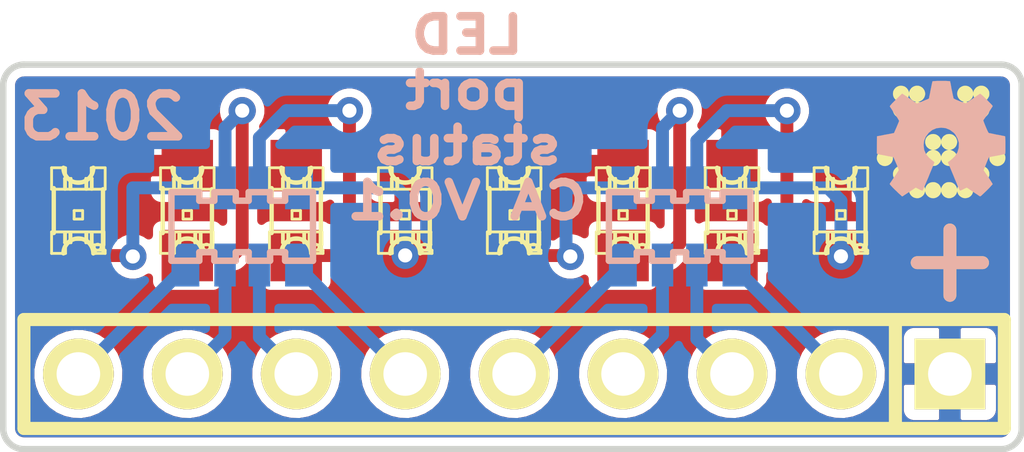
<source format=kicad_pcb>
(kicad_pcb (version 3) (host pcbnew "(2013-07-01 BZR 4235)-testing")

  (general
    (links 24)
    (no_connects 0)
    (area 79.31 84.07974 103.404433 93.267601)
    (thickness 1.6)
    (drawings 12)
    (tracks 67)
    (zones 0)
    (modules 13)
    (nets 18)
  )

  (page A4)
  (title_block
    (title "LED_port-status CA")
    (date "03 Jul 2013")
    (rev 0.1)
    (company "2013 - blog.spitzenpfeil.org")
  )

  (layers
    (15 Front signal)
    (0 Back signal)
    (18 B.Paste user)
    (19 F.Paste user)
    (20 B.SilkS user)
    (21 F.SilkS user)
    (22 B.Mask user)
    (23 F.Mask user)
    (28 Edge.Cuts user)
  )

  (setup
    (last_trace_width 0.3)
    (user_trace_width 0.254)
    (trace_clearance 0.2)
    (zone_clearance 0.2)
    (zone_45_only no)
    (trace_min 0.254)
    (segment_width 0.2)
    (edge_width 0.15)
    (via_size 0.635)
    (via_drill 0.3302)
    (via_min_size 0.635)
    (via_min_drill 0.3302)
    (uvia_size 0.508)
    (uvia_drill 0.127)
    (uvias_allowed no)
    (uvia_min_size 0.508)
    (uvia_min_drill 0.127)
    (pcb_text_width 0.3)
    (pcb_text_size 1 1)
    (mod_edge_width 0.15)
    (mod_text_size 0.8 0.8)
    (mod_text_width 0.2)
    (pad_size 0.65 1)
    (pad_drill 0)
    (pad_to_mask_clearance 0)
    (pad_to_paste_clearance_ratio -0.1)
    (aux_axis_origin 0 0)
    (visible_elements FFFFFF7F)
    (pcbplotparams
      (layerselection 284983297)
      (usegerberextensions true)
      (excludeedgelayer true)
      (linewidth 0.150000)
      (plotframeref false)
      (viasonmask false)
      (mode 1)
      (useauxorigin false)
      (hpglpennumber 1)
      (hpglpenspeed 20)
      (hpglpendiameter 15)
      (hpglpenoverlay 2)
      (psnegative false)
      (psa4output false)
      (plotreference true)
      (plotvalue true)
      (plotothertext true)
      (plotinvisibletext false)
      (padsonsilk false)
      (subtractmaskfromsilk true)
      (outputformat 1)
      (mirror false)
      (drillshape 0)
      (scaleselection 1)
      (outputdirectory gerber_files/))
  )

  (net 0 "")
  (net 1 N-000001)
  (net 2 N-0000010)
  (net 3 N-0000011)
  (net 4 N-0000012)
  (net 5 N-0000013)
  (net 6 N-0000014)
  (net 7 N-0000015)
  (net 8 N-0000016)
  (net 9 N-0000017)
  (net 10 N-000002)
  (net 11 N-000003)
  (net 12 N-000004)
  (net 13 N-000005)
  (net 14 N-000006)
  (net 15 N-000007)
  (net 16 N-000008)
  (net 17 N-000009)

  (net_class Default "This is the default net class."
    (clearance 0.2)
    (trace_width 0.3)
    (via_dia 0.635)
    (via_drill 0.3302)
    (uvia_dia 0.508)
    (uvia_drill 0.127)
    (add_net "")
    (add_net N-000001)
    (add_net N-0000010)
    (add_net N-0000011)
    (add_net N-0000012)
    (add_net N-0000013)
    (add_net N-0000014)
    (add_net N-0000015)
    (add_net N-0000016)
    (add_net N-0000017)
    (add_net N-000002)
    (add_net N-000003)
    (add_net N-000004)
    (add_net N-000005)
    (add_net N-000006)
    (add_net N-000007)
    (add_net N-000008)
    (add_net N-000009)
  )

  (module MADW__1206*4_resistor_array (layer Back) (tedit 51D324D7) (tstamp 5120CE32)
    (at 85.1 88 180)
    (path /5120CCDC)
    (clearance 0.3)
    (fp_text reference RP1 (at 0 2.5 180) (layer B.SilkS) hide
      (effects (font (size 0.8 0.8) (thickness 0.2)) (justify mirror))
    )
    (fp_text value 1k (at 0 -2.6 180) (layer B.SilkS) hide
      (effects (font (size 0.8 0.8) (thickness 0.2)) (justify mirror))
    )
    (fp_line (start 1 -0.8) (end 1.65 -0.8) (layer B.SilkS) (width 0.15))
    (fp_line (start 0.15 -0.8) (end 0.65 -0.8) (layer B.SilkS) (width 0.15))
    (fp_line (start -0.65 -0.8) (end -0.15 -0.8) (layer B.SilkS) (width 0.15))
    (fp_line (start -1.65 -0.8) (end -1 -0.8) (layer B.SilkS) (width 0.15))
    (fp_line (start 1 0.8) (end 1.65 0.8) (layer B.SilkS) (width 0.15))
    (fp_line (start 0.15 0.8) (end 0.65 0.8) (layer B.SilkS) (width 0.15))
    (fp_line (start -0.65 0.8) (end -0.15 0.8) (layer B.SilkS) (width 0.15))
    (fp_line (start -1.65 0.8) (end -1 0.8) (layer B.SilkS) (width 0.15))
    (fp_line (start 0.65 -0.8) (end 0.65 -0.6) (layer B.SilkS) (width 0.15))
    (fp_line (start 0.65 -0.6) (end 1 -0.6) (layer B.SilkS) (width 0.15))
    (fp_line (start 1 -0.6) (end 1 -0.8) (layer B.SilkS) (width 0.15))
    (fp_line (start -0.15 -0.8) (end -0.15 -0.6) (layer B.SilkS) (width 0.15))
    (fp_line (start -0.15 -0.6) (end 0.15 -0.6) (layer B.SilkS) (width 0.15))
    (fp_line (start 0.15 -0.6) (end 0.15 -0.8) (layer B.SilkS) (width 0.15))
    (fp_line (start -1 -0.8) (end -1 -0.6) (layer B.SilkS) (width 0.15))
    (fp_line (start -1 -0.6) (end -0.65 -0.6) (layer B.SilkS) (width 0.15))
    (fp_line (start -0.65 -0.6) (end -0.65 -0.8) (layer B.SilkS) (width 0.15))
    (fp_line (start 0.65 0.8) (end 0.65 0.6) (layer B.SilkS) (width 0.15))
    (fp_line (start 0.65 0.6) (end 1 0.6) (layer B.SilkS) (width 0.15))
    (fp_line (start 1 0.6) (end 1 0.8) (layer B.SilkS) (width 0.15))
    (fp_line (start -0.15 0.8) (end -0.15 0.6) (layer B.SilkS) (width 0.15))
    (fp_line (start -0.15 0.6) (end 0.15 0.6) (layer B.SilkS) (width 0.15))
    (fp_line (start 0.15 0.6) (end 0.15 0.8) (layer B.SilkS) (width 0.15))
    (fp_line (start -1 0.8) (end -1 0.6) (layer B.SilkS) (width 0.15))
    (fp_line (start -1 0.6) (end -0.65 0.6) (layer B.SilkS) (width 0.15))
    (fp_line (start -0.65 0.6) (end -0.65 0.8) (layer B.SilkS) (width 0.15))
    (fp_line (start 1.65 0.8) (end 1.65 -0.8) (layer B.SilkS) (width 0.15))
    (fp_line (start -1.65 -0.8) (end -1.65 0.8) (layer B.SilkS) (width 0.15))
    (pad 8 smd rect (at -1.325 0.9 180) (size 0.65 1)
      (layers Back B.Paste B.Mask)
      (net 5 N-0000013)
    )
    (pad 7 smd rect (at -0.4 0.9 180) (size 0.5 1)
      (layers Back B.Paste B.Mask)
      (net 8 N-0000016)
    )
    (pad 6 smd rect (at 0.4 0.9 180) (size 0.5 1)
      (layers Back B.Paste B.Mask)
      (net 6 N-0000014)
    )
    (pad 5 smd rect (at 1.325 0.9 180) (size 0.65 1)
      (layers Back B.Paste B.Mask)
      (net 17 N-000009)
    )
    (pad 1 smd rect (at -1.325 -0.9 180) (size 0.65 1)
      (layers Back B.Paste B.Mask)
      (net 12 N-000004)
    )
    (pad 2 smd rect (at -0.4 -0.9 180) (size 0.5 1)
      (layers Back B.Paste B.Mask)
      (net 11 N-000003)
    )
    (pad 3 smd rect (at 0.4 -0.9 180) (size 0.5 1)
      (layers Back B.Paste B.Mask)
      (net 10 N-000002)
    )
    (pad 4 smd rect (at 1.325 -0.9 180) (size 0.65 1)
      (layers Back B.Paste B.Mask)
      (net 1 N-000001)
    )
  )

  (module MADW__1206*4_resistor_array (layer Back) (tedit 51D32452) (tstamp 5120D39C)
    (at 95.3 88 180)
    (path /5120CD13)
    (clearance 0.3)
    (fp_text reference RP2 (at 0 2.5 180) (layer B.SilkS) hide
      (effects (font (size 0.8 0.8) (thickness 0.2)) (justify mirror))
    )
    (fp_text value 1k (at 0 -2.6 180) (layer B.SilkS) hide
      (effects (font (size 0.8 0.8) (thickness 0.2)) (justify mirror))
    )
    (fp_line (start 1 -0.8) (end 1.65 -0.8) (layer B.SilkS) (width 0.15))
    (fp_line (start 0.15 -0.8) (end 0.65 -0.8) (layer B.SilkS) (width 0.15))
    (fp_line (start -0.65 -0.8) (end -0.15 -0.8) (layer B.SilkS) (width 0.15))
    (fp_line (start -1.65 -0.8) (end -1 -0.8) (layer B.SilkS) (width 0.15))
    (fp_line (start 1 0.8) (end 1.65 0.8) (layer B.SilkS) (width 0.15))
    (fp_line (start 0.15 0.8) (end 0.65 0.8) (layer B.SilkS) (width 0.15))
    (fp_line (start -0.65 0.8) (end -0.15 0.8) (layer B.SilkS) (width 0.15))
    (fp_line (start -1.65 0.8) (end -1 0.8) (layer B.SilkS) (width 0.15))
    (fp_line (start 0.65 -0.8) (end 0.65 -0.6) (layer B.SilkS) (width 0.15))
    (fp_line (start 0.65 -0.6) (end 1 -0.6) (layer B.SilkS) (width 0.15))
    (fp_line (start 1 -0.6) (end 1 -0.8) (layer B.SilkS) (width 0.15))
    (fp_line (start -0.15 -0.8) (end -0.15 -0.6) (layer B.SilkS) (width 0.15))
    (fp_line (start -0.15 -0.6) (end 0.15 -0.6) (layer B.SilkS) (width 0.15))
    (fp_line (start 0.15 -0.6) (end 0.15 -0.8) (layer B.SilkS) (width 0.15))
    (fp_line (start -1 -0.8) (end -1 -0.6) (layer B.SilkS) (width 0.15))
    (fp_line (start -1 -0.6) (end -0.65 -0.6) (layer B.SilkS) (width 0.15))
    (fp_line (start -0.65 -0.6) (end -0.65 -0.8) (layer B.SilkS) (width 0.15))
    (fp_line (start 0.65 0.8) (end 0.65 0.6) (layer B.SilkS) (width 0.15))
    (fp_line (start 0.65 0.6) (end 1 0.6) (layer B.SilkS) (width 0.15))
    (fp_line (start 1 0.6) (end 1 0.8) (layer B.SilkS) (width 0.15))
    (fp_line (start -0.15 0.8) (end -0.15 0.6) (layer B.SilkS) (width 0.15))
    (fp_line (start -0.15 0.6) (end 0.15 0.6) (layer B.SilkS) (width 0.15))
    (fp_line (start 0.15 0.6) (end 0.15 0.8) (layer B.SilkS) (width 0.15))
    (fp_line (start -1 0.8) (end -1 0.6) (layer B.SilkS) (width 0.15))
    (fp_line (start -1 0.6) (end -0.65 0.6) (layer B.SilkS) (width 0.15))
    (fp_line (start -0.65 0.6) (end -0.65 0.8) (layer B.SilkS) (width 0.15))
    (fp_line (start 1.65 0.8) (end 1.65 -0.8) (layer B.SilkS) (width 0.15))
    (fp_line (start -1.65 -0.8) (end -1.65 0.8) (layer B.SilkS) (width 0.15))
    (pad 8 smd rect (at -1.325 0.9 180) (size 0.65 1)
      (layers Back B.Paste B.Mask)
      (net 3 N-0000011)
    )
    (pad 7 smd rect (at -0.4 0.9 180) (size 0.5 1)
      (layers Back B.Paste B.Mask)
      (net 7 N-0000015)
    )
    (pad 6 smd rect (at 0.4 0.9 180) (size 0.5 1)
      (layers Back B.Paste B.Mask)
      (net 2 N-0000010)
    )
    (pad 5 smd rect (at 1.325 0.9 180) (size 0.65 1)
      (layers Back B.Paste B.Mask)
      (net 4 N-0000012)
    )
    (pad 1 smd rect (at -1.325 -0.9 180) (size 0.65 1)
      (layers Back B.Paste B.Mask)
      (net 16 N-000008)
    )
    (pad 2 smd rect (at -0.4 -0.9 180) (size 0.5 1)
      (layers Back B.Paste B.Mask)
      (net 15 N-000007)
    )
    (pad 3 smd rect (at 0.4 -0.9 180) (size 0.5 1)
      (layers Back B.Paste B.Mask)
      (net 14 N-000006)
    )
    (pad 4 smd rect (at 1.325 -0.9 180) (size 0.65 1)
      (layers Back B.Paste B.Mask)
      (net 13 N-000005)
    )
  )

  (module SIL-9 (layer Front) (tedit 5119141C) (tstamp 50C627EA)
    (at 91.44 91.44 180)
    (descr "Connecteur 9 pins")
    (tags "CONN DEV")
    (path /50C62311)
    (fp_text reference P1 (at -7.62 2.54 180) (layer F.SilkS) hide
      (effects (font (size 0.8 0.8) (thickness 0.2)))
    )
    (fp_text value CONN_9 (at 2.54 2.54 180) (layer F.SilkS) hide
      (effects (font (size 0.8 0.8) (thickness 0.2)))
    )
    (fp_line (start 11.43 -1.27) (end 11.43 1.27) (layer F.SilkS) (width 0.3048))
    (fp_line (start 11.43 1.27) (end -11.43 1.27) (layer F.SilkS) (width 0.3048))
    (fp_line (start -11.43 1.27) (end -11.43 -1.27) (layer F.SilkS) (width 0.3048))
    (fp_line (start 11.43 -1.27) (end -11.43 -1.27) (layer F.SilkS) (width 0.3048))
    (fp_line (start -8.89 -1.27) (end -8.89 1.27) (layer F.SilkS) (width 0.3048))
    (pad 1 thru_hole rect (at -10.16 0 180) (size 1.65 1.65) (drill 1.016)
      (layers *.Cu *.Mask F.SilkS)
      (net 9 N-0000017)
    )
    (pad 2 thru_hole circle (at -7.62 0 180) (size 1.65 1.65) (drill 1.016)
      (layers *.Cu *.Mask F.SilkS)
      (net 16 N-000008)
    )
    (pad 3 thru_hole circle (at -5.08 0 180) (size 1.65 1.65) (drill 1.016)
      (layers *.Cu *.Mask F.SilkS)
      (net 15 N-000007)
    )
    (pad 4 thru_hole circle (at -2.54 0 180) (size 1.65 1.65) (drill 1.016)
      (layers *.Cu *.Mask F.SilkS)
      (net 14 N-000006)
    )
    (pad 5 thru_hole circle (at 0 0 180) (size 1.65 1.65) (drill 1.016)
      (layers *.Cu *.Mask F.SilkS)
      (net 13 N-000005)
    )
    (pad 6 thru_hole circle (at 2.54 0 180) (size 1.65 1.65) (drill 1.016)
      (layers *.Cu *.Mask F.SilkS)
      (net 12 N-000004)
    )
    (pad 7 thru_hole circle (at 5.08 0 180) (size 1.65 1.65) (drill 1.016)
      (layers *.Cu *.Mask F.SilkS)
      (net 11 N-000003)
    )
    (pad 8 thru_hole circle (at 7.62 0 180) (size 1.65 1.65) (drill 1.016)
      (layers *.Cu *.Mask F.SilkS)
      (net 10 N-000002)
    )
    (pad 9 thru_hole circle (at 10.16 0 180) (size 1.65 1.65) (drill 1.016)
      (layers *.Cu *.Mask F.SilkS)
      (net 1 N-000001)
    )
  )

  (module LED-0805 (layer Front) (tedit 50C63A7E) (tstamp 50C63839)
    (at 81.28 87.63 270)
    (descr "LED 0805 smd package")
    (tags "LED 0805 SMD")
    (path /50C62534)
    (attr smd)
    (fp_text reference D1 (at 0 -1.27 270) (layer F.SilkS) hide
      (effects (font (size 0.8 0.8) (thickness 0.2)))
    )
    (fp_text value LED (at 0 1.27 270) (layer F.SilkS) hide
      (effects (font (size 0.8 0.8) (thickness 0.2)))
    )
    (fp_line (start 0.49784 0.29972) (end 0.49784 0.62484) (layer F.SilkS) (width 0.06604))
    (fp_line (start 0.49784 0.62484) (end 0.99822 0.62484) (layer F.SilkS) (width 0.06604))
    (fp_line (start 0.99822 0.29972) (end 0.99822 0.62484) (layer F.SilkS) (width 0.06604))
    (fp_line (start 0.49784 0.29972) (end 0.99822 0.29972) (layer F.SilkS) (width 0.06604))
    (fp_line (start 0.49784 -0.32258) (end 0.49784 -0.17272) (layer F.SilkS) (width 0.06604))
    (fp_line (start 0.49784 -0.17272) (end 0.7493 -0.17272) (layer F.SilkS) (width 0.06604))
    (fp_line (start 0.7493 -0.32258) (end 0.7493 -0.17272) (layer F.SilkS) (width 0.06604))
    (fp_line (start 0.49784 -0.32258) (end 0.7493 -0.32258) (layer F.SilkS) (width 0.06604))
    (fp_line (start 0.49784 0.17272) (end 0.49784 0.32258) (layer F.SilkS) (width 0.06604))
    (fp_line (start 0.49784 0.32258) (end 0.7493 0.32258) (layer F.SilkS) (width 0.06604))
    (fp_line (start 0.7493 0.17272) (end 0.7493 0.32258) (layer F.SilkS) (width 0.06604))
    (fp_line (start 0.49784 0.17272) (end 0.7493 0.17272) (layer F.SilkS) (width 0.06604))
    (fp_line (start 0.49784 -0.19812) (end 0.49784 0.19812) (layer F.SilkS) (width 0.06604))
    (fp_line (start 0.49784 0.19812) (end 0.6731 0.19812) (layer F.SilkS) (width 0.06604))
    (fp_line (start 0.6731 -0.19812) (end 0.6731 0.19812) (layer F.SilkS) (width 0.06604))
    (fp_line (start 0.49784 -0.19812) (end 0.6731 -0.19812) (layer F.SilkS) (width 0.06604))
    (fp_line (start -0.99822 0.29972) (end -0.99822 0.62484) (layer F.SilkS) (width 0.06604))
    (fp_line (start -0.99822 0.62484) (end -0.49784 0.62484) (layer F.SilkS) (width 0.06604))
    (fp_line (start -0.49784 0.29972) (end -0.49784 0.62484) (layer F.SilkS) (width 0.06604))
    (fp_line (start -0.99822 0.29972) (end -0.49784 0.29972) (layer F.SilkS) (width 0.06604))
    (fp_line (start -0.99822 -0.62484) (end -0.99822 -0.29972) (layer F.SilkS) (width 0.06604))
    (fp_line (start -0.99822 -0.29972) (end -0.49784 -0.29972) (layer F.SilkS) (width 0.06604))
    (fp_line (start -0.49784 -0.62484) (end -0.49784 -0.29972) (layer F.SilkS) (width 0.06604))
    (fp_line (start -0.99822 -0.62484) (end -0.49784 -0.62484) (layer F.SilkS) (width 0.06604))
    (fp_line (start -0.7493 0.17272) (end -0.7493 0.32258) (layer F.SilkS) (width 0.06604))
    (fp_line (start -0.7493 0.32258) (end -0.49784 0.32258) (layer F.SilkS) (width 0.06604))
    (fp_line (start -0.49784 0.17272) (end -0.49784 0.32258) (layer F.SilkS) (width 0.06604))
    (fp_line (start -0.7493 0.17272) (end -0.49784 0.17272) (layer F.SilkS) (width 0.06604))
    (fp_line (start -0.7493 -0.32258) (end -0.7493 -0.17272) (layer F.SilkS) (width 0.06604))
    (fp_line (start -0.7493 -0.17272) (end -0.49784 -0.17272) (layer F.SilkS) (width 0.06604))
    (fp_line (start -0.49784 -0.32258) (end -0.49784 -0.17272) (layer F.SilkS) (width 0.06604))
    (fp_line (start -0.7493 -0.32258) (end -0.49784 -0.32258) (layer F.SilkS) (width 0.06604))
    (fp_line (start -0.6731 -0.19812) (end -0.6731 0.19812) (layer F.SilkS) (width 0.06604))
    (fp_line (start -0.6731 0.19812) (end -0.49784 0.19812) (layer F.SilkS) (width 0.06604))
    (fp_line (start -0.49784 -0.19812) (end -0.49784 0.19812) (layer F.SilkS) (width 0.06604))
    (fp_line (start -0.6731 -0.19812) (end -0.49784 -0.19812) (layer F.SilkS) (width 0.06604))
    (fp_line (start 0 -0.09906) (end 0 0.09906) (layer F.SilkS) (width 0.06604))
    (fp_line (start 0 0.09906) (end 0.19812 0.09906) (layer F.SilkS) (width 0.06604))
    (fp_line (start 0.19812 -0.09906) (end 0.19812 0.09906) (layer F.SilkS) (width 0.06604))
    (fp_line (start 0 -0.09906) (end 0.19812 -0.09906) (layer F.SilkS) (width 0.06604))
    (fp_line (start 0.49784 -0.59944) (end 0.49784 -0.29972) (layer F.SilkS) (width 0.06604))
    (fp_line (start 0.49784 -0.29972) (end 0.79756 -0.29972) (layer F.SilkS) (width 0.06604))
    (fp_line (start 0.79756 -0.59944) (end 0.79756 -0.29972) (layer F.SilkS) (width 0.06604))
    (fp_line (start 0.49784 -0.59944) (end 0.79756 -0.59944) (layer F.SilkS) (width 0.06604))
    (fp_line (start 0.92456 -0.62484) (end 0.92456 -0.39878) (layer F.SilkS) (width 0.06604))
    (fp_line (start 0.92456 -0.39878) (end 0.99822 -0.39878) (layer F.SilkS) (width 0.06604))
    (fp_line (start 0.99822 -0.62484) (end 0.99822 -0.39878) (layer F.SilkS) (width 0.06604))
    (fp_line (start 0.92456 -0.62484) (end 0.99822 -0.62484) (layer F.SilkS) (width 0.06604))
    (fp_line (start 0.52324 0.57404) (end -0.52324 0.57404) (layer F.SilkS) (width 0.1016))
    (fp_line (start -0.49784 -0.57404) (end 0.92456 -0.57404) (layer F.SilkS) (width 0.1016))
    (fp_circle (center 0.84836 -0.44958) (end 0.89916 -0.50038) (layer F.SilkS) (width 0.0508))
    (fp_arc (start 0.99822 0) (end 0.99822 0.34798) (angle 180) (layer F.SilkS) (width 0.1016))
    (fp_arc (start -0.99822 0) (end -0.99822 -0.34798) (angle 180) (layer F.SilkS) (width 0.1016))
    (pad 1 smd rect (at -1.04902 0 270) (size 1.19888 1.19888)
      (layers Front F.Paste F.Mask)
      (net 9 N-0000017)
    )
    (pad 2 smd rect (at 1.04902 0 270) (size 1.19888 1.19888)
      (layers Front F.Paste F.Mask)
      (net 17 N-000009)
    )
  )

  (module LED-0805 (layer Front) (tedit 50C63AA4) (tstamp 50C6381D)
    (at 96.52 87.63 270)
    (descr "LED 0805 smd package")
    (tags "LED 0805 SMD")
    (path /50C625A2)
    (attr smd)
    (fp_text reference D7 (at 0 -1.27 270) (layer F.SilkS) hide
      (effects (font (size 0.8 0.8) (thickness 0.2)))
    )
    (fp_text value LED (at 0 1.27 270) (layer F.SilkS) hide
      (effects (font (size 0.8 0.8) (thickness 0.2)))
    )
    (fp_line (start 0.49784 0.29972) (end 0.49784 0.62484) (layer F.SilkS) (width 0.06604))
    (fp_line (start 0.49784 0.62484) (end 0.99822 0.62484) (layer F.SilkS) (width 0.06604))
    (fp_line (start 0.99822 0.29972) (end 0.99822 0.62484) (layer F.SilkS) (width 0.06604))
    (fp_line (start 0.49784 0.29972) (end 0.99822 0.29972) (layer F.SilkS) (width 0.06604))
    (fp_line (start 0.49784 -0.32258) (end 0.49784 -0.17272) (layer F.SilkS) (width 0.06604))
    (fp_line (start 0.49784 -0.17272) (end 0.7493 -0.17272) (layer F.SilkS) (width 0.06604))
    (fp_line (start 0.7493 -0.32258) (end 0.7493 -0.17272) (layer F.SilkS) (width 0.06604))
    (fp_line (start 0.49784 -0.32258) (end 0.7493 -0.32258) (layer F.SilkS) (width 0.06604))
    (fp_line (start 0.49784 0.17272) (end 0.49784 0.32258) (layer F.SilkS) (width 0.06604))
    (fp_line (start 0.49784 0.32258) (end 0.7493 0.32258) (layer F.SilkS) (width 0.06604))
    (fp_line (start 0.7493 0.17272) (end 0.7493 0.32258) (layer F.SilkS) (width 0.06604))
    (fp_line (start 0.49784 0.17272) (end 0.7493 0.17272) (layer F.SilkS) (width 0.06604))
    (fp_line (start 0.49784 -0.19812) (end 0.49784 0.19812) (layer F.SilkS) (width 0.06604))
    (fp_line (start 0.49784 0.19812) (end 0.6731 0.19812) (layer F.SilkS) (width 0.06604))
    (fp_line (start 0.6731 -0.19812) (end 0.6731 0.19812) (layer F.SilkS) (width 0.06604))
    (fp_line (start 0.49784 -0.19812) (end 0.6731 -0.19812) (layer F.SilkS) (width 0.06604))
    (fp_line (start -0.99822 0.29972) (end -0.99822 0.62484) (layer F.SilkS) (width 0.06604))
    (fp_line (start -0.99822 0.62484) (end -0.49784 0.62484) (layer F.SilkS) (width 0.06604))
    (fp_line (start -0.49784 0.29972) (end -0.49784 0.62484) (layer F.SilkS) (width 0.06604))
    (fp_line (start -0.99822 0.29972) (end -0.49784 0.29972) (layer F.SilkS) (width 0.06604))
    (fp_line (start -0.99822 -0.62484) (end -0.99822 -0.29972) (layer F.SilkS) (width 0.06604))
    (fp_line (start -0.99822 -0.29972) (end -0.49784 -0.29972) (layer F.SilkS) (width 0.06604))
    (fp_line (start -0.49784 -0.62484) (end -0.49784 -0.29972) (layer F.SilkS) (width 0.06604))
    (fp_line (start -0.99822 -0.62484) (end -0.49784 -0.62484) (layer F.SilkS) (width 0.06604))
    (fp_line (start -0.7493 0.17272) (end -0.7493 0.32258) (layer F.SilkS) (width 0.06604))
    (fp_line (start -0.7493 0.32258) (end -0.49784 0.32258) (layer F.SilkS) (width 0.06604))
    (fp_line (start -0.49784 0.17272) (end -0.49784 0.32258) (layer F.SilkS) (width 0.06604))
    (fp_line (start -0.7493 0.17272) (end -0.49784 0.17272) (layer F.SilkS) (width 0.06604))
    (fp_line (start -0.7493 -0.32258) (end -0.7493 -0.17272) (layer F.SilkS) (width 0.06604))
    (fp_line (start -0.7493 -0.17272) (end -0.49784 -0.17272) (layer F.SilkS) (width 0.06604))
    (fp_line (start -0.49784 -0.32258) (end -0.49784 -0.17272) (layer F.SilkS) (width 0.06604))
    (fp_line (start -0.7493 -0.32258) (end -0.49784 -0.32258) (layer F.SilkS) (width 0.06604))
    (fp_line (start -0.6731 -0.19812) (end -0.6731 0.19812) (layer F.SilkS) (width 0.06604))
    (fp_line (start -0.6731 0.19812) (end -0.49784 0.19812) (layer F.SilkS) (width 0.06604))
    (fp_line (start -0.49784 -0.19812) (end -0.49784 0.19812) (layer F.SilkS) (width 0.06604))
    (fp_line (start -0.6731 -0.19812) (end -0.49784 -0.19812) (layer F.SilkS) (width 0.06604))
    (fp_line (start 0 -0.09906) (end 0 0.09906) (layer F.SilkS) (width 0.06604))
    (fp_line (start 0 0.09906) (end 0.19812 0.09906) (layer F.SilkS) (width 0.06604))
    (fp_line (start 0.19812 -0.09906) (end 0.19812 0.09906) (layer F.SilkS) (width 0.06604))
    (fp_line (start 0 -0.09906) (end 0.19812 -0.09906) (layer F.SilkS) (width 0.06604))
    (fp_line (start 0.49784 -0.59944) (end 0.49784 -0.29972) (layer F.SilkS) (width 0.06604))
    (fp_line (start 0.49784 -0.29972) (end 0.79756 -0.29972) (layer F.SilkS) (width 0.06604))
    (fp_line (start 0.79756 -0.59944) (end 0.79756 -0.29972) (layer F.SilkS) (width 0.06604))
    (fp_line (start 0.49784 -0.59944) (end 0.79756 -0.59944) (layer F.SilkS) (width 0.06604))
    (fp_line (start 0.92456 -0.62484) (end 0.92456 -0.39878) (layer F.SilkS) (width 0.06604))
    (fp_line (start 0.92456 -0.39878) (end 0.99822 -0.39878) (layer F.SilkS) (width 0.06604))
    (fp_line (start 0.99822 -0.62484) (end 0.99822 -0.39878) (layer F.SilkS) (width 0.06604))
    (fp_line (start 0.92456 -0.62484) (end 0.99822 -0.62484) (layer F.SilkS) (width 0.06604))
    (fp_line (start 0.52324 0.57404) (end -0.52324 0.57404) (layer F.SilkS) (width 0.1016))
    (fp_line (start -0.49784 -0.57404) (end 0.92456 -0.57404) (layer F.SilkS) (width 0.1016))
    (fp_circle (center 0.84836 -0.44958) (end 0.89916 -0.50038) (layer F.SilkS) (width 0.0508))
    (fp_arc (start 0.99822 0) (end 0.99822 0.34798) (angle 180) (layer F.SilkS) (width 0.1016))
    (fp_arc (start -0.99822 0) (end -0.99822 -0.34798) (angle 180) (layer F.SilkS) (width 0.1016))
    (pad 1 smd rect (at -1.04902 0 270) (size 1.19888 1.19888)
      (layers Front F.Paste F.Mask)
      (net 9 N-0000017)
    )
    (pad 2 smd rect (at 1.04902 0 270) (size 1.19888 1.19888)
      (layers Front F.Paste F.Mask)
      (net 7 N-0000015)
    )
  )

  (module LED-0805 (layer Front) (tedit 50C63A83) (tstamp 50C63801)
    (at 83.82 87.63 270)
    (descr "LED 0805 smd package")
    (tags "LED 0805 SMD")
    (path /50C6254D)
    (attr smd)
    (fp_text reference D2 (at 0 -1.27 270) (layer F.SilkS) hide
      (effects (font (size 0.8 0.8) (thickness 0.2)))
    )
    (fp_text value LED (at 0 1.27 270) (layer F.SilkS) hide
      (effects (font (size 0.8 0.8) (thickness 0.2)))
    )
    (fp_line (start 0.49784 0.29972) (end 0.49784 0.62484) (layer F.SilkS) (width 0.06604))
    (fp_line (start 0.49784 0.62484) (end 0.99822 0.62484) (layer F.SilkS) (width 0.06604))
    (fp_line (start 0.99822 0.29972) (end 0.99822 0.62484) (layer F.SilkS) (width 0.06604))
    (fp_line (start 0.49784 0.29972) (end 0.99822 0.29972) (layer F.SilkS) (width 0.06604))
    (fp_line (start 0.49784 -0.32258) (end 0.49784 -0.17272) (layer F.SilkS) (width 0.06604))
    (fp_line (start 0.49784 -0.17272) (end 0.7493 -0.17272) (layer F.SilkS) (width 0.06604))
    (fp_line (start 0.7493 -0.32258) (end 0.7493 -0.17272) (layer F.SilkS) (width 0.06604))
    (fp_line (start 0.49784 -0.32258) (end 0.7493 -0.32258) (layer F.SilkS) (width 0.06604))
    (fp_line (start 0.49784 0.17272) (end 0.49784 0.32258) (layer F.SilkS) (width 0.06604))
    (fp_line (start 0.49784 0.32258) (end 0.7493 0.32258) (layer F.SilkS) (width 0.06604))
    (fp_line (start 0.7493 0.17272) (end 0.7493 0.32258) (layer F.SilkS) (width 0.06604))
    (fp_line (start 0.49784 0.17272) (end 0.7493 0.17272) (layer F.SilkS) (width 0.06604))
    (fp_line (start 0.49784 -0.19812) (end 0.49784 0.19812) (layer F.SilkS) (width 0.06604))
    (fp_line (start 0.49784 0.19812) (end 0.6731 0.19812) (layer F.SilkS) (width 0.06604))
    (fp_line (start 0.6731 -0.19812) (end 0.6731 0.19812) (layer F.SilkS) (width 0.06604))
    (fp_line (start 0.49784 -0.19812) (end 0.6731 -0.19812) (layer F.SilkS) (width 0.06604))
    (fp_line (start -0.99822 0.29972) (end -0.99822 0.62484) (layer F.SilkS) (width 0.06604))
    (fp_line (start -0.99822 0.62484) (end -0.49784 0.62484) (layer F.SilkS) (width 0.06604))
    (fp_line (start -0.49784 0.29972) (end -0.49784 0.62484) (layer F.SilkS) (width 0.06604))
    (fp_line (start -0.99822 0.29972) (end -0.49784 0.29972) (layer F.SilkS) (width 0.06604))
    (fp_line (start -0.99822 -0.62484) (end -0.99822 -0.29972) (layer F.SilkS) (width 0.06604))
    (fp_line (start -0.99822 -0.29972) (end -0.49784 -0.29972) (layer F.SilkS) (width 0.06604))
    (fp_line (start -0.49784 -0.62484) (end -0.49784 -0.29972) (layer F.SilkS) (width 0.06604))
    (fp_line (start -0.99822 -0.62484) (end -0.49784 -0.62484) (layer F.SilkS) (width 0.06604))
    (fp_line (start -0.7493 0.17272) (end -0.7493 0.32258) (layer F.SilkS) (width 0.06604))
    (fp_line (start -0.7493 0.32258) (end -0.49784 0.32258) (layer F.SilkS) (width 0.06604))
    (fp_line (start -0.49784 0.17272) (end -0.49784 0.32258) (layer F.SilkS) (width 0.06604))
    (fp_line (start -0.7493 0.17272) (end -0.49784 0.17272) (layer F.SilkS) (width 0.06604))
    (fp_line (start -0.7493 -0.32258) (end -0.7493 -0.17272) (layer F.SilkS) (width 0.06604))
    (fp_line (start -0.7493 -0.17272) (end -0.49784 -0.17272) (layer F.SilkS) (width 0.06604))
    (fp_line (start -0.49784 -0.32258) (end -0.49784 -0.17272) (layer F.SilkS) (width 0.06604))
    (fp_line (start -0.7493 -0.32258) (end -0.49784 -0.32258) (layer F.SilkS) (width 0.06604))
    (fp_line (start -0.6731 -0.19812) (end -0.6731 0.19812) (layer F.SilkS) (width 0.06604))
    (fp_line (start -0.6731 0.19812) (end -0.49784 0.19812) (layer F.SilkS) (width 0.06604))
    (fp_line (start -0.49784 -0.19812) (end -0.49784 0.19812) (layer F.SilkS) (width 0.06604))
    (fp_line (start -0.6731 -0.19812) (end -0.49784 -0.19812) (layer F.SilkS) (width 0.06604))
    (fp_line (start 0 -0.09906) (end 0 0.09906) (layer F.SilkS) (width 0.06604))
    (fp_line (start 0 0.09906) (end 0.19812 0.09906) (layer F.SilkS) (width 0.06604))
    (fp_line (start 0.19812 -0.09906) (end 0.19812 0.09906) (layer F.SilkS) (width 0.06604))
    (fp_line (start 0 -0.09906) (end 0.19812 -0.09906) (layer F.SilkS) (width 0.06604))
    (fp_line (start 0.49784 -0.59944) (end 0.49784 -0.29972) (layer F.SilkS) (width 0.06604))
    (fp_line (start 0.49784 -0.29972) (end 0.79756 -0.29972) (layer F.SilkS) (width 0.06604))
    (fp_line (start 0.79756 -0.59944) (end 0.79756 -0.29972) (layer F.SilkS) (width 0.06604))
    (fp_line (start 0.49784 -0.59944) (end 0.79756 -0.59944) (layer F.SilkS) (width 0.06604))
    (fp_line (start 0.92456 -0.62484) (end 0.92456 -0.39878) (layer F.SilkS) (width 0.06604))
    (fp_line (start 0.92456 -0.39878) (end 0.99822 -0.39878) (layer F.SilkS) (width 0.06604))
    (fp_line (start 0.99822 -0.62484) (end 0.99822 -0.39878) (layer F.SilkS) (width 0.06604))
    (fp_line (start 0.92456 -0.62484) (end 0.99822 -0.62484) (layer F.SilkS) (width 0.06604))
    (fp_line (start 0.52324 0.57404) (end -0.52324 0.57404) (layer F.SilkS) (width 0.1016))
    (fp_line (start -0.49784 -0.57404) (end 0.92456 -0.57404) (layer F.SilkS) (width 0.1016))
    (fp_circle (center 0.84836 -0.44958) (end 0.89916 -0.50038) (layer F.SilkS) (width 0.0508))
    (fp_arc (start 0.99822 0) (end 0.99822 0.34798) (angle 180) (layer F.SilkS) (width 0.1016))
    (fp_arc (start -0.99822 0) (end -0.99822 -0.34798) (angle 180) (layer F.SilkS) (width 0.1016))
    (pad 1 smd rect (at -1.04902 0 270) (size 1.19888 1.19888)
      (layers Front F.Paste F.Mask)
      (net 9 N-0000017)
    )
    (pad 2 smd rect (at 1.04902 0 270) (size 1.19888 1.19888)
      (layers Front F.Paste F.Mask)
      (net 6 N-0000014)
    )
  )

  (module LED-0805 (layer Front) (tedit 50C63A8B) (tstamp 50C637E5)
    (at 86.36 87.63 270)
    (descr "LED 0805 smd package")
    (tags "LED 0805 SMD")
    (path /50C6255C)
    (attr smd)
    (fp_text reference D3 (at 0 -1.27 270) (layer F.SilkS) hide
      (effects (font (size 0.8 0.8) (thickness 0.2)))
    )
    (fp_text value LED (at 0 1.27 270) (layer F.SilkS) hide
      (effects (font (size 0.8 0.8) (thickness 0.2)))
    )
    (fp_line (start 0.49784 0.29972) (end 0.49784 0.62484) (layer F.SilkS) (width 0.06604))
    (fp_line (start 0.49784 0.62484) (end 0.99822 0.62484) (layer F.SilkS) (width 0.06604))
    (fp_line (start 0.99822 0.29972) (end 0.99822 0.62484) (layer F.SilkS) (width 0.06604))
    (fp_line (start 0.49784 0.29972) (end 0.99822 0.29972) (layer F.SilkS) (width 0.06604))
    (fp_line (start 0.49784 -0.32258) (end 0.49784 -0.17272) (layer F.SilkS) (width 0.06604))
    (fp_line (start 0.49784 -0.17272) (end 0.7493 -0.17272) (layer F.SilkS) (width 0.06604))
    (fp_line (start 0.7493 -0.32258) (end 0.7493 -0.17272) (layer F.SilkS) (width 0.06604))
    (fp_line (start 0.49784 -0.32258) (end 0.7493 -0.32258) (layer F.SilkS) (width 0.06604))
    (fp_line (start 0.49784 0.17272) (end 0.49784 0.32258) (layer F.SilkS) (width 0.06604))
    (fp_line (start 0.49784 0.32258) (end 0.7493 0.32258) (layer F.SilkS) (width 0.06604))
    (fp_line (start 0.7493 0.17272) (end 0.7493 0.32258) (layer F.SilkS) (width 0.06604))
    (fp_line (start 0.49784 0.17272) (end 0.7493 0.17272) (layer F.SilkS) (width 0.06604))
    (fp_line (start 0.49784 -0.19812) (end 0.49784 0.19812) (layer F.SilkS) (width 0.06604))
    (fp_line (start 0.49784 0.19812) (end 0.6731 0.19812) (layer F.SilkS) (width 0.06604))
    (fp_line (start 0.6731 -0.19812) (end 0.6731 0.19812) (layer F.SilkS) (width 0.06604))
    (fp_line (start 0.49784 -0.19812) (end 0.6731 -0.19812) (layer F.SilkS) (width 0.06604))
    (fp_line (start -0.99822 0.29972) (end -0.99822 0.62484) (layer F.SilkS) (width 0.06604))
    (fp_line (start -0.99822 0.62484) (end -0.49784 0.62484) (layer F.SilkS) (width 0.06604))
    (fp_line (start -0.49784 0.29972) (end -0.49784 0.62484) (layer F.SilkS) (width 0.06604))
    (fp_line (start -0.99822 0.29972) (end -0.49784 0.29972) (layer F.SilkS) (width 0.06604))
    (fp_line (start -0.99822 -0.62484) (end -0.99822 -0.29972) (layer F.SilkS) (width 0.06604))
    (fp_line (start -0.99822 -0.29972) (end -0.49784 -0.29972) (layer F.SilkS) (width 0.06604))
    (fp_line (start -0.49784 -0.62484) (end -0.49784 -0.29972) (layer F.SilkS) (width 0.06604))
    (fp_line (start -0.99822 -0.62484) (end -0.49784 -0.62484) (layer F.SilkS) (width 0.06604))
    (fp_line (start -0.7493 0.17272) (end -0.7493 0.32258) (layer F.SilkS) (width 0.06604))
    (fp_line (start -0.7493 0.32258) (end -0.49784 0.32258) (layer F.SilkS) (width 0.06604))
    (fp_line (start -0.49784 0.17272) (end -0.49784 0.32258) (layer F.SilkS) (width 0.06604))
    (fp_line (start -0.7493 0.17272) (end -0.49784 0.17272) (layer F.SilkS) (width 0.06604))
    (fp_line (start -0.7493 -0.32258) (end -0.7493 -0.17272) (layer F.SilkS) (width 0.06604))
    (fp_line (start -0.7493 -0.17272) (end -0.49784 -0.17272) (layer F.SilkS) (width 0.06604))
    (fp_line (start -0.49784 -0.32258) (end -0.49784 -0.17272) (layer F.SilkS) (width 0.06604))
    (fp_line (start -0.7493 -0.32258) (end -0.49784 -0.32258) (layer F.SilkS) (width 0.06604))
    (fp_line (start -0.6731 -0.19812) (end -0.6731 0.19812) (layer F.SilkS) (width 0.06604))
    (fp_line (start -0.6731 0.19812) (end -0.49784 0.19812) (layer F.SilkS) (width 0.06604))
    (fp_line (start -0.49784 -0.19812) (end -0.49784 0.19812) (layer F.SilkS) (width 0.06604))
    (fp_line (start -0.6731 -0.19812) (end -0.49784 -0.19812) (layer F.SilkS) (width 0.06604))
    (fp_line (start 0 -0.09906) (end 0 0.09906) (layer F.SilkS) (width 0.06604))
    (fp_line (start 0 0.09906) (end 0.19812 0.09906) (layer F.SilkS) (width 0.06604))
    (fp_line (start 0.19812 -0.09906) (end 0.19812 0.09906) (layer F.SilkS) (width 0.06604))
    (fp_line (start 0 -0.09906) (end 0.19812 -0.09906) (layer F.SilkS) (width 0.06604))
    (fp_line (start 0.49784 -0.59944) (end 0.49784 -0.29972) (layer F.SilkS) (width 0.06604))
    (fp_line (start 0.49784 -0.29972) (end 0.79756 -0.29972) (layer F.SilkS) (width 0.06604))
    (fp_line (start 0.79756 -0.59944) (end 0.79756 -0.29972) (layer F.SilkS) (width 0.06604))
    (fp_line (start 0.49784 -0.59944) (end 0.79756 -0.59944) (layer F.SilkS) (width 0.06604))
    (fp_line (start 0.92456 -0.62484) (end 0.92456 -0.39878) (layer F.SilkS) (width 0.06604))
    (fp_line (start 0.92456 -0.39878) (end 0.99822 -0.39878) (layer F.SilkS) (width 0.06604))
    (fp_line (start 0.99822 -0.62484) (end 0.99822 -0.39878) (layer F.SilkS) (width 0.06604))
    (fp_line (start 0.92456 -0.62484) (end 0.99822 -0.62484) (layer F.SilkS) (width 0.06604))
    (fp_line (start 0.52324 0.57404) (end -0.52324 0.57404) (layer F.SilkS) (width 0.1016))
    (fp_line (start -0.49784 -0.57404) (end 0.92456 -0.57404) (layer F.SilkS) (width 0.1016))
    (fp_circle (center 0.84836 -0.44958) (end 0.89916 -0.50038) (layer F.SilkS) (width 0.0508))
    (fp_arc (start 0.99822 0) (end 0.99822 0.34798) (angle 180) (layer F.SilkS) (width 0.1016))
    (fp_arc (start -0.99822 0) (end -0.99822 -0.34798) (angle 180) (layer F.SilkS) (width 0.1016))
    (pad 1 smd rect (at -1.04902 0 270) (size 1.19888 1.19888)
      (layers Front F.Paste F.Mask)
      (net 9 N-0000017)
    )
    (pad 2 smd rect (at 1.04902 0 270) (size 1.19888 1.19888)
      (layers Front F.Paste F.Mask)
      (net 8 N-0000016)
    )
  )

  (module LED-0805 (layer Front) (tedit 50C63A91) (tstamp 50C637C9)
    (at 88.9 87.63 270)
    (descr "LED 0805 smd package")
    (tags "LED 0805 SMD")
    (path /50C6256B)
    (attr smd)
    (fp_text reference D4 (at 0 -1.27 270) (layer F.SilkS) hide
      (effects (font (size 0.8 0.8) (thickness 0.2)))
    )
    (fp_text value LED (at 0 1.27 270) (layer F.SilkS) hide
      (effects (font (size 0.8 0.8) (thickness 0.2)))
    )
    (fp_line (start 0.49784 0.29972) (end 0.49784 0.62484) (layer F.SilkS) (width 0.06604))
    (fp_line (start 0.49784 0.62484) (end 0.99822 0.62484) (layer F.SilkS) (width 0.06604))
    (fp_line (start 0.99822 0.29972) (end 0.99822 0.62484) (layer F.SilkS) (width 0.06604))
    (fp_line (start 0.49784 0.29972) (end 0.99822 0.29972) (layer F.SilkS) (width 0.06604))
    (fp_line (start 0.49784 -0.32258) (end 0.49784 -0.17272) (layer F.SilkS) (width 0.06604))
    (fp_line (start 0.49784 -0.17272) (end 0.7493 -0.17272) (layer F.SilkS) (width 0.06604))
    (fp_line (start 0.7493 -0.32258) (end 0.7493 -0.17272) (layer F.SilkS) (width 0.06604))
    (fp_line (start 0.49784 -0.32258) (end 0.7493 -0.32258) (layer F.SilkS) (width 0.06604))
    (fp_line (start 0.49784 0.17272) (end 0.49784 0.32258) (layer F.SilkS) (width 0.06604))
    (fp_line (start 0.49784 0.32258) (end 0.7493 0.32258) (layer F.SilkS) (width 0.06604))
    (fp_line (start 0.7493 0.17272) (end 0.7493 0.32258) (layer F.SilkS) (width 0.06604))
    (fp_line (start 0.49784 0.17272) (end 0.7493 0.17272) (layer F.SilkS) (width 0.06604))
    (fp_line (start 0.49784 -0.19812) (end 0.49784 0.19812) (layer F.SilkS) (width 0.06604))
    (fp_line (start 0.49784 0.19812) (end 0.6731 0.19812) (layer F.SilkS) (width 0.06604))
    (fp_line (start 0.6731 -0.19812) (end 0.6731 0.19812) (layer F.SilkS) (width 0.06604))
    (fp_line (start 0.49784 -0.19812) (end 0.6731 -0.19812) (layer F.SilkS) (width 0.06604))
    (fp_line (start -0.99822 0.29972) (end -0.99822 0.62484) (layer F.SilkS) (width 0.06604))
    (fp_line (start -0.99822 0.62484) (end -0.49784 0.62484) (layer F.SilkS) (width 0.06604))
    (fp_line (start -0.49784 0.29972) (end -0.49784 0.62484) (layer F.SilkS) (width 0.06604))
    (fp_line (start -0.99822 0.29972) (end -0.49784 0.29972) (layer F.SilkS) (width 0.06604))
    (fp_line (start -0.99822 -0.62484) (end -0.99822 -0.29972) (layer F.SilkS) (width 0.06604))
    (fp_line (start -0.99822 -0.29972) (end -0.49784 -0.29972) (layer F.SilkS) (width 0.06604))
    (fp_line (start -0.49784 -0.62484) (end -0.49784 -0.29972) (layer F.SilkS) (width 0.06604))
    (fp_line (start -0.99822 -0.62484) (end -0.49784 -0.62484) (layer F.SilkS) (width 0.06604))
    (fp_line (start -0.7493 0.17272) (end -0.7493 0.32258) (layer F.SilkS) (width 0.06604))
    (fp_line (start -0.7493 0.32258) (end -0.49784 0.32258) (layer F.SilkS) (width 0.06604))
    (fp_line (start -0.49784 0.17272) (end -0.49784 0.32258) (layer F.SilkS) (width 0.06604))
    (fp_line (start -0.7493 0.17272) (end -0.49784 0.17272) (layer F.SilkS) (width 0.06604))
    (fp_line (start -0.7493 -0.32258) (end -0.7493 -0.17272) (layer F.SilkS) (width 0.06604))
    (fp_line (start -0.7493 -0.17272) (end -0.49784 -0.17272) (layer F.SilkS) (width 0.06604))
    (fp_line (start -0.49784 -0.32258) (end -0.49784 -0.17272) (layer F.SilkS) (width 0.06604))
    (fp_line (start -0.7493 -0.32258) (end -0.49784 -0.32258) (layer F.SilkS) (width 0.06604))
    (fp_line (start -0.6731 -0.19812) (end -0.6731 0.19812) (layer F.SilkS) (width 0.06604))
    (fp_line (start -0.6731 0.19812) (end -0.49784 0.19812) (layer F.SilkS) (width 0.06604))
    (fp_line (start -0.49784 -0.19812) (end -0.49784 0.19812) (layer F.SilkS) (width 0.06604))
    (fp_line (start -0.6731 -0.19812) (end -0.49784 -0.19812) (layer F.SilkS) (width 0.06604))
    (fp_line (start 0 -0.09906) (end 0 0.09906) (layer F.SilkS) (width 0.06604))
    (fp_line (start 0 0.09906) (end 0.19812 0.09906) (layer F.SilkS) (width 0.06604))
    (fp_line (start 0.19812 -0.09906) (end 0.19812 0.09906) (layer F.SilkS) (width 0.06604))
    (fp_line (start 0 -0.09906) (end 0.19812 -0.09906) (layer F.SilkS) (width 0.06604))
    (fp_line (start 0.49784 -0.59944) (end 0.49784 -0.29972) (layer F.SilkS) (width 0.06604))
    (fp_line (start 0.49784 -0.29972) (end 0.79756 -0.29972) (layer F.SilkS) (width 0.06604))
    (fp_line (start 0.79756 -0.59944) (end 0.79756 -0.29972) (layer F.SilkS) (width 0.06604))
    (fp_line (start 0.49784 -0.59944) (end 0.79756 -0.59944) (layer F.SilkS) (width 0.06604))
    (fp_line (start 0.92456 -0.62484) (end 0.92456 -0.39878) (layer F.SilkS) (width 0.06604))
    (fp_line (start 0.92456 -0.39878) (end 0.99822 -0.39878) (layer F.SilkS) (width 0.06604))
    (fp_line (start 0.99822 -0.62484) (end 0.99822 -0.39878) (layer F.SilkS) (width 0.06604))
    (fp_line (start 0.92456 -0.62484) (end 0.99822 -0.62484) (layer F.SilkS) (width 0.06604))
    (fp_line (start 0.52324 0.57404) (end -0.52324 0.57404) (layer F.SilkS) (width 0.1016))
    (fp_line (start -0.49784 -0.57404) (end 0.92456 -0.57404) (layer F.SilkS) (width 0.1016))
    (fp_circle (center 0.84836 -0.44958) (end 0.89916 -0.50038) (layer F.SilkS) (width 0.0508))
    (fp_arc (start 0.99822 0) (end 0.99822 0.34798) (angle 180) (layer F.SilkS) (width 0.1016))
    (fp_arc (start -0.99822 0) (end -0.99822 -0.34798) (angle 180) (layer F.SilkS) (width 0.1016))
    (pad 1 smd rect (at -1.04902 0 270) (size 1.19888 1.19888)
      (layers Front F.Paste F.Mask)
      (net 9 N-0000017)
    )
    (pad 2 smd rect (at 1.04902 0 270) (size 1.19888 1.19888)
      (layers Front F.Paste F.Mask)
      (net 5 N-0000013)
    )
  )

  (module LED-0805 (layer Front) (tedit 50C63A97) (tstamp 50C637AD)
    (at 91.44 87.63 270)
    (descr "LED 0805 smd package")
    (tags "LED 0805 SMD")
    (path /50C6257A)
    (attr smd)
    (fp_text reference D5 (at 0 -1.27 270) (layer F.SilkS) hide
      (effects (font (size 0.8 0.8) (thickness 0.2)))
    )
    (fp_text value LED (at 0 1.27 270) (layer F.SilkS) hide
      (effects (font (size 0.8 0.8) (thickness 0.2)))
    )
    (fp_line (start 0.49784 0.29972) (end 0.49784 0.62484) (layer F.SilkS) (width 0.06604))
    (fp_line (start 0.49784 0.62484) (end 0.99822 0.62484) (layer F.SilkS) (width 0.06604))
    (fp_line (start 0.99822 0.29972) (end 0.99822 0.62484) (layer F.SilkS) (width 0.06604))
    (fp_line (start 0.49784 0.29972) (end 0.99822 0.29972) (layer F.SilkS) (width 0.06604))
    (fp_line (start 0.49784 -0.32258) (end 0.49784 -0.17272) (layer F.SilkS) (width 0.06604))
    (fp_line (start 0.49784 -0.17272) (end 0.7493 -0.17272) (layer F.SilkS) (width 0.06604))
    (fp_line (start 0.7493 -0.32258) (end 0.7493 -0.17272) (layer F.SilkS) (width 0.06604))
    (fp_line (start 0.49784 -0.32258) (end 0.7493 -0.32258) (layer F.SilkS) (width 0.06604))
    (fp_line (start 0.49784 0.17272) (end 0.49784 0.32258) (layer F.SilkS) (width 0.06604))
    (fp_line (start 0.49784 0.32258) (end 0.7493 0.32258) (layer F.SilkS) (width 0.06604))
    (fp_line (start 0.7493 0.17272) (end 0.7493 0.32258) (layer F.SilkS) (width 0.06604))
    (fp_line (start 0.49784 0.17272) (end 0.7493 0.17272) (layer F.SilkS) (width 0.06604))
    (fp_line (start 0.49784 -0.19812) (end 0.49784 0.19812) (layer F.SilkS) (width 0.06604))
    (fp_line (start 0.49784 0.19812) (end 0.6731 0.19812) (layer F.SilkS) (width 0.06604))
    (fp_line (start 0.6731 -0.19812) (end 0.6731 0.19812) (layer F.SilkS) (width 0.06604))
    (fp_line (start 0.49784 -0.19812) (end 0.6731 -0.19812) (layer F.SilkS) (width 0.06604))
    (fp_line (start -0.99822 0.29972) (end -0.99822 0.62484) (layer F.SilkS) (width 0.06604))
    (fp_line (start -0.99822 0.62484) (end -0.49784 0.62484) (layer F.SilkS) (width 0.06604))
    (fp_line (start -0.49784 0.29972) (end -0.49784 0.62484) (layer F.SilkS) (width 0.06604))
    (fp_line (start -0.99822 0.29972) (end -0.49784 0.29972) (layer F.SilkS) (width 0.06604))
    (fp_line (start -0.99822 -0.62484) (end -0.99822 -0.29972) (layer F.SilkS) (width 0.06604))
    (fp_line (start -0.99822 -0.29972) (end -0.49784 -0.29972) (layer F.SilkS) (width 0.06604))
    (fp_line (start -0.49784 -0.62484) (end -0.49784 -0.29972) (layer F.SilkS) (width 0.06604))
    (fp_line (start -0.99822 -0.62484) (end -0.49784 -0.62484) (layer F.SilkS) (width 0.06604))
    (fp_line (start -0.7493 0.17272) (end -0.7493 0.32258) (layer F.SilkS) (width 0.06604))
    (fp_line (start -0.7493 0.32258) (end -0.49784 0.32258) (layer F.SilkS) (width 0.06604))
    (fp_line (start -0.49784 0.17272) (end -0.49784 0.32258) (layer F.SilkS) (width 0.06604))
    (fp_line (start -0.7493 0.17272) (end -0.49784 0.17272) (layer F.SilkS) (width 0.06604))
    (fp_line (start -0.7493 -0.32258) (end -0.7493 -0.17272) (layer F.SilkS) (width 0.06604))
    (fp_line (start -0.7493 -0.17272) (end -0.49784 -0.17272) (layer F.SilkS) (width 0.06604))
    (fp_line (start -0.49784 -0.32258) (end -0.49784 -0.17272) (layer F.SilkS) (width 0.06604))
    (fp_line (start -0.7493 -0.32258) (end -0.49784 -0.32258) (layer F.SilkS) (width 0.06604))
    (fp_line (start -0.6731 -0.19812) (end -0.6731 0.19812) (layer F.SilkS) (width 0.06604))
    (fp_line (start -0.6731 0.19812) (end -0.49784 0.19812) (layer F.SilkS) (width 0.06604))
    (fp_line (start -0.49784 -0.19812) (end -0.49784 0.19812) (layer F.SilkS) (width 0.06604))
    (fp_line (start -0.6731 -0.19812) (end -0.49784 -0.19812) (layer F.SilkS) (width 0.06604))
    (fp_line (start 0 -0.09906) (end 0 0.09906) (layer F.SilkS) (width 0.06604))
    (fp_line (start 0 0.09906) (end 0.19812 0.09906) (layer F.SilkS) (width 0.06604))
    (fp_line (start 0.19812 -0.09906) (end 0.19812 0.09906) (layer F.SilkS) (width 0.06604))
    (fp_line (start 0 -0.09906) (end 0.19812 -0.09906) (layer F.SilkS) (width 0.06604))
    (fp_line (start 0.49784 -0.59944) (end 0.49784 -0.29972) (layer F.SilkS) (width 0.06604))
    (fp_line (start 0.49784 -0.29972) (end 0.79756 -0.29972) (layer F.SilkS) (width 0.06604))
    (fp_line (start 0.79756 -0.59944) (end 0.79756 -0.29972) (layer F.SilkS) (width 0.06604))
    (fp_line (start 0.49784 -0.59944) (end 0.79756 -0.59944) (layer F.SilkS) (width 0.06604))
    (fp_line (start 0.92456 -0.62484) (end 0.92456 -0.39878) (layer F.SilkS) (width 0.06604))
    (fp_line (start 0.92456 -0.39878) (end 0.99822 -0.39878) (layer F.SilkS) (width 0.06604))
    (fp_line (start 0.99822 -0.62484) (end 0.99822 -0.39878) (layer F.SilkS) (width 0.06604))
    (fp_line (start 0.92456 -0.62484) (end 0.99822 -0.62484) (layer F.SilkS) (width 0.06604))
    (fp_line (start 0.52324 0.57404) (end -0.52324 0.57404) (layer F.SilkS) (width 0.1016))
    (fp_line (start -0.49784 -0.57404) (end 0.92456 -0.57404) (layer F.SilkS) (width 0.1016))
    (fp_circle (center 0.84836 -0.44958) (end 0.89916 -0.50038) (layer F.SilkS) (width 0.0508))
    (fp_arc (start 0.99822 0) (end 0.99822 0.34798) (angle 180) (layer F.SilkS) (width 0.1016))
    (fp_arc (start -0.99822 0) (end -0.99822 -0.34798) (angle 180) (layer F.SilkS) (width 0.1016))
    (pad 1 smd rect (at -1.04902 0 270) (size 1.19888 1.19888)
      (layers Front F.Paste F.Mask)
      (net 9 N-0000017)
    )
    (pad 2 smd rect (at 1.04902 0 270) (size 1.19888 1.19888)
      (layers Front F.Paste F.Mask)
      (net 4 N-0000012)
    )
  )

  (module LED-0805 (layer Front) (tedit 50C63A9E) (tstamp 50C63791)
    (at 93.98 87.63 270)
    (descr "LED 0805 smd package")
    (tags "LED 0805 SMD")
    (path /50C62589)
    (attr smd)
    (fp_text reference D6 (at 0 -1.27 270) (layer F.SilkS) hide
      (effects (font (size 0.8 0.8) (thickness 0.2)))
    )
    (fp_text value LED (at 0 1.27 270) (layer F.SilkS) hide
      (effects (font (size 0.8 0.8) (thickness 0.2)))
    )
    (fp_line (start 0.49784 0.29972) (end 0.49784 0.62484) (layer F.SilkS) (width 0.06604))
    (fp_line (start 0.49784 0.62484) (end 0.99822 0.62484) (layer F.SilkS) (width 0.06604))
    (fp_line (start 0.99822 0.29972) (end 0.99822 0.62484) (layer F.SilkS) (width 0.06604))
    (fp_line (start 0.49784 0.29972) (end 0.99822 0.29972) (layer F.SilkS) (width 0.06604))
    (fp_line (start 0.49784 -0.32258) (end 0.49784 -0.17272) (layer F.SilkS) (width 0.06604))
    (fp_line (start 0.49784 -0.17272) (end 0.7493 -0.17272) (layer F.SilkS) (width 0.06604))
    (fp_line (start 0.7493 -0.32258) (end 0.7493 -0.17272) (layer F.SilkS) (width 0.06604))
    (fp_line (start 0.49784 -0.32258) (end 0.7493 -0.32258) (layer F.SilkS) (width 0.06604))
    (fp_line (start 0.49784 0.17272) (end 0.49784 0.32258) (layer F.SilkS) (width 0.06604))
    (fp_line (start 0.49784 0.32258) (end 0.7493 0.32258) (layer F.SilkS) (width 0.06604))
    (fp_line (start 0.7493 0.17272) (end 0.7493 0.32258) (layer F.SilkS) (width 0.06604))
    (fp_line (start 0.49784 0.17272) (end 0.7493 0.17272) (layer F.SilkS) (width 0.06604))
    (fp_line (start 0.49784 -0.19812) (end 0.49784 0.19812) (layer F.SilkS) (width 0.06604))
    (fp_line (start 0.49784 0.19812) (end 0.6731 0.19812) (layer F.SilkS) (width 0.06604))
    (fp_line (start 0.6731 -0.19812) (end 0.6731 0.19812) (layer F.SilkS) (width 0.06604))
    (fp_line (start 0.49784 -0.19812) (end 0.6731 -0.19812) (layer F.SilkS) (width 0.06604))
    (fp_line (start -0.99822 0.29972) (end -0.99822 0.62484) (layer F.SilkS) (width 0.06604))
    (fp_line (start -0.99822 0.62484) (end -0.49784 0.62484) (layer F.SilkS) (width 0.06604))
    (fp_line (start -0.49784 0.29972) (end -0.49784 0.62484) (layer F.SilkS) (width 0.06604))
    (fp_line (start -0.99822 0.29972) (end -0.49784 0.29972) (layer F.SilkS) (width 0.06604))
    (fp_line (start -0.99822 -0.62484) (end -0.99822 -0.29972) (layer F.SilkS) (width 0.06604))
    (fp_line (start -0.99822 -0.29972) (end -0.49784 -0.29972) (layer F.SilkS) (width 0.06604))
    (fp_line (start -0.49784 -0.62484) (end -0.49784 -0.29972) (layer F.SilkS) (width 0.06604))
    (fp_line (start -0.99822 -0.62484) (end -0.49784 -0.62484) (layer F.SilkS) (width 0.06604))
    (fp_line (start -0.7493 0.17272) (end -0.7493 0.32258) (layer F.SilkS) (width 0.06604))
    (fp_line (start -0.7493 0.32258) (end -0.49784 0.32258) (layer F.SilkS) (width 0.06604))
    (fp_line (start -0.49784 0.17272) (end -0.49784 0.32258) (layer F.SilkS) (width 0.06604))
    (fp_line (start -0.7493 0.17272) (end -0.49784 0.17272) (layer F.SilkS) (width 0.06604))
    (fp_line (start -0.7493 -0.32258) (end -0.7493 -0.17272) (layer F.SilkS) (width 0.06604))
    (fp_line (start -0.7493 -0.17272) (end -0.49784 -0.17272) (layer F.SilkS) (width 0.06604))
    (fp_line (start -0.49784 -0.32258) (end -0.49784 -0.17272) (layer F.SilkS) (width 0.06604))
    (fp_line (start -0.7493 -0.32258) (end -0.49784 -0.32258) (layer F.SilkS) (width 0.06604))
    (fp_line (start -0.6731 -0.19812) (end -0.6731 0.19812) (layer F.SilkS) (width 0.06604))
    (fp_line (start -0.6731 0.19812) (end -0.49784 0.19812) (layer F.SilkS) (width 0.06604))
    (fp_line (start -0.49784 -0.19812) (end -0.49784 0.19812) (layer F.SilkS) (width 0.06604))
    (fp_line (start -0.6731 -0.19812) (end -0.49784 -0.19812) (layer F.SilkS) (width 0.06604))
    (fp_line (start 0 -0.09906) (end 0 0.09906) (layer F.SilkS) (width 0.06604))
    (fp_line (start 0 0.09906) (end 0.19812 0.09906) (layer F.SilkS) (width 0.06604))
    (fp_line (start 0.19812 -0.09906) (end 0.19812 0.09906) (layer F.SilkS) (width 0.06604))
    (fp_line (start 0 -0.09906) (end 0.19812 -0.09906) (layer F.SilkS) (width 0.06604))
    (fp_line (start 0.49784 -0.59944) (end 0.49784 -0.29972) (layer F.SilkS) (width 0.06604))
    (fp_line (start 0.49784 -0.29972) (end 0.79756 -0.29972) (layer F.SilkS) (width 0.06604))
    (fp_line (start 0.79756 -0.59944) (end 0.79756 -0.29972) (layer F.SilkS) (width 0.06604))
    (fp_line (start 0.49784 -0.59944) (end 0.79756 -0.59944) (layer F.SilkS) (width 0.06604))
    (fp_line (start 0.92456 -0.62484) (end 0.92456 -0.39878) (layer F.SilkS) (width 0.06604))
    (fp_line (start 0.92456 -0.39878) (end 0.99822 -0.39878) (layer F.SilkS) (width 0.06604))
    (fp_line (start 0.99822 -0.62484) (end 0.99822 -0.39878) (layer F.SilkS) (width 0.06604))
    (fp_line (start 0.92456 -0.62484) (end 0.99822 -0.62484) (layer F.SilkS) (width 0.06604))
    (fp_line (start 0.52324 0.57404) (end -0.52324 0.57404) (layer F.SilkS) (width 0.1016))
    (fp_line (start -0.49784 -0.57404) (end 0.92456 -0.57404) (layer F.SilkS) (width 0.1016))
    (fp_circle (center 0.84836 -0.44958) (end 0.89916 -0.50038) (layer F.SilkS) (width 0.0508))
    (fp_arc (start 0.99822 0) (end 0.99822 0.34798) (angle 180) (layer F.SilkS) (width 0.1016))
    (fp_arc (start -0.99822 0) (end -0.99822 -0.34798) (angle 180) (layer F.SilkS) (width 0.1016))
    (pad 1 smd rect (at -1.04902 0 270) (size 1.19888 1.19888)
      (layers Front F.Paste F.Mask)
      (net 9 N-0000017)
    )
    (pad 2 smd rect (at 1.04902 0 270) (size 1.19888 1.19888)
      (layers Front F.Paste F.Mask)
      (net 2 N-0000010)
    )
  )

  (module LED-0805 (layer Front) (tedit 51D3230F) (tstamp 50C63775)
    (at 99.06 87.63 270)
    (descr "LED 0805 smd package")
    (tags "LED 0805 SMD")
    (path /50C625B1)
    (attr smd)
    (fp_text reference D8 (at 0 -1.27 270) (layer F.SilkS) hide
      (effects (font (size 0.8 0.8) (thickness 0.2)))
    )
    (fp_text value LED (at 0 1.27 270) (layer F.SilkS) hide
      (effects (font (size 0.8 0.8) (thickness 0.2)))
    )
    (fp_line (start 0.49784 0.29972) (end 0.49784 0.62484) (layer F.SilkS) (width 0.06604))
    (fp_line (start 0.49784 0.62484) (end 0.99822 0.62484) (layer F.SilkS) (width 0.06604))
    (fp_line (start 0.99822 0.29972) (end 0.99822 0.62484) (layer F.SilkS) (width 0.06604))
    (fp_line (start 0.49784 0.29972) (end 0.99822 0.29972) (layer F.SilkS) (width 0.06604))
    (fp_line (start 0.49784 -0.32258) (end 0.49784 -0.17272) (layer F.SilkS) (width 0.06604))
    (fp_line (start 0.49784 -0.17272) (end 0.7493 -0.17272) (layer F.SilkS) (width 0.06604))
    (fp_line (start 0.7493 -0.32258) (end 0.7493 -0.17272) (layer F.SilkS) (width 0.06604))
    (fp_line (start 0.49784 -0.32258) (end 0.7493 -0.32258) (layer F.SilkS) (width 0.06604))
    (fp_line (start 0.49784 0.17272) (end 0.49784 0.32258) (layer F.SilkS) (width 0.06604))
    (fp_line (start 0.49784 0.32258) (end 0.7493 0.32258) (layer F.SilkS) (width 0.06604))
    (fp_line (start 0.7493 0.17272) (end 0.7493 0.32258) (layer F.SilkS) (width 0.06604))
    (fp_line (start 0.49784 0.17272) (end 0.7493 0.17272) (layer F.SilkS) (width 0.06604))
    (fp_line (start 0.49784 -0.19812) (end 0.49784 0.19812) (layer F.SilkS) (width 0.06604))
    (fp_line (start 0.49784 0.19812) (end 0.6731 0.19812) (layer F.SilkS) (width 0.06604))
    (fp_line (start 0.6731 -0.19812) (end 0.6731 0.19812) (layer F.SilkS) (width 0.06604))
    (fp_line (start 0.49784 -0.19812) (end 0.6731 -0.19812) (layer F.SilkS) (width 0.06604))
    (fp_line (start -0.99822 0.29972) (end -0.99822 0.62484) (layer F.SilkS) (width 0.06604))
    (fp_line (start -0.99822 0.62484) (end -0.49784 0.62484) (layer F.SilkS) (width 0.06604))
    (fp_line (start -0.49784 0.29972) (end -0.49784 0.62484) (layer F.SilkS) (width 0.06604))
    (fp_line (start -0.99822 0.29972) (end -0.49784 0.29972) (layer F.SilkS) (width 0.06604))
    (fp_line (start -0.99822 -0.62484) (end -0.99822 -0.29972) (layer F.SilkS) (width 0.06604))
    (fp_line (start -0.99822 -0.29972) (end -0.49784 -0.29972) (layer F.SilkS) (width 0.06604))
    (fp_line (start -0.49784 -0.62484) (end -0.49784 -0.29972) (layer F.SilkS) (width 0.06604))
    (fp_line (start -0.99822 -0.62484) (end -0.49784 -0.62484) (layer F.SilkS) (width 0.06604))
    (fp_line (start -0.7493 0.17272) (end -0.7493 0.32258) (layer F.SilkS) (width 0.06604))
    (fp_line (start -0.7493 0.32258) (end -0.49784 0.32258) (layer F.SilkS) (width 0.06604))
    (fp_line (start -0.49784 0.17272) (end -0.49784 0.32258) (layer F.SilkS) (width 0.06604))
    (fp_line (start -0.7493 0.17272) (end -0.49784 0.17272) (layer F.SilkS) (width 0.06604))
    (fp_line (start -0.7493 -0.32258) (end -0.7493 -0.17272) (layer F.SilkS) (width 0.06604))
    (fp_line (start -0.7493 -0.17272) (end -0.49784 -0.17272) (layer F.SilkS) (width 0.06604))
    (fp_line (start -0.49784 -0.32258) (end -0.49784 -0.17272) (layer F.SilkS) (width 0.06604))
    (fp_line (start -0.7493 -0.32258) (end -0.49784 -0.32258) (layer F.SilkS) (width 0.06604))
    (fp_line (start -0.6731 -0.19812) (end -0.6731 0.19812) (layer F.SilkS) (width 0.06604))
    (fp_line (start -0.6731 0.19812) (end -0.49784 0.19812) (layer F.SilkS) (width 0.06604))
    (fp_line (start -0.49784 -0.19812) (end -0.49784 0.19812) (layer F.SilkS) (width 0.06604))
    (fp_line (start -0.6731 -0.19812) (end -0.49784 -0.19812) (layer F.SilkS) (width 0.06604))
    (fp_line (start 0 -0.09906) (end 0 0.09906) (layer F.SilkS) (width 0.06604))
    (fp_line (start 0 0.09906) (end 0.19812 0.09906) (layer F.SilkS) (width 0.06604))
    (fp_line (start 0.19812 -0.09906) (end 0.19812 0.09906) (layer F.SilkS) (width 0.06604))
    (fp_line (start 0 -0.09906) (end 0.19812 -0.09906) (layer F.SilkS) (width 0.06604))
    (fp_line (start 0.49784 -0.59944) (end 0.49784 -0.29972) (layer F.SilkS) (width 0.06604))
    (fp_line (start 0.49784 -0.29972) (end 0.79756 -0.29972) (layer F.SilkS) (width 0.06604))
    (fp_line (start 0.79756 -0.59944) (end 0.79756 -0.29972) (layer F.SilkS) (width 0.06604))
    (fp_line (start 0.49784 -0.59944) (end 0.79756 -0.59944) (layer F.SilkS) (width 0.06604))
    (fp_line (start 0.92456 -0.62484) (end 0.92456 -0.39878) (layer F.SilkS) (width 0.06604))
    (fp_line (start 0.92456 -0.39878) (end 0.99822 -0.39878) (layer F.SilkS) (width 0.06604))
    (fp_line (start 0.99822 -0.62484) (end 0.99822 -0.39878) (layer F.SilkS) (width 0.06604))
    (fp_line (start 0.92456 -0.62484) (end 0.99822 -0.62484) (layer F.SilkS) (width 0.06604))
    (fp_line (start 0.52324 0.57404) (end -0.52324 0.57404) (layer F.SilkS) (width 0.1016))
    (fp_line (start -0.49784 -0.57404) (end 0.92456 -0.57404) (layer F.SilkS) (width 0.1016))
    (fp_circle (center 0.84836 -0.44958) (end 0.89916 -0.50038) (layer F.SilkS) (width 0.0508))
    (fp_arc (start 0.99822 0) (end 0.99822 0.34798) (angle 180) (layer F.SilkS) (width 0.1016))
    (fp_arc (start -0.99822 0) (end -0.99822 -0.34798) (angle 180) (layer F.SilkS) (width 0.1016))
    (pad 1 smd rect (at -1.04902 0 270) (size 1.19888 1.19888)
      (layers Front F.Paste F.Mask)
      (net 9 N-0000017)
    )
    (pad 2 smd rect (at 1.04902 0 270) (size 1.19888 1.19888)
      (layers Front F.Paste F.Mask)
      (net 3 N-0000011)
    )
  )

  (module OSHW-logo_silkscreen_3mm (layer Back) (tedit 51D36E02) (tstamp 51D377F3)
    (at 101.3968 85.9536)
    (fp_text reference G2 (at 0 -1.59004) (layer B.SilkS) hide
      (effects (font (size 0.13462 0.13462) (thickness 0.0254)) (justify mirror))
    )
    (fp_text value OSHW-logo_silkscreen_3mm (at 0 1.59004) (layer B.SilkS) hide
      (effects (font (size 0.13462 0.13462) (thickness 0.0254)) (justify mirror))
    )
    (fp_poly (pts (xy -0.90932 1.3462) (xy -0.89154 1.33858) (xy -0.85852 1.31572) (xy -0.80772 1.2827)
      (xy -0.7493 1.2446) (xy -0.68834 1.20396) (xy -0.64008 1.17094) (xy -0.60452 1.14808)
      (xy -0.59182 1.14046) (xy -0.5842 1.143) (xy -0.55626 1.15824) (xy -0.51562 1.17856)
      (xy -0.49022 1.19126) (xy -0.45212 1.2065) (xy -0.43434 1.21158) (xy -0.4318 1.2065)
      (xy -0.41656 1.17602) (xy -0.39624 1.12776) (xy -0.3683 1.06172) (xy -0.33528 0.98552)
      (xy -0.29972 0.90424) (xy -0.2667 0.82042) (xy -0.23368 0.74168) (xy -0.2032 0.66802)
      (xy -0.18034 0.6096) (xy -0.1651 0.56896) (xy -0.15748 0.55118) (xy -0.16002 0.54864)
      (xy -0.1778 0.53086) (xy -0.21082 0.50546) (xy -0.28194 0.44704) (xy -0.35306 0.36068)
      (xy -0.39624 0.26162) (xy -0.40894 0.14986) (xy -0.39878 0.04826) (xy -0.35814 -0.04826)
      (xy -0.28956 -0.13716) (xy -0.20574 -0.2032) (xy -0.10922 -0.24384) (xy 0 -0.25654)
      (xy 0.10414 -0.24638) (xy 0.2032 -0.20574) (xy 0.2921 -0.1397) (xy 0.3302 -0.09652)
      (xy 0.381 -0.00508) (xy 0.41148 0.0889) (xy 0.41402 0.11176) (xy 0.40894 0.21844)
      (xy 0.37846 0.32004) (xy 0.32258 0.40894) (xy 0.24638 0.4826) (xy 0.23622 0.49022)
      (xy 0.20066 0.51816) (xy 0.17526 0.53594) (xy 0.15748 0.55118) (xy 0.2921 0.87376)
      (xy 0.31242 0.92456) (xy 0.35052 1.01346) (xy 0.381 1.08966) (xy 0.40894 1.15062)
      (xy 0.42672 1.19126) (xy 0.43434 1.2065) (xy 0.43434 1.2065) (xy 0.44704 1.20904)
      (xy 0.4699 1.20142) (xy 0.51562 1.17856) (xy 0.5461 1.16332) (xy 0.57912 1.14808)
      (xy 0.59436 1.14046) (xy 0.6096 1.14808) (xy 0.64262 1.1684) (xy 0.68834 1.20142)
      (xy 0.74676 1.23952) (xy 0.80264 1.27762) (xy 0.85344 1.31064) (xy 0.889 1.33604)
      (xy 0.90678 1.34366) (xy 0.90932 1.34366) (xy 0.9271 1.33604) (xy 0.95504 1.31064)
      (xy 0.99822 1.27) (xy 1.06172 1.20904) (xy 1.07188 1.19888) (xy 1.12268 1.14808)
      (xy 1.16332 1.10236) (xy 1.19126 1.07188) (xy 1.20142 1.05918) (xy 1.20142 1.05918)
      (xy 1.19126 1.0414) (xy 1.1684 1.0033) (xy 1.13538 0.9525) (xy 1.09474 0.89154)
      (xy 0.98806 0.7366) (xy 1.04648 0.59182) (xy 1.06426 0.5461) (xy 1.08712 0.49022)
      (xy 1.1049 0.45212) (xy 1.11252 0.43434) (xy 1.1303 0.42926) (xy 1.1684 0.4191)
      (xy 1.22682 0.40894) (xy 1.29794 0.39624) (xy 1.36398 0.38354) (xy 1.4224 0.37084)
      (xy 1.46558 0.36322) (xy 1.4859 0.36068) (xy 1.49098 0.3556) (xy 1.49352 0.34798)
      (xy 1.49606 0.32766) (xy 1.4986 0.28956) (xy 1.4986 0.23368) (xy 1.4986 0.14986)
      (xy 1.4986 0.14224) (xy 1.4986 0.0635) (xy 1.49606 0) (xy 1.49352 -0.0381)
      (xy 1.49098 -0.05588) (xy 1.49098 -0.05588) (xy 1.4732 -0.06096) (xy 1.43002 -0.06858)
      (xy 1.3716 -0.08128) (xy 1.30048 -0.09398) (xy 1.2954 -0.09398) (xy 1.22428 -0.10922)
      (xy 1.16586 -0.12192) (xy 1.12268 -0.12954) (xy 1.1049 -0.13716) (xy 1.10236 -0.14224)
      (xy 1.08712 -0.17018) (xy 1.0668 -0.21336) (xy 1.04394 -0.2667) (xy 1.02108 -0.32258)
      (xy 1.00076 -0.37338) (xy 0.98806 -0.40894) (xy 0.98298 -0.42672) (xy 0.98298 -0.42672)
      (xy 0.99314 -0.4445) (xy 1.01854 -0.48006) (xy 1.0541 -0.53086) (xy 1.09474 -0.59182)
      (xy 1.09728 -0.5969) (xy 1.13792 -0.65786) (xy 1.17094 -0.70866) (xy 1.1938 -0.74422)
      (xy 1.20142 -0.75946) (xy 1.20142 -0.762) (xy 1.18872 -0.77978) (xy 1.15824 -0.8128)
      (xy 1.11252 -0.85852) (xy 1.06172 -0.91186) (xy 1.04394 -0.9271) (xy 0.98552 -0.98552)
      (xy 0.94488 -1.02108) (xy 0.91948 -1.0414) (xy 0.90932 -1.04648) (xy 0.90678 -1.04648)
      (xy 0.889 -1.03632) (xy 0.8509 -1.01092) (xy 0.8001 -0.97536) (xy 0.73914 -0.93472)
      (xy 0.7366 -0.93218) (xy 0.67564 -0.89154) (xy 0.62484 -0.85598) (xy 0.58928 -0.83312)
      (xy 0.57404 -0.8255) (xy 0.5715 -0.8255) (xy 0.54864 -0.83058) (xy 0.50546 -0.84582)
      (xy 0.45212 -0.86614) (xy 0.39624 -0.889) (xy 0.34544 -0.90932) (xy 0.30988 -0.9271)
      (xy 0.2921 -0.93726) (xy 0.28956 -0.93726) (xy 0.28448 -0.96012) (xy 0.27432 -1.00584)
      (xy 0.26162 -1.0668) (xy 0.24638 -1.14046) (xy 0.24384 -1.15062) (xy 0.23114 -1.22428)
      (xy 0.22098 -1.2827) (xy 0.21082 -1.32334) (xy 0.20828 -1.34112) (xy 0.19812 -1.34112)
      (xy 0.16256 -1.34366) (xy 0.10922 -1.3462) (xy 0.04318 -1.3462) (xy -0.02286 -1.3462)
      (xy -0.0889 -1.3462) (xy -0.14478 -1.34366) (xy -0.18542 -1.34112) (xy -0.2032 -1.33604)
      (xy -0.2032 -1.33604) (xy -0.20828 -1.31318) (xy -0.21844 -1.27) (xy -0.23114 -1.2065)
      (xy -0.24638 -1.13284) (xy -0.24892 -1.12014) (xy -0.26162 -1.04902) (xy -0.27432 -0.9906)
      (xy -0.28194 -0.94996) (xy -0.28702 -0.93472) (xy -0.2921 -0.93218) (xy -0.32258 -0.91694)
      (xy -0.37084 -0.89916) (xy -0.42926 -0.87376) (xy -0.56642 -0.81788) (xy -0.73406 -0.93472)
      (xy -0.7493 -0.94488) (xy -0.81026 -0.98552) (xy -0.86106 -1.01854) (xy -0.89662 -1.0414)
      (xy -0.90932 -1.04902) (xy -0.91186 -1.04902) (xy -0.9271 -1.03378) (xy -0.96012 -1.0033)
      (xy -1.00584 -0.95758) (xy -1.05918 -0.90678) (xy -1.09982 -0.86614) (xy -1.14554 -0.82042)
      (xy -1.17348 -0.7874) (xy -1.19126 -0.76708) (xy -1.19634 -0.75438) (xy -1.1938 -0.74676)
      (xy -1.18364 -0.72898) (xy -1.15824 -0.69342) (xy -1.12522 -0.64008) (xy -1.08458 -0.58166)
      (xy -1.04902 -0.53086) (xy -1.01346 -0.47498) (xy -0.9906 -0.43434) (xy -0.98044 -0.41656)
      (xy -0.98298 -0.4064) (xy -0.99568 -0.37338) (xy -1.016 -0.32512) (xy -1.0414 -0.26416)
      (xy -1.09982 -0.13208) (xy -1.18618 -0.1143) (xy -1.23952 -0.10414) (xy -1.31318 -0.09144)
      (xy -1.3843 -0.0762) (xy -1.49606 -0.05588) (xy -1.4986 0.34798) (xy -1.48082 0.3556)
      (xy -1.46558 0.36068) (xy -1.42494 0.37084) (xy -1.36652 0.381) (xy -1.29794 0.3937)
      (xy -1.23698 0.4064) (xy -1.17856 0.41656) (xy -1.13538 0.42418) (xy -1.1176 0.42926)
      (xy -1.11252 0.43434) (xy -1.09728 0.46482) (xy -1.07696 0.51054) (xy -1.0541 0.56388)
      (xy -1.0287 0.6223) (xy -1.00838 0.6731) (xy -0.99314 0.71374) (xy -0.98806 0.73406)
      (xy -0.99568 0.7493) (xy -1.01854 0.78486) (xy -1.05156 0.83566) (xy -1.0922 0.89408)
      (xy -1.13284 0.9525) (xy -1.16586 1.0033) (xy -1.19126 1.03886) (xy -1.19888 1.05664)
      (xy -1.1938 1.0668) (xy -1.17094 1.09474) (xy -1.12776 1.14046) (xy -1.06172 1.2065)
      (xy -1.04902 1.21666) (xy -0.99822 1.26746) (xy -0.9525 1.3081) (xy -0.92202 1.33604)
      (xy -0.90932 1.3462)) (layer B.SilkS) (width 0.00254))
  )

  (module LED_smile_silkscreen_3mm (layer Front) (tedit 51D36E29) (tstamp 51D37876)
    (at 101.3968 86.0298)
    (fp_text reference G1 (at 0 1.7272) (layer F.SilkS) hide
      (effects (font (size 0.127 0.127) (thickness 0.00762)))
    )
    (fp_text value LED_smile_silkscreen_3mm (at 0 -1.7272) (layer F.SilkS) hide
      (effects (font (size 0.0381 0.0381) (thickness 0.00762)))
    )
    (fp_poly (pts (xy 0.56642 1.31064) (xy 0.60452 1.30556) (xy 0.63754 1.2954) (xy 0.65278 1.28778)
      (xy 0.6858 1.26492) (xy 0.7112 1.23698) (xy 0.72898 1.2065) (xy 0.74168 1.17094)
      (xy 0.7493 1.13538) (xy 0.74676 1.09728) (xy 0.73914 1.06172) (xy 0.72136 1.02616)
      (xy 0.7112 1.01092) (xy 0.69596 0.99314) (xy 0.67818 0.9779) (xy 0.66294 0.9652)
      (xy 0.65786 0.96266) (xy 0.62484 0.94742) (xy 0.59182 0.9398) (xy 0.55372 0.93726)
      (xy 0.54102 0.93726) (xy 0.5207 0.9398) (xy 0.50292 0.94488) (xy 0.4826 0.95504)
      (xy 0.45974 0.9652) (xy 0.42926 0.9906) (xy 0.4064 1.02108) (xy 0.38608 1.0541)
      (xy 0.381 1.06934) (xy 0.37592 1.08966) (xy 0.37338 1.10236) (xy 0.37338 1.1049)
      (xy 0.37338 1.1049) (xy 0.37338 1.09728) (xy 0.37338 1.09728) (xy 0.36576 1.07188)
      (xy 0.35814 1.04902) (xy 0.34544 1.02616) (xy 0.32512 0.99822) (xy 0.29718 0.97282)
      (xy 0.26416 0.9525) (xy 0.22606 0.9398) (xy 0.18796 0.93726) (xy 0.1778 0.93726)
      (xy 0.14732 0.9398) (xy 0.11938 0.94742) (xy 0.1143 0.94996) (xy 0.08128 0.96774)
      (xy 0.05334 0.9906) (xy 0.03048 1.02108) (xy 0.0127 1.05156) (xy 0.00254 1.08458)
      (xy 0.00254 1.08712) (xy 0 1.09474) (xy 0 1.09982) (xy 0 1.09982)
      (xy 0 1.09474) (xy -0.00254 1.08458) (xy -0.00254 1.08204) (xy -0.01524 1.04902)
      (xy -0.03302 1.016) (xy -0.05588 0.98806) (xy -0.07874 0.97028) (xy -0.11176 0.9525)
      (xy -0.14732 0.9398) (xy -0.18796 0.93726) (xy -0.2159 0.9398) (xy -0.25146 0.94742)
      (xy -0.28702 0.9652) (xy -0.3175 0.98806) (xy -0.34036 1.01854) (xy -0.34544 1.02362)
      (xy -0.35306 1.03632) (xy -0.35814 1.04902) (xy -0.36068 1.05664) (xy -0.3683 1.07442)
      (xy -0.37084 1.08966) (xy -0.37338 1.10236) (xy -0.37338 1.1049) (xy -0.37338 1.1049)
      (xy -0.37592 1.09728) (xy -0.37846 1.07696) (xy -0.38862 1.05156) (xy -0.39878 1.0287)
      (xy -0.42164 0.99822) (xy -0.45212 0.97282) (xy -0.48514 0.9525) (xy -0.5207 0.9398)
      (xy -0.5588 0.93726) (xy -0.59436 0.9398) (xy -0.63246 0.94996) (xy -0.66548 0.96774)
      (xy -0.69596 0.99314) (xy -0.7112 1.01092) (xy -0.7239 1.03124) (xy -0.7366 1.0541)
      (xy -0.74168 1.07442) (xy -0.7493 1.11252) (xy -0.74676 1.14808) (xy -0.73914 1.18364)
      (xy -0.7239 1.21666) (xy -0.70358 1.2446) (xy -0.67818 1.27) (xy -0.6477 1.29032)
      (xy -0.61468 1.30302) (xy -0.57658 1.31064) (xy -0.5715 1.31064) (xy -0.5334 1.31064)
      (xy -0.49784 1.30048) (xy -0.46482 1.28524) (xy -0.45212 1.27508) (xy -0.42672 1.25476)
      (xy -0.40386 1.22682) (xy -0.38862 1.19888) (xy -0.38608 1.18872) (xy -0.381 1.17348)
      (xy -0.37592 1.1557) (xy -0.37338 1.143) (xy -0.37338 1.13538) (xy -0.37338 1.143)
      (xy -0.37338 1.15062) (xy -0.3683 1.16586) (xy -0.36322 1.18618) (xy -0.35814 1.20142)
      (xy -0.34798 1.2192) (xy -0.32512 1.24968) (xy -0.29718 1.27508) (xy -0.26416 1.2954)
      (xy -0.22606 1.3081) (xy -0.22098 1.3081) (xy -0.19558 1.31064) (xy -0.16764 1.31064)
      (xy -0.14224 1.30556) (xy -0.11684 1.29794) (xy -0.08382 1.28016) (xy -0.0508 1.25476)
      (xy -0.0508 1.25222) (xy -0.02794 1.22682) (xy -0.0127 1.1938) (xy -0.00254 1.16332)
      (xy -0.00254 1.16078) (xy 0 1.15316) (xy 0 1.14808) (xy 0 1.15062)
      (xy 0.00254 1.15824) (xy 0.00254 1.16078) (xy 0.00762 1.1811) (xy 0.01524 1.20142)
      (xy 0.02794 1.22174) (xy 0.04318 1.2446) (xy 0.07112 1.27254) (xy 0.10414 1.29286)
      (xy 0.14224 1.30556) (xy 0.14732 1.3081) (xy 0.17272 1.31064) (xy 0.20066 1.31064)
      (xy 0.22606 1.3081) (xy 0.24638 1.30048) (xy 0.28194 1.28524) (xy 0.31242 1.26238)
      (xy 0.33782 1.23444) (xy 0.35814 1.20142) (xy 0.36068 1.19126) (xy 0.3683 1.17348)
      (xy 0.37084 1.1557) (xy 0.37338 1.143) (xy 0.37338 1.143) (xy 0.37338 1.143)
      (xy 0.37592 1.15062) (xy 0.37592 1.15062) (xy 0.381 1.17348) (xy 0.39116 1.19888)
      (xy 0.40132 1.22174) (xy 0.4064 1.22936) (xy 0.42926 1.2573) (xy 0.45974 1.28016)
      (xy 0.49276 1.29794) (xy 0.52832 1.3081) (xy 0.56642 1.31064)) (layer F.SilkS) (width 0.00254))
    (fp_poly (pts (xy -0.94742 0.93726) (xy -0.92456 0.93472) (xy -0.90424 0.93472) (xy -0.87884 0.9271)
      (xy -0.84328 0.91186) (xy -0.8128 0.889) (xy -0.7874 0.86106) (xy -0.76708 0.82804)
      (xy -0.75438 0.79248) (xy -0.7493 0.75438) (xy -0.75184 0.71628) (xy -0.762 0.68072)
      (xy -0.77724 0.6477) (xy -0.80264 0.61722) (xy -0.83312 0.59182) (xy -0.84074 0.58674)
      (xy -0.87884 0.5715) (xy -0.9144 0.56134) (xy -0.95504 0.56134) (xy -0.99314 0.56896)
      (xy -1.02362 0.58166) (xy -1.05664 0.60452) (xy -1.08204 0.63246) (xy -1.1049 0.66548)
      (xy -1.1176 0.70358) (xy -1.12268 0.72136) (xy -1.12268 0.74676) (xy -1.12268 0.76962)
      (xy -1.12014 0.78994) (xy -1.1176 0.79756) (xy -1.10236 0.83566) (xy -1.08204 0.86868)
      (xy -1.05156 0.89662) (xy -1.01854 0.91694) (xy -1.0033 0.92456) (xy -0.98044 0.93218)
      (xy -0.96012 0.93472) (xy -0.94742 0.93726)) (layer F.SilkS) (width 0.00254))
    (fp_poly (pts (xy 0.9398 0.93726) (xy 0.9779 0.93218) (xy 1.016 0.91948) (xy 1.05156 0.89662)
      (xy 1.05918 0.89154) (xy 1.08458 0.8636) (xy 1.1049 0.83058) (xy 1.1176 0.79502)
      (xy 1.12268 0.7747) (xy 1.12268 0.75184) (xy 1.12268 0.72644) (xy 1.12014 0.70866)
      (xy 1.1176 0.6985) (xy 1.10236 0.6604) (xy 1.08204 0.62992) (xy 1.0541 0.60198)
      (xy 1.02108 0.58166) (xy 0.98552 0.56896) (xy 0.94742 0.56134) (xy 0.93218 0.56134)
      (xy 0.89408 0.56642) (xy 0.85852 0.57658) (xy 0.82804 0.5969) (xy 0.8001 0.61976)
      (xy 0.77724 0.65024) (xy 0.762 0.68326) (xy 0.75184 0.71882) (xy 0.7493 0.75692)
      (xy 0.75184 0.77978) (xy 0.75692 0.8001) (xy 0.76454 0.82296) (xy 0.77978 0.8509)
      (xy 0.80264 0.88138) (xy 0.83312 0.90424) (xy 0.86614 0.92202) (xy 0.9017 0.93218)
      (xy 0.9398 0.93726)) (layer F.SilkS) (width 0.00254))
    (fp_poly (pts (xy -1.3208 0.56134) (xy -1.2954 0.56134) (xy -1.27254 0.55626) (xy -1.2446 0.54864)
      (xy -1.21158 0.53086) (xy -1.17856 0.50546) (xy -1.15824 0.4826) (xy -1.14046 0.44958)
      (xy -1.12776 0.41402) (xy -1.12522 0.39878) (xy -1.12522 0.37592) (xy -1.12522 0.35306)
      (xy -1.12776 0.33528) (xy -1.1303 0.32258) (xy -1.14554 0.28702) (xy -1.16586 0.254)
      (xy -1.1938 0.22606) (xy -1.22936 0.20574) (xy -1.24206 0.20066) (xy -1.26492 0.1905)
      (xy -1.29032 0.18796) (xy -1.31826 0.18796) (xy -1.33604 0.18796) (xy -1.35636 0.1905)
      (xy -1.37414 0.19558) (xy -1.39446 0.20574) (xy -1.40716 0.21336) (xy -1.43764 0.23622)
      (xy -1.46304 0.26416) (xy -1.48336 0.29972) (xy -1.49606 0.33782) (xy -1.49606 0.34544)
      (xy -1.4986 0.3683) (xy -1.4986 0.39116) (xy -1.49606 0.41148) (xy -1.49352 0.42418)
      (xy -1.47828 0.45974) (xy -1.45542 0.49276) (xy -1.43002 0.5207) (xy -1.39446 0.54102)
      (xy -1.3589 0.55626) (xy -1.3462 0.5588) (xy -1.3208 0.56134)) (layer F.SilkS) (width 0.00254))
    (fp_poly (pts (xy 0.18288 0.56134) (xy 0.21844 0.5588) (xy 0.254 0.54864) (xy 0.27686 0.53848)
      (xy 0.30734 0.51562) (xy 0.33528 0.48768) (xy 0.3556 0.45466) (xy 0.3683 0.4191)
      (xy 0.37084 0.41148) (xy 0.37338 0.381) (xy 0.37338 0.35306) (xy 0.36576 0.32004)
      (xy 0.35052 0.28194) (xy 0.32766 0.25146) (xy 0.29972 0.22606) (xy 0.2667 0.20574)
      (xy 0.2286 0.1905) (xy 0.20574 0.18542) (xy 0.21844 0.18288) (xy 0.22098 0.18288)
      (xy 0.24638 0.17526) (xy 0.27432 0.16256) (xy 0.30226 0.14732) (xy 0.3048 0.14224)
      (xy 0.33274 0.11684) (xy 0.35306 0.08382) (xy 0.36576 0.04826) (xy 0.37338 0.0127)
      (xy 0.37338 -0.02286) (xy 0.36322 -0.05842) (xy 0.34798 -0.09398) (xy 0.34798 -0.09652)
      (xy 0.32258 -0.127) (xy 0.29464 -0.1524) (xy 0.26416 -0.17018) (xy 0.2286 -0.18034)
      (xy 0.19304 -0.18542) (xy 0.15748 -0.18288) (xy 0.12192 -0.17526) (xy 0.0889 -0.15748)
      (xy 0.05588 -0.13462) (xy 0.04064 -0.11684) (xy 0.02286 -0.0889) (xy 0.00762 -0.06096)
      (xy 0.00254 -0.03302) (xy 0 -0.0254) (xy 0 -0.02286) (xy 0 -0.0254)
      (xy -0.00254 -0.03302) (xy -0.00762 -0.05842) (xy -0.02032 -0.08382) (xy -0.03556 -0.10922)
      (xy -0.04572 -0.12192) (xy -0.07366 -0.14732) (xy -0.10668 -0.16764) (xy -0.14224 -0.18034)
      (xy -0.18034 -0.18542) (xy -0.21844 -0.18288) (xy -0.2413 -0.1778) (xy -0.27686 -0.16256)
      (xy -0.30734 -0.14224) (xy -0.33528 -0.1143) (xy -0.3556 -0.08128) (xy -0.3683 -0.04318)
      (xy -0.37084 -0.0254) (xy -0.37338 0.0127) (xy -0.36576 0.04826) (xy -0.35306 0.08382)
      (xy -0.33274 0.11684) (xy -0.3048 0.14224) (xy -0.27178 0.1651) (xy -0.25654 0.17272)
      (xy -0.23876 0.1778) (xy -0.22352 0.18288) (xy -0.21082 0.18542) (xy -0.21082 0.18542)
      (xy -0.21082 0.18542) (xy -0.21844 0.18796) (xy -0.23622 0.19304) (xy -0.26162 0.2032)
      (xy -0.28448 0.21336) (xy -0.29464 0.22098) (xy -0.32004 0.24384) (xy -0.3429 0.26924)
      (xy -0.35814 0.29718) (xy -0.3683 0.3302) (xy -0.37338 0.36322) (xy -0.37338 0.39624)
      (xy -0.37084 0.40132) (xy -0.36068 0.44196) (xy -0.3429 0.47498) (xy -0.3175 0.50546)
      (xy -0.29718 0.52578) (xy -0.26416 0.5461) (xy -0.22606 0.55626) (xy -0.21336 0.5588)
      (xy -0.19304 0.56134) (xy -0.17018 0.5588) (xy -0.14986 0.5588) (xy -0.13462 0.55372)
      (xy -0.12192 0.55118) (xy -0.08636 0.5334) (xy -0.05588 0.508) (xy -0.03048 0.47752)
      (xy -0.02032 0.46228) (xy -0.01016 0.43688) (xy -0.00254 0.41148) (xy -0.00254 0.41148)
      (xy 0 0.40132) (xy 0 0.39878) (xy 0 0.39878) (xy 0 0.34798)
      (xy 0 0.34798) (xy 0 0.34544) (xy -0.00254 0.33528) (xy -0.00254 0.33274)
      (xy -0.01524 0.29972) (xy -0.03302 0.2667) (xy -0.05588 0.23876) (xy -0.08382 0.2159)
      (xy -0.11684 0.20066) (xy -0.11938 0.19812) (xy -0.13462 0.19304) (xy -0.14986 0.1905)
      (xy -0.16764 0.18542) (xy -0.1524 0.18288) (xy -0.12954 0.1778) (xy -0.09652 0.16256)
      (xy -0.06604 0.14224) (xy -0.0381 0.1143) (xy -0.01778 0.08382) (xy -0.0127 0.06858)
      (xy -0.00508 0.04826) (xy -0.00254 0.03302) (xy 0 0.0254) (xy 0 0.02286)
      (xy 0 0.0254) (xy 0.00254 0.03302) (xy 0.00508 0.04572) (xy 0.01016 0.06604)
      (xy 0.01778 0.08382) (xy 0.03048 0.10414) (xy 0.05588 0.13208) (xy 0.08382 0.15494)
      (xy 0.11684 0.17272) (xy 0.1524 0.18288) (xy 0.16764 0.18542) (xy 0.1524 0.1905)
      (xy 0.14986 0.1905) (xy 0.13208 0.19304) (xy 0.11684 0.20066) (xy 0.1143 0.20066)
      (xy 0.08128 0.21844) (xy 0.05334 0.2413) (xy 0.03048 0.26924) (xy 0.0127 0.30226)
      (xy 0.00254 0.33528) (xy 0.00254 0.33528) (xy 0 0.34544) (xy 0 0.34798)
      (xy 0 0.39878) (xy 0 0.39878) (xy 0 0.40386) (xy 0.00254 0.41148)
      (xy 0.01016 0.43688) (xy 0.0254 0.4699) (xy 0.04826 0.50038) (xy 0.0762 0.52578)
      (xy 0.10922 0.54356) (xy 0.10922 0.54356) (xy 0.14478 0.55626) (xy 0.18288 0.56134)) (layer F.SilkS) (width 0.00254))
    (fp_poly (pts (xy 1.29794 0.56134) (xy 1.32842 0.56134) (xy 1.35636 0.55626) (xy 1.37414 0.55118)
      (xy 1.4097 0.5334) (xy 1.44018 0.51054) (xy 1.46558 0.4826) (xy 1.48336 0.44958)
      (xy 1.49352 0.41402) (xy 1.4986 0.37338) (xy 1.4986 0.35814) (xy 1.49098 0.32004)
      (xy 1.47574 0.28448) (xy 1.45288 0.24892) (xy 1.44526 0.24384) (xy 1.41986 0.22098)
      (xy 1.38938 0.2032) (xy 1.35636 0.1905) (xy 1.35382 0.1905) (xy 1.32588 0.18796)
      (xy 1.2954 0.18796) (xy 1.26746 0.1905) (xy 1.2573 0.19304) (xy 1.22174 0.20828)
      (xy 1.19126 0.23114) (xy 1.16586 0.25654) (xy 1.14554 0.28702) (xy 1.1303 0.32004)
      (xy 1.12522 0.35814) (xy 1.12522 0.39624) (xy 1.13284 0.43434) (xy 1.14554 0.46228)
      (xy 1.1684 0.49276) (xy 1.19634 0.5207) (xy 1.22682 0.54102) (xy 1.26492 0.55626)
      (xy 1.26746 0.55626) (xy 1.29794 0.56134)) (layer F.SilkS) (width 0.00254))
    (fp_poly (pts (xy -0.55626 -0.56134) (xy -0.51816 -0.56642) (xy -0.4826 -0.57912) (xy -0.46482 -0.58674)
      (xy -0.44958 -0.59944) (xy -0.4318 -0.61468) (xy -0.41148 -0.635) (xy -0.39116 -0.66802)
      (xy -0.37846 -0.70358) (xy -0.37592 -0.71374) (xy -0.37338 -0.73914) (xy -0.37338 -0.76454)
      (xy -0.37846 -0.7874) (xy -0.38862 -0.82042) (xy -0.40386 -0.85344) (xy -0.42672 -0.88138)
      (xy -0.4318 -0.88392) (xy -0.44958 -0.89916) (xy -0.4699 -0.91186) (xy -0.48768 -0.92202)
      (xy -0.4953 -0.92456) (xy -0.51054 -0.92964) (xy -0.52578 -0.93218) (xy -0.53594 -0.93472)
      (xy -0.54356 -0.93472) (xy -0.53594 -0.93726) (xy -0.52578 -0.9398) (xy -0.51562 -0.94234)
      (xy -0.50038 -0.94488) (xy -0.47244 -0.96012) (xy -0.4445 -0.97536) (xy -0.42418 -0.99568)
      (xy -0.4191 -1.00076) (xy -0.39624 -1.03378) (xy -0.381 -1.06934) (xy -0.37338 -1.1049)
      (xy -0.37338 -1.143) (xy -0.37592 -1.15316) (xy -0.38608 -1.19126) (xy -0.40386 -1.22428)
      (xy -0.42926 -1.2573) (xy -0.45212 -1.27508) (xy -0.48514 -1.2954) (xy -0.5207 -1.3081)
      (xy -0.52832 -1.3081) (xy -0.55372 -1.31064) (xy -0.57912 -1.31064) (xy -0.60452 -1.30556)
      (xy -0.62484 -1.30048) (xy -0.6604 -1.2827) (xy -0.69088 -1.25984) (xy -0.71374 -1.2319)
      (xy -0.73406 -1.19888) (xy -0.74422 -1.16332) (xy -0.74676 -1.15824) (xy -0.7493 -1.15062)
      (xy -0.7493 -1.14554) (xy -0.75184 -1.15062) (xy -0.75184 -1.15824) (xy -0.75438 -1.17348)
      (xy -0.762 -1.19126) (xy -0.76708 -1.2065) (xy -0.7747 -1.21666) (xy -0.79756 -1.24968)
      (xy -0.8255 -1.27508) (xy -0.85852 -1.2954) (xy -0.89408 -1.30556) (xy -0.93472 -1.31064)
      (xy -0.9652 -1.3081) (xy -1.00076 -1.30048) (xy -1.03378 -1.2827) (xy -1.0541 -1.27)
      (xy -1.08204 -1.24206) (xy -1.10236 -1.21158) (xy -1.1176 -1.17602) (xy -1.12268 -1.14046)
      (xy -1.12268 -1.10236) (xy -1.11506 -1.0668) (xy -1.09982 -1.03124) (xy -1.07696 -1.00076)
      (xy -1.04902 -0.97282) (xy -1.01346 -0.9525) (xy -0.97536 -0.9398) (xy -0.95504 -0.93472)
      (xy -0.96774 -0.93472) (xy -0.97536 -0.93218) (xy -1.00584 -0.92456) (xy -1.03378 -0.90932)
      (xy -1.06172 -0.889) (xy -1.08458 -0.86614) (xy -1.09728 -0.84582) (xy -1.10998 -0.82042)
      (xy -1.1176 -0.79502) (xy -1.12268 -0.7747) (xy -1.12268 -0.75184) (xy -1.12268 -0.72644)
      (xy -1.12014 -0.70866) (xy -1.11252 -0.6858) (xy -1.09474 -0.65024) (xy -1.07188 -0.61976)
      (xy -1.0414 -0.59436) (xy -1.00838 -0.57404) (xy -0.96774 -0.56388) (xy -0.95758 -0.56134)
      (xy -0.93472 -0.56134) (xy -0.91186 -0.56388) (xy -0.889 -0.56642) (xy -0.87376 -0.5715)
      (xy -0.8382 -0.58928) (xy -0.80772 -0.61214) (xy -0.78232 -0.64008) (xy -0.76454 -0.6731)
      (xy -0.75184 -0.7112) (xy -0.75184 -0.71374) (xy -0.7493 -0.7239) (xy -0.7493 -0.72136)
      (xy -0.7493 -0.7747) (xy -0.7493 -0.7747) (xy -0.75184 -0.78232) (xy -0.75184 -0.78486)
      (xy -0.75946 -0.81026) (xy -0.76962 -0.83566) (xy -0.78486 -0.86106) (xy -0.79756 -0.87376)
      (xy -0.8255 -0.9017) (xy -0.86106 -0.91948) (xy -0.89916 -0.93218) (xy -0.91694 -0.93726)
      (xy -0.90424 -0.9398) (xy -0.89154 -0.94234) (xy -0.88138 -0.94488) (xy -0.87376 -0.94742)
      (xy -0.8382 -0.96266) (xy -0.80772 -0.98806) (xy -0.78232 -1.016) (xy -0.76454 -1.04902)
      (xy -0.75184 -1.08458) (xy -0.75184 -1.0922) (xy -0.7493 -1.09728) (xy -0.74676 -1.09474)
      (xy -0.74422 -1.08458) (xy -0.74422 -1.08204) (xy -0.73914 -1.06172) (xy -0.72898 -1.0414)
      (xy -0.71882 -1.02108) (xy -0.70866 -1.00838) (xy -0.69088 -0.9906) (xy -0.6731 -0.97282)
      (xy -0.65532 -0.96012) (xy -0.65278 -0.96012) (xy -0.62484 -0.94742) (xy -0.59436 -0.9398)
      (xy -0.58166 -0.93726) (xy -0.5969 -0.93218) (xy -0.62992 -0.92456) (xy -0.66294 -0.90678)
      (xy -0.69342 -0.88392) (xy -0.71628 -0.85598) (xy -0.72136 -0.84582) (xy -0.73152 -0.82804)
      (xy -0.73914 -0.80772) (xy -0.74422 -0.78994) (xy -0.74676 -0.77724) (xy -0.74676 -0.77724)
      (xy -0.7493 -0.7747) (xy -0.7493 -0.72136) (xy -0.74676 -0.72136) (xy -0.74676 -0.71374)
      (xy -0.74422 -0.70358) (xy -0.73914 -0.69088) (xy -0.73152 -0.6731) (xy -0.71374 -0.64008)
      (xy -0.68834 -0.61214) (xy -0.6604 -0.58928) (xy -0.62738 -0.57404) (xy -0.59182 -0.56388)
      (xy -0.55626 -0.56134)) (layer F.SilkS) (width 0.00254))
    (fp_poly (pts (xy 0.5715 -0.56134) (xy 0.60706 -0.56642) (xy 0.64262 -0.57912) (xy 0.67564 -0.59944)
      (xy 0.70104 -0.62484) (xy 0.7239 -0.65532) (xy 0.73914 -0.69088) (xy 0.74422 -0.70358)
      (xy 0.74676 -0.71374) (xy 0.74676 -0.71628) (xy 0.7493 -0.7239) (xy 0.7493 -0.7239)
      (xy 0.7493 -0.7747) (xy 0.74676 -0.77978) (xy 0.74422 -0.79248) (xy 0.7366 -0.81534)
      (xy 0.72136 -0.84836) (xy 0.6985 -0.87884) (xy 0.66802 -0.9017) (xy 0.635 -0.92202)
      (xy 0.59944 -0.93218) (xy 0.58166 -0.93726) (xy 0.59436 -0.9398) (xy 0.59436 -0.9398)
      (xy 0.62484 -0.94742) (xy 0.65532 -0.96012) (xy 0.66548 -0.96774) (xy 0.6858 -0.98552)
      (xy 0.70358 -1.0033) (xy 0.71882 -1.02108) (xy 0.72644 -1.03632) (xy 0.73914 -1.06172)
      (xy 0.74422 -1.08204) (xy 0.74676 -1.0922) (xy 0.7493 -1.09728) (xy 0.7493 -1.09474)
      (xy 0.75184 -1.08458) (xy 0.75946 -1.05918) (xy 0.77724 -1.02362) (xy 0.80264 -0.99314)
      (xy 0.83058 -0.97028) (xy 0.8636 -0.94996) (xy 0.90424 -0.9398) (xy 0.91694 -0.93726)
      (xy 0.89916 -0.93218) (xy 0.88138 -0.9271) (xy 0.84582 -0.91186) (xy 0.8128 -0.889)
      (xy 0.7874 -0.86106) (xy 0.77724 -0.8509) (xy 0.76962 -0.83312) (xy 0.75946 -0.8128)
      (xy 0.75438 -0.8001) (xy 0.75184 -0.78486) (xy 0.75184 -0.78486) (xy 0.7493 -0.77724)
      (xy 0.7493 -0.7747) (xy 0.7493 -0.7239) (xy 0.7493 -0.72136) (xy 0.75184 -0.7112)
      (xy 0.75438 -0.6985) (xy 0.76708 -0.67056) (xy 0.77978 -0.64516) (xy 0.79248 -0.62992)
      (xy 0.82042 -0.60198) (xy 0.85344 -0.58166) (xy 0.89154 -0.56642) (xy 0.90678 -0.56388)
      (xy 0.93218 -0.56134) (xy 0.96012 -0.56388) (xy 0.98298 -0.56642) (xy 0.98552 -0.56642)
      (xy 1.02362 -0.58166) (xy 1.05664 -0.60452) (xy 1.08204 -0.63246) (xy 1.1049 -0.66548)
      (xy 1.1176 -0.70358) (xy 1.12268 -0.71882) (xy 1.12268 -0.74676) (xy 1.12268 -0.77216)
      (xy 1.1176 -0.79502) (xy 1.11252 -0.81534) (xy 1.09982 -0.84074) (xy 1.08458 -0.86614)
      (xy 1.0668 -0.88392) (xy 1.04394 -0.9017) (xy 1.01854 -0.91694) (xy 1.01092 -0.92202)
      (xy 0.99314 -0.9271) (xy 0.97536 -0.93218) (xy 0.96266 -0.93472) (xy 0.96012 -0.93472)
      (xy 0.9652 -0.93726) (xy 0.97536 -0.9398) (xy 0.99822 -0.94742) (xy 1.02108 -0.95758)
      (xy 1.0414 -0.96774) (xy 1.04648 -0.97282) (xy 1.07188 -0.99314) (xy 1.0922 -1.02108)
      (xy 1.10744 -1.04902) (xy 1.11506 -1.06172) (xy 1.12268 -1.09982) (xy 1.12268 -1.13792)
      (xy 1.1176 -1.17602) (xy 1.11506 -1.18364) (xy 1.09728 -1.2192) (xy 1.07442 -1.24968)
      (xy 1.04648 -1.27508) (xy 1.01346 -1.2954) (xy 0.97536 -1.3081) (xy 0.97028 -1.3081)
      (xy 0.94488 -1.31064) (xy 0.91694 -1.31064) (xy 0.89408 -1.30556) (xy 0.88646 -1.30556)
      (xy 0.8509 -1.29032) (xy 0.81788 -1.27) (xy 0.78994 -1.23952) (xy 0.76708 -1.2065)
      (xy 0.762 -1.19634) (xy 0.75692 -1.17856) (xy 0.75184 -1.16332) (xy 0.75184 -1.15062)
      (xy 0.75184 -1.14808) (xy 0.7493 -1.14808) (xy 0.74676 -1.15316) (xy 0.74422 -1.16332)
      (xy 0.73914 -1.18872) (xy 0.72136 -1.22174) (xy 0.6985 -1.24968) (xy 0.67056 -1.27508)
      (xy 0.63754 -1.2954) (xy 0.63754 -1.2954) (xy 0.60452 -1.30556) (xy 0.56642 -1.31064)
      (xy 0.52832 -1.3081) (xy 0.49276 -1.29794) (xy 0.47244 -1.28778) (xy 0.43942 -1.26746)
      (xy 0.41402 -1.23952) (xy 0.3937 -1.2065) (xy 0.37846 -1.1684) (xy 0.37846 -1.16078)
      (xy 0.37338 -1.1303) (xy 0.37592 -1.10236) (xy 0.38354 -1.0668) (xy 0.39878 -1.03124)
      (xy 0.42164 -1.00076) (xy 0.44958 -0.97282) (xy 0.4826 -0.9525) (xy 0.5207 -0.9398)
      (xy 0.52832 -0.93726) (xy 0.53594 -0.93472) (xy 0.53594 -0.93472) (xy 0.52578 -0.93472)
      (xy 0.50292 -0.9271) (xy 0.48006 -0.91694) (xy 0.4572 -0.90424) (xy 0.43688 -0.889)
      (xy 0.41148 -0.86106) (xy 0.39116 -0.8255) (xy 0.38862 -0.82042) (xy 0.37592 -0.78486)
      (xy 0.37338 -0.74676) (xy 0.37846 -0.70612) (xy 0.39116 -0.67056) (xy 0.39878 -0.65278)
      (xy 0.41148 -0.63754) (xy 0.42672 -0.61976) (xy 0.42672 -0.61722) (xy 0.4572 -0.59182)
      (xy 0.49276 -0.57404) (xy 0.52832 -0.56388) (xy 0.5334 -0.56388) (xy 0.5715 -0.56134)) (layer F.SilkS) (width 0.00254))
  )

  (gr_text + (at 101.6 88.6968) (layer F.SilkS)
    (effects (font (size 2 2) (thickness 0.3)))
  )
  (gr_text + (at 101.6 88.6968) (layer B.SilkS)
    (effects (font (size 2 2) (thickness 0.3)) (justify mirror))
  )
  (gr_text 2013 (at 81.8388 85.4456) (layer B.SilkS)
    (effects (font (size 1 1) (thickness 0.2)) (justify mirror))
  )
  (gr_line (start 103.2764 84.709) (end 103.2764 92.6846) (angle 90) (layer Edge.Cuts) (width 0.15))
  (gr_line (start 79.5274 84.709) (end 79.5274 92.71) (angle 90) (layer Edge.Cuts) (width 0.15))
  (gr_line (start 80.01 84.2264) (end 102.7938 84.2264) (angle 90) (layer Edge.Cuts) (width 0.15))
  (gr_line (start 102.8192 93.1926) (end 80.01 93.1926) (angle 90) (layer Edge.Cuts) (width 0.15))
  (gr_arc (start 102.7938 84.709) (end 102.7938 84.2264) (angle 90) (layer Edge.Cuts) (width 0.15))
  (gr_arc (start 80.01 84.709) (end 79.5274 84.709) (angle 90) (layer Edge.Cuts) (width 0.15))
  (gr_arc (start 80.01 92.71) (end 80.01 93.1926) (angle 90) (layer Edge.Cuts) (width 0.15))
  (gr_arc (start 102.7938 92.71) (end 103.2764 92.6846) (angle 90) (layer Edge.Cuts) (width 0.15))
  (gr_text "LED\nport\nstatus\nCA V0.1" (at 90.3478 85.471) (layer B.SilkS)
    (effects (font (size 0.8 0.95) (thickness 0.2)) (justify mirror))
  )

  (segment (start 83.775 88.9) (end 83.775 88.945) (width 0.3) (layer Back) (net 1) (status 30))
  (segment (start 83.775 88.945) (end 81.28 91.44) (width 0.3) (layer Back) (net 1) (tstamp 5120DD6E) (status 30))
  (segment (start 94.9 87.1) (end 94.9 85.7) (width 0.3) (layer Back) (net 2) (status 10))
  (segment (start 95.02098 88.67902) (end 93.98 88.67902) (width 0.3) (layer Front) (net 2) (tstamp 51D3672A) (status 20))
  (segment (start 95.3 88.4) (end 95.02098 88.67902) (width 0.3) (layer Front) (net 2) (tstamp 51D36723))
  (segment (start 95.3 85.3) (end 95.3 88.4) (width 0.3) (layer Front) (net 2) (tstamp 51D36722))
  (via (at 95.3 85.3) (size 0.635) (layers Front Back) (net 2))
  (segment (start 94.9 85.7) (end 95.3 85.3) (width 0.3) (layer Back) (net 2) (tstamp 51D36715))
  (segment (start 96.625 87.1) (end 98.7586 87.1) (width 0.3) (layer Back) (net 3) (status 10))
  (segment (start 99.06 88.6968) (end 99.06 88.67902) (width 0.3) (layer Front) (net 3) (tstamp 51CCD15E) (status 30))
  (via (at 99.06 88.6968) (size 0.635) (layers Front Back) (net 3) (status 30))
  (segment (start 99.06 87.4014) (end 99.06 88.6968) (width 0.3) (layer Back) (net 3) (tstamp 51CCD15A))
  (segment (start 98.7586 87.1) (end 99.06 87.4014) (width 0.3) (layer Back) (net 3) (tstamp 51CCD157))
  (segment (start 93.975 87.1) (end 92.65 87.1) (width 0.3) (layer Back) (net 4) (status 10))
  (segment (start 91.44 88.67902) (end 92.72902 88.67902) (width 0.3) (layer Front) (net 4) (status 10))
  (segment (start 92.65 88.6) (end 92.65 87.1) (width 0.3) (layer Back) (net 4) (tstamp 5120DB1B))
  (segment (start 92.75 88.7) (end 92.65 88.6) (width 0.3) (layer Back) (net 4) (tstamp 5120DB1A))
  (via (at 92.75 88.7) (size 0.635) (layers Front Back) (net 4))
  (segment (start 92.72902 88.67902) (end 92.75 88.7) (width 0.3) (layer Front) (net 4) (tstamp 5120DB17))
  (segment (start 88.9 88.675) (end 88.9 87.3) (width 0.3) (layer Back) (net 5))
  (segment (start 86.425 87.1) (end 88.7 87.1) (width 0.3) (layer Back) (net 5) (status 10))
  (via (at 88.9 88.675) (size 0.635) (layers Front Back) (net 5) (status 30))
  (segment (start 88.9 88.675) (end 88.87098 88.70402) (width 0.3) (layer Front) (net 5) (tstamp 5120DECD) (status 30))
  (segment (start 88.87098 88.70402) (end 88.85 88.70402) (width 0.3) (layer Front) (net 5) (tstamp 5120DECE) (status 30))
  (segment (start 88.7 87.1) (end 88.9 87.3) (width 0.3) (layer Back) (net 5) (tstamp 5120E615))
  (segment (start 84.7 87.1) (end 84.7 85.7) (width 0.3) (layer Back) (net 6) (status 10))
  (segment (start 84.88098 88.67902) (end 85.1 88.46) (width 0.3) (layer Front) (net 6) (tstamp 51D36492))
  (segment (start 85.1 88.46) (end 85.1 85.3) (width 0.3) (layer Front) (net 6) (tstamp 51D36493))
  (via (at 85.1 85.3) (size 0.635) (layers Front Back) (net 6))
  (segment (start 84.88098 88.67902) (end 83.82 88.67902) (width 0.3) (layer Front) (net 6) (status 20))
  (segment (start 84.7 85.7) (end 85.1 85.3) (width 0.3) (layer Back) (net 6) (tstamp 51D366CF))
  (segment (start 95.7 87.1) (end 95.7 86) (width 0.3) (layer Back) (net 7) (status 10))
  (segment (start 97.42098 88.67902) (end 96.52 88.67902) (width 0.3) (layer Front) (net 7) (tstamp 51D36742) (status 20))
  (segment (start 97.8 88.3) (end 97.42098 88.67902) (width 0.3) (layer Front) (net 7) (tstamp 51D3673D))
  (segment (start 97.8 85.3) (end 97.8 88.3) (width 0.3) (layer Front) (net 7) (tstamp 51D3673C))
  (via (at 97.8 85.3) (size 0.635) (layers Front Back) (net 7))
  (segment (start 96.4 85.3) (end 97.8 85.3) (width 0.3) (layer Back) (net 7) (tstamp 51D36737))
  (segment (start 95.7 86) (end 96.4 85.3) (width 0.3) (layer Back) (net 7) (tstamp 51D36733))
  (segment (start 87.6 88.38) (end 87.30098 88.67902) (width 0.3) (layer Front) (net 8))
  (segment (start 86.13 85.3) (end 87.6 85.3) (width 0.3) (layer Back) (net 8) (tstamp 51D366D5))
  (via (at 87.6 85.3) (size 0.635) (layers Front Back) (net 8))
  (segment (start 87.6 85.3) (end 87.6 88.38) (width 0.3) (layer Front) (net 8) (tstamp 51D366E6))
  (segment (start 86.36 88.67902) (end 87.30098 88.67902) (width 0.3) (layer Front) (net 8) (status 10))
  (segment (start 85.5 85.93) (end 85.5 87.1) (width 0.3) (layer Back) (net 8) (tstamp 51D3649F) (status 20))
  (segment (start 85.5 85.93) (end 86.13 85.3) (width 0.3) (layer Back) (net 8))
  (segment (start 99.06 86.58098) (end 100.70098 86.58098) (width 0.3) (layer Front) (net 9) (status 10))
  (segment (start 101.6 87.48) (end 101.6 91.44) (width 0.3) (layer Front) (net 9) (tstamp 51D36488) (status 20))
  (segment (start 100.70098 86.58098) (end 101.6 87.48) (width 0.3) (layer Front) (net 9) (tstamp 51D36487))
  (segment (start 84.7 88.9) (end 84.7 90.56) (width 0.3) (layer Back) (net 10) (status 10))
  (segment (start 84.7 90.56) (end 83.82 91.44) (width 0.3) (layer Back) (net 10) (tstamp 5120DD6B) (status 20))
  (segment (start 85.5 88.9) (end 85.5 90.58) (width 0.3) (layer Back) (net 11) (status 10))
  (segment (start 85.5 90.58) (end 86.36 91.44) (width 0.3) (layer Back) (net 11) (tstamp 5120DD68) (status 20))
  (segment (start 86.425 88.9) (end 86.425 88.965) (width 0.3) (layer Back) (net 12) (status 30))
  (segment (start 86.425 88.965) (end 88.9 91.44) (width 0.3) (layer Back) (net 12) (tstamp 5120DD65) (status 30))
  (segment (start 93.975 88.9) (end 93.975 88.905) (width 0.3) (layer Back) (net 13) (status 30))
  (segment (start 93.975 88.905) (end 91.44 91.44) (width 0.3) (layer Back) (net 13) (tstamp 5120DD5C) (status 30))
  (segment (start 94.9 88.9) (end 94.9 90.52) (width 0.3) (layer Back) (net 14) (status 10))
  (segment (start 94.9 90.52) (end 93.98 91.44) (width 0.3) (layer Back) (net 14) (tstamp 5120DD5F) (status 20))
  (segment (start 95.7 88.9) (end 95.7 90.62) (width 0.3) (layer Back) (net 15) (status 10))
  (segment (start 95.7 90.62) (end 96.52 91.44) (width 0.3) (layer Back) (net 15) (tstamp 5120DD62) (status 20))
  (segment (start 96.625 88.9) (end 96.625 89.005) (width 0.3) (layer Back) (net 16) (status 30))
  (segment (start 96.625 89.005) (end 99.06 91.44) (width 0.3) (layer Back) (net 16) (tstamp 5120DD59) (status 30))
  (segment (start 83.775 87.1) (end 82.55 87.1) (width 0.3) (layer Back) (net 17) (status 10))
  (segment (start 82.55 87.1) (end 82.55 88.7) (width 0.3) (layer Back) (net 17) (tstamp 5120DD93))
  (segment (start 81.28 88.67902) (end 82.52902 88.67902) (width 0.3) (layer Front) (net 17) (status 10))
  (via (at 82.55 88.7) (size 0.635) (layers Front Back) (net 17))
  (segment (start 82.52902 88.67902) (end 82.55 88.7) (width 0.3) (layer Front) (net 17) (tstamp 5120DAFA))

  (zone (net 9) (net_name N-0000017) (layer Front) (tstamp 51D365FF) (hatch edge 0.508)
    (connect_pads (clearance 0.2))
    (min_thickness 0.2)
    (fill (arc_segments 32) (thermal_gap 0.25) (thermal_bridge_width 0.499999) (smoothing fillet) (radius 0.5))
    (polygon
      (pts
        (xy 79.6 84.3) (xy 103.2 84.3) (xy 103.2 93.1) (xy 79.6 93.1)
      )
    )
    (filled_polygon
      (pts
        (xy 102.9014 92.676129) (xy 102.899184 92.725161) (xy 102.894231 92.745344) (xy 102.885455 92.764177) (xy 102.873188 92.780945)
        (xy 102.857894 92.795015) (xy 102.840157 92.805847) (xy 102.820661 92.813025) (xy 102.791822 92.8176) (xy 102.775 92.8176)
        (xy 102.775 92.299472) (xy 102.775 92.230528) (xy 102.775 91.677499) (xy 102.775 91.202501) (xy 102.775 90.649472)
        (xy 102.775 90.580528) (xy 102.76155 90.512909) (xy 102.735166 90.449213) (xy 102.696863 90.391888) (xy 102.648112 90.343137)
        (xy 102.590787 90.304834) (xy 102.527091 90.27845) (xy 102.459472 90.265) (xy 101.837499 90.265) (xy 101.749999 90.3525)
        (xy 101.749999 91.290001) (xy 102.6875 91.290001) (xy 102.775 91.202501) (xy 102.775 91.677499) (xy 102.6875 91.589999)
        (xy 101.749999 91.589999) (xy 101.749999 92.5275) (xy 101.837499 92.615) (xy 102.459472 92.615) (xy 102.527091 92.60155)
        (xy 102.590787 92.575166) (xy 102.648112 92.536863) (xy 102.696863 92.488112) (xy 102.735166 92.430787) (xy 102.76155 92.367091)
        (xy 102.775 92.299472) (xy 102.775 92.8176) (xy 101.450001 92.8176) (xy 101.450001 92.5275) (xy 101.450001 91.589999)
        (xy 101.450001 91.290001) (xy 101.450001 90.3525) (xy 101.362501 90.265) (xy 100.740528 90.265) (xy 100.672909 90.27845)
        (xy 100.609213 90.304834) (xy 100.551888 90.343137) (xy 100.503137 90.391888) (xy 100.464834 90.449213) (xy 100.43845 90.512909)
        (xy 100.425 90.580528) (xy 100.425 90.649472) (xy 100.425 91.202501) (xy 100.5125 91.290001) (xy 101.450001 91.290001)
        (xy 101.450001 91.589999) (xy 100.5125 91.589999) (xy 100.425 91.677499) (xy 100.425 92.230528) (xy 100.425 92.299472)
        (xy 100.43845 92.367091) (xy 100.464834 92.430787) (xy 100.503137 92.488112) (xy 100.551888 92.536863) (xy 100.609213 92.575166)
        (xy 100.672909 92.60155) (xy 100.740528 92.615) (xy 101.362501 92.615) (xy 101.450001 92.5275) (xy 101.450001 92.8176)
        (xy 100.185048 92.8176) (xy 100.185048 91.329688) (xy 100.142195 91.113266) (xy 100.058122 90.909289) (xy 100.00944 90.836016)
        (xy 100.00944 87.214892) (xy 100.00944 86.818479) (xy 100.00944 86.343481) (xy 100.00944 85.947068) (xy 99.99599 85.879449)
        (xy 99.969606 85.815753) (xy 99.931303 85.758428) (xy 99.882552 85.709677) (xy 99.825227 85.671374) (xy 99.761531 85.64499)
        (xy 99.693912 85.63154) (xy 99.624968 85.63154) (xy 99.297499 85.63154) (xy 99.209999 85.71904) (xy 99.209999 86.430981)
        (xy 99.92194 86.430981) (xy 100.00944 86.343481) (xy 100.00944 86.818479) (xy 99.92194 86.730979) (xy 99.209999 86.730979)
        (xy 99.209999 87.44292) (xy 99.297499 87.53042) (xy 99.624968 87.53042) (xy 99.693912 87.53042) (xy 99.761531 87.51697)
        (xy 99.825227 87.490586) (xy 99.882552 87.452283) (xy 99.931303 87.403532) (xy 99.969606 87.346207) (xy 99.99599 87.282511)
        (xy 100.00944 87.214892) (xy 100.00944 90.836016) (xy 99.95944 90.76076) (xy 99.95944 89.308008) (xy 99.95944 89.248913)
        (xy 99.95944 88.050033) (xy 99.947911 87.992074) (xy 99.925297 87.937477) (xy 99.892465 87.888341) (xy 99.850679 87.846555)
        (xy 99.801544 87.813724) (xy 99.746947 87.791109) (xy 99.688988 87.77958) (xy 99.629893 87.77958) (xy 98.431013 87.77958)
        (xy 98.373054 87.791109) (xy 98.318457 87.813723) (xy 98.269321 87.846555) (xy 98.25 87.865876) (xy 98.25 87.460669)
        (xy 98.294773 87.490586) (xy 98.358469 87.51697) (xy 98.426088 87.53042) (xy 98.495032 87.53042) (xy 98.822501 87.53042)
        (xy 98.910001 87.44292) (xy 98.910001 86.730979) (xy 98.890001 86.730979) (xy 98.890001 86.430981) (xy 98.910001 86.430981)
        (xy 98.910001 85.71904) (xy 98.822501 85.63154) (xy 98.495032 85.63154) (xy 98.426088 85.63154) (xy 98.358469 85.64499)
        (xy 98.294773 85.671374) (xy 98.292813 85.672683) (xy 98.339511 85.606485) (xy 98.388766 85.495856) (xy 98.415595 85.377768)
        (xy 98.417527 85.239451) (xy 98.394005 85.120659) (xy 98.347858 85.008699) (xy 98.280844 84.907833) (xy 98.195514 84.821906)
        (xy 98.095119 84.754189) (xy 97.983483 84.707261) (xy 97.864859 84.682911) (xy 97.743764 84.682066) (xy 97.624811 84.704757)
        (xy 97.51253 84.750121) (xy 97.4112 84.81643) (xy 97.324679 84.901158) (xy 97.256262 85.001078) (xy 97.208557 85.112383)
        (xy 97.183379 85.230835) (xy 97.181688 85.351921) (xy 97.203549 85.47103) (xy 97.248128 85.583624) (xy 97.313728 85.685415)
        (xy 97.327345 85.699516) (xy 97.285227 85.671374) (xy 97.221531 85.64499) (xy 97.153912 85.63154) (xy 97.084968 85.63154)
        (xy 96.757499 85.63154) (xy 96.669999 85.71904) (xy 96.669999 86.430981) (xy 96.689999 86.430981) (xy 96.689999 86.730979)
        (xy 96.669999 86.730979) (xy 96.669999 87.44292) (xy 96.757499 87.53042) (xy 97.084968 87.53042) (xy 97.153912 87.53042)
        (xy 97.221531 87.51697) (xy 97.285227 87.490586) (xy 97.342552 87.452283) (xy 97.35 87.444835) (xy 97.35 87.885876)
        (xy 97.310679 87.846555) (xy 97.261544 87.813724) (xy 97.206947 87.791109) (xy 97.148988 87.77958) (xy 97.089893 87.77958)
        (xy 95.891013 87.77958) (xy 95.833054 87.791109) (xy 95.778457 87.813723) (xy 95.75 87.832737) (xy 95.75 87.487396)
        (xy 95.754773 87.490586) (xy 95.818469 87.51697) (xy 95.886088 87.53042) (xy 95.955032 87.53042) (xy 96.282501 87.53042)
        (xy 96.370001 87.44292) (xy 96.370001 86.730979) (xy 96.350001 86.730979) (xy 96.350001 86.430981) (xy 96.370001 86.430981)
        (xy 96.370001 85.71904) (xy 96.282501 85.63154) (xy 95.955032 85.63154) (xy 95.886088 85.63154) (xy 95.818469 85.64499)
        (xy 95.809822 85.648571) (xy 95.839511 85.606485) (xy 95.888766 85.495856) (xy 95.915595 85.377768) (xy 95.917527 85.239451)
        (xy 95.894005 85.120659) (xy 95.847858 85.008699) (xy 95.780844 84.907833) (xy 95.695514 84.821906) (xy 95.595119 84.754189)
        (xy 95.483483 84.707261) (xy 95.364859 84.682911) (xy 95.243764 84.682066) (xy 95.124811 84.704757) (xy 95.01253 84.750121)
        (xy 94.9112 84.81643) (xy 94.824679 84.901158) (xy 94.756262 85.001078) (xy 94.708557 85.112383) (xy 94.683379 85.230835)
        (xy 94.681688 85.351921) (xy 94.703549 85.47103) (xy 94.748128 85.583624) (xy 94.813728 85.685415) (xy 94.85 85.722975)
        (xy 94.85 85.757125) (xy 94.802552 85.709677) (xy 94.745227 85.671374) (xy 94.681531 85.64499) (xy 94.613912 85.63154)
        (xy 94.544968 85.63154) (xy 94.217499 85.63154) (xy 94.129999 85.71904) (xy 94.129999 86.430981) (xy 94.149999 86.430981)
        (xy 94.149999 86.730979) (xy 94.129999 86.730979) (xy 94.129999 87.44292) (xy 94.217499 87.53042) (xy 94.544968 87.53042)
        (xy 94.613912 87.53042) (xy 94.681531 87.51697) (xy 94.745227 87.490586) (xy 94.802552 87.452283) (xy 94.85 87.404835)
        (xy 94.85 87.948831) (xy 94.845297 87.937477) (xy 94.812465 87.888341) (xy 94.770679 87.846555) (xy 94.721544 87.813724)
        (xy 94.666947 87.791109) (xy 94.608988 87.77958) (xy 94.549893 87.77958) (xy 93.830001 87.77958) (xy 93.830001 87.44292)
        (xy 93.830001 86.730979) (xy 93.830001 86.430981) (xy 93.830001 85.71904) (xy 93.742501 85.63154) (xy 93.415032 85.63154)
        (xy 93.346088 85.63154) (xy 93.278469 85.64499) (xy 93.214773 85.671374) (xy 93.157448 85.709677) (xy 93.108697 85.758428)
        (xy 93.070394 85.815753) (xy 93.04401 85.879449) (xy 93.03056 85.947068) (xy 93.03056 86.343481) (xy 93.11806 86.430981)
        (xy 93.830001 86.430981) (xy 93.830001 86.730979) (xy 93.11806 86.730979) (xy 93.03056 86.818479) (xy 93.03056 87.214892)
        (xy 93.04401 87.282511) (xy 93.070394 87.346207) (xy 93.108697 87.403532) (xy 93.157448 87.452283) (xy 93.214773 87.490586)
        (xy 93.278469 87.51697) (xy 93.346088 87.53042) (xy 93.415032 87.53042) (xy 93.742501 87.53042) (xy 93.830001 87.44292)
        (xy 93.830001 87.77958) (xy 93.351013 87.77958) (xy 93.293054 87.791109) (xy 93.238457 87.813723) (xy 93.189321 87.846555)
        (xy 93.147535 87.888341) (xy 93.114704 87.937476) (xy 93.092089 87.992073) (xy 93.08056 88.050032) (xy 93.08056 88.109127)
        (xy 93.08056 88.178094) (xy 93.045119 88.154189) (xy 92.933483 88.107261) (xy 92.814859 88.082911) (xy 92.693764 88.082066)
        (xy 92.574811 88.104757) (xy 92.46253 88.150121) (xy 92.38944 88.19795) (xy 92.38944 87.214892) (xy 92.38944 86.818479)
        (xy 92.38944 86.343481) (xy 92.38944 85.947068) (xy 92.37599 85.879449) (xy 92.349606 85.815753) (xy 92.311303 85.758428)
        (xy 92.262552 85.709677) (xy 92.205227 85.671374) (xy 92.141531 85.64499) (xy 92.073912 85.63154) (xy 92.004968 85.63154)
        (xy 91.677499 85.63154) (xy 91.589999 85.71904) (xy 91.589999 86.430981) (xy 92.30194 86.430981) (xy 92.38944 86.343481)
        (xy 92.38944 86.818479) (xy 92.30194 86.730979) (xy 91.589999 86.730979) (xy 91.589999 87.44292) (xy 91.677499 87.53042)
        (xy 92.004968 87.53042) (xy 92.073912 87.53042) (xy 92.141531 87.51697) (xy 92.205227 87.490586) (xy 92.262552 87.452283)
        (xy 92.311303 87.403532) (xy 92.349606 87.346207) (xy 92.37599 87.282511) (xy 92.38944 87.214892) (xy 92.38944 88.19795)
        (xy 92.3612 88.21643) (xy 92.348343 88.22902) (xy 92.33944 88.22902) (xy 92.33944 88.050033) (xy 92.327911 87.992074)
        (xy 92.305297 87.937477) (xy 92.272465 87.888341) (xy 92.230679 87.846555) (xy 92.181544 87.813724) (xy 92.126947 87.791109)
        (xy 92.068988 87.77958) (xy 92.009893 87.77958) (xy 91.290001 87.77958) (xy 91.290001 87.44292) (xy 91.290001 86.730979)
        (xy 91.290001 86.430981) (xy 91.290001 85.71904) (xy 91.202501 85.63154) (xy 90.875032 85.63154) (xy 90.806088 85.63154)
        (xy 90.738469 85.64499) (xy 90.674773 85.671374) (xy 90.617448 85.709677) (xy 90.568697 85.758428) (xy 90.530394 85.815753)
        (xy 90.50401 85.879449) (xy 90.49056 85.947068) (xy 90.49056 86.343481) (xy 90.57806 86.430981) (xy 91.290001 86.430981)
        (xy 91.290001 86.730979) (xy 90.57806 86.730979) (xy 90.49056 86.818479) (xy 90.49056 87.214892) (xy 90.50401 87.282511)
        (xy 90.530394 87.346207) (xy 90.568697 87.403532) (xy 90.617448 87.452283) (xy 90.674773 87.490586) (xy 90.738469 87.51697)
        (xy 90.806088 87.53042) (xy 90.875032 87.53042) (xy 91.202501 87.53042) (xy 91.290001 87.44292) (xy 91.290001 87.77958)
        (xy 90.811013 87.77958) (xy 90.753054 87.791109) (xy 90.698457 87.813723) (xy 90.649321 87.846555) (xy 90.607535 87.888341)
        (xy 90.574704 87.937476) (xy 90.552089 87.992073) (xy 90.54056 88.050032) (xy 90.54056 88.109127) (xy 90.54056 89.308007)
        (xy 90.552089 89.365966) (xy 90.574703 89.420563) (xy 90.607535 89.469699) (xy 90.649321 89.511485) (xy 90.698456 89.544316)
        (xy 90.753053 89.566931) (xy 90.811012 89.57846) (xy 90.870107 89.57846) (xy 92.068987 89.57846) (xy 92.126946 89.566931)
        (xy 92.181543 89.544317) (xy 92.230679 89.511485) (xy 92.272465 89.469699) (xy 92.305296 89.420564) (xy 92.327911 89.365967)
        (xy 92.33944 89.308008) (xy 92.33944 89.248913) (xy 92.33944 89.163817) (xy 92.347849 89.172525) (xy 92.447289 89.241638)
        (xy 92.558259 89.290119) (xy 92.676532 89.316123) (xy 92.797603 89.318659) (xy 92.916862 89.297631) (xy 93.029764 89.253839)
        (xy 93.08056 89.221602) (xy 93.08056 89.308007) (xy 93.092089 89.365966) (xy 93.114703 89.420563) (xy 93.147535 89.469699)
        (xy 93.189321 89.511485) (xy 93.238456 89.544316) (xy 93.293053 89.566931) (xy 93.351012 89.57846) (xy 93.410107 89.57846)
        (xy 94.608987 89.57846) (xy 94.666946 89.566931) (xy 94.721543 89.544317) (xy 94.770679 89.511485) (xy 94.812465 89.469699)
        (xy 94.845296 89.420564) (xy 94.867911 89.365967) (xy 94.87944 89.308008) (xy 94.87944 89.248913) (xy 94.87944 89.12902)
        (xy 95.02098 89.12902) (xy 95.062319 89.124966) (xy 95.103758 89.121341) (xy 95.10603 89.12068) (xy 95.108385 89.12045)
        (xy 95.148183 89.108434) (xy 95.188095 89.096839) (xy 95.190194 89.09575) (xy 95.192462 89.095066) (xy 95.229231 89.075515)
        (xy 95.266067 89.056421) (xy 95.267911 89.054948) (xy 95.270006 89.053835) (xy 95.302256 89.027532) (xy 95.334704 89.00163)
        (xy 95.337998 88.998381) (xy 95.338065 88.998327) (xy 95.338116 88.998264) (xy 95.339178 88.997218) (xy 95.618198 88.718198)
        (xy 95.62056 88.715322) (xy 95.62056 89.308007) (xy 95.632089 89.365966) (xy 95.654703 89.420563) (xy 95.687535 89.469699)
        (xy 95.729321 89.511485) (xy 95.778456 89.544316) (xy 95.833053 89.566931) (xy 95.891012 89.57846) (xy 95.950107 89.57846)
        (xy 97.148987 89.57846) (xy 97.206946 89.566931) (xy 97.261543 89.544317) (xy 97.310679 89.511485) (xy 97.352465 89.469699)
        (xy 97.385296 89.420564) (xy 97.407911 89.365967) (xy 97.41944 89.308008) (xy 97.41944 89.248913) (xy 97.41944 89.12902)
        (xy 97.42098 89.12902) (xy 97.462319 89.124966) (xy 97.503758 89.121341) (xy 97.50603 89.12068) (xy 97.508385 89.12045)
        (xy 97.548183 89.108434) (xy 97.588095 89.096839) (xy 97.590194 89.09575) (xy 97.592462 89.095066) (xy 97.629231 89.075515)
        (xy 97.666067 89.056421) (xy 97.667911 89.054948) (xy 97.670006 89.053835) (xy 97.702256 89.027532) (xy 97.734704 89.00163)
        (xy 97.737998 88.998381) (xy 97.738065 88.998327) (xy 97.738116 88.998264) (xy 97.739178 88.997218) (xy 98.118198 88.618198)
        (xy 98.144586 88.586073) (xy 98.16056 88.567035) (xy 98.16056 89.308007) (xy 98.172089 89.365966) (xy 98.194703 89.420563)
        (xy 98.227535 89.469699) (xy 98.269321 89.511485) (xy 98.318456 89.544316) (xy 98.373053 89.566931) (xy 98.431012 89.57846)
        (xy 98.490107 89.57846) (xy 99.688987 89.57846) (xy 99.746946 89.566931) (xy 99.801543 89.544317) (xy 99.850679 89.511485)
        (xy 99.892465 89.469699) (xy 99.925296 89.420564) (xy 99.947911 89.365967) (xy 99.95944 89.308008) (xy 99.95944 90.76076)
        (xy 99.936031 90.725527) (xy 99.780571 90.568979) (xy 99.597666 90.445607) (xy 99.394281 90.360112) (xy 99.178163 90.31575)
        (xy 98.957545 90.314209) (xy 98.740829 90.35555) (xy 98.53627 90.438197) (xy 98.35166 90.559003) (xy 98.19403 90.713365)
        (xy 98.069385 90.895405) (xy 97.982472 91.098188) (xy 97.936602 91.313991) (xy 97.933522 91.534593) (xy 97.973348 91.751592)
        (xy 98.054565 91.956723) (xy 98.174079 92.142172) (xy 98.327337 92.300876) (xy 98.508502 92.426789) (xy 98.710674 92.515115)
        (xy 98.926151 92.562491) (xy 99.146726 92.567111) (xy 99.363999 92.5288) (xy 99.569691 92.449017) (xy 99.75597 92.330801)
        (xy 99.91574 92.178655) (xy 100.042914 91.998373) (xy 100.13265 91.796823) (xy 100.181529 91.581682) (xy 100.185048 91.329688)
        (xy 100.185048 92.8176) (xy 97.645048 92.8176) (xy 97.645048 91.329688) (xy 97.602195 91.113266) (xy 97.518122 90.909289)
        (xy 97.396031 90.725527) (xy 97.240571 90.568979) (xy 97.057666 90.445607) (xy 96.854281 90.360112) (xy 96.638163 90.31575)
        (xy 96.417545 90.314209) (xy 96.200829 90.35555) (xy 95.99627 90.438197) (xy 95.81166 90.559003) (xy 95.65403 90.713365)
        (xy 95.529385 90.895405) (xy 95.442472 91.098188) (xy 95.396602 91.313991) (xy 95.393522 91.534593) (xy 95.433348 91.751592)
        (xy 95.514565 91.956723) (xy 95.634079 92.142172) (xy 95.787337 92.300876) (xy 95.968502 92.426789) (xy 96.170674 92.515115)
        (xy 96.386151 92.562491) (xy 96.606726 92.567111) (xy 96.823999 92.5288) (xy 97.029691 92.449017) (xy 97.21597 92.330801)
        (xy 97.37574 92.178655) (xy 97.502914 91.998373) (xy 97.59265 91.796823) (xy 97.641529 91.581682) (xy 97.645048 91.329688)
        (xy 97.645048 92.8176) (xy 95.105048 92.8176) (xy 95.105048 91.329688) (xy 95.062195 91.113266) (xy 94.978122 90.909289)
        (xy 94.856031 90.725527) (xy 94.700571 90.568979) (xy 94.517666 90.445607) (xy 94.314281 90.360112) (xy 94.098163 90.31575)
        (xy 93.877545 90.314209) (xy 93.660829 90.35555) (xy 93.45627 90.438197) (xy 93.27166 90.559003) (xy 93.11403 90.713365)
        (xy 92.989385 90.895405) (xy 92.902472 91.098188) (xy 92.856602 91.313991) (xy 92.853522 91.534593) (xy 92.893348 91.751592)
        (xy 92.974565 91.956723) (xy 93.094079 92.142172) (xy 93.247337 92.300876) (xy 93.428502 92.426789) (xy 93.630674 92.515115)
        (xy 93.846151 92.562491) (xy 94.066726 92.567111) (xy 94.283999 92.5288) (xy 94.489691 92.449017) (xy 94.67597 92.330801)
        (xy 94.83574 92.178655) (xy 94.962914 91.998373) (xy 95.05265 91.796823) (xy 95.101529 91.581682) (xy 95.105048 91.329688)
        (xy 95.105048 92.8176) (xy 92.565048 92.8176) (xy 92.565048 91.329688) (xy 92.522195 91.113266) (xy 92.438122 90.909289)
        (xy 92.316031 90.725527) (xy 92.160571 90.568979) (xy 91.977666 90.445607) (xy 91.774281 90.360112) (xy 91.558163 90.31575)
        (xy 91.337545 90.314209) (xy 91.120829 90.35555) (xy 90.91627 90.438197) (xy 90.73166 90.559003) (xy 90.57403 90.713365)
        (xy 90.449385 90.895405) (xy 90.362472 91.098188) (xy 90.316602 91.313991) (xy 90.313522 91.534593) (xy 90.353348 91.751592)
        (xy 90.434565 91.956723) (xy 90.554079 92.142172) (xy 90.707337 92.300876) (xy 90.888502 92.426789) (xy 91.090674 92.515115)
        (xy 91.306151 92.562491) (xy 91.526726 92.567111) (xy 91.743999 92.5288) (xy 91.949691 92.449017) (xy 92.13597 92.330801)
        (xy 92.29574 92.178655) (xy 92.422914 91.998373) (xy 92.51265 91.796823) (xy 92.561529 91.581682) (xy 92.565048 91.329688)
        (xy 92.565048 92.8176) (xy 90.025048 92.8176) (xy 90.025048 91.329688) (xy 89.982195 91.113266) (xy 89.898122 90.909289)
        (xy 89.84944 90.836016) (xy 89.84944 87.214892) (xy 89.84944 86.818479) (xy 89.84944 86.343481) (xy 89.84944 85.947068)
        (xy 89.83599 85.879449) (xy 89.809606 85.815753) (xy 89.771303 85.758428) (xy 89.722552 85.709677) (xy 89.665227 85.671374)
        (xy 89.601531 85.64499) (xy 89.533912 85.63154) (xy 89.464968 85.63154) (xy 89.137499 85.63154) (xy 89.049999 85.71904)
        (xy 89.049999 86.430981) (xy 89.76194 86.430981) (xy 89.84944 86.343481) (xy 89.84944 86.818479) (xy 89.76194 86.730979)
        (xy 89.049999 86.730979) (xy 89.049999 87.44292) (xy 89.137499 87.53042) (xy 89.464968 87.53042) (xy 89.533912 87.53042)
        (xy 89.601531 87.51697) (xy 89.665227 87.490586) (xy 89.722552 87.452283) (xy 89.771303 87.403532) (xy 89.809606 87.346207)
        (xy 89.83599 87.282511) (xy 89.84944 87.214892) (xy 89.84944 90.836016) (xy 89.79944 90.76076) (xy 89.79944 89.308008)
        (xy 89.79944 89.248913) (xy 89.79944 88.050033) (xy 89.787911 87.992074) (xy 89.765297 87.937477) (xy 89.732465 87.888341)
        (xy 89.690679 87.846555) (xy 89.641544 87.813724) (xy 89.586947 87.791109) (xy 89.528988 87.77958) (xy 89.469893 87.77958)
        (xy 88.271013 87.77958) (xy 88.213054 87.791109) (xy 88.158457 87.813723) (xy 88.109321 87.846555) (xy 88.067535 87.888341)
        (xy 88.05 87.914583) (xy 88.05 87.424835) (xy 88.077448 87.452283) (xy 88.134773 87.490586) (xy 88.198469 87.51697)
        (xy 88.266088 87.53042) (xy 88.335032 87.53042) (xy 88.662501 87.53042) (xy 88.750001 87.44292) (xy 88.750001 86.730979)
        (xy 88.730001 86.730979) (xy 88.730001 86.430981) (xy 88.750001 86.430981) (xy 88.750001 85.71904) (xy 88.662501 85.63154)
        (xy 88.335032 85.63154) (xy 88.266088 85.63154) (xy 88.198469 85.64499) (xy 88.134773 85.671374) (xy 88.077448 85.709677)
        (xy 88.05 85.737125) (xy 88.05 85.724205) (xy 88.069706 85.70544) (xy 88.139511 85.606485) (xy 88.188766 85.495856)
        (xy 88.215595 85.377768) (xy 88.217527 85.239451) (xy 88.194005 85.120659) (xy 88.147858 85.008699) (xy 88.080844 84.907833)
        (xy 87.995514 84.821906) (xy 87.895119 84.754189) (xy 87.783483 84.707261) (xy 87.664859 84.682911) (xy 87.543764 84.682066)
        (xy 87.424811 84.704757) (xy 87.31253 84.750121) (xy 87.2112 84.81643) (xy 87.124679 84.901158) (xy 87.056262 85.001078)
        (xy 87.008557 85.112383) (xy 86.983379 85.230835) (xy 86.981688 85.351921) (xy 87.003549 85.47103) (xy 87.048128 85.583624)
        (xy 87.097196 85.659763) (xy 87.061531 85.64499) (xy 86.993912 85.63154) (xy 86.924968 85.63154) (xy 86.597499 85.63154)
        (xy 86.509999 85.71904) (xy 86.509999 86.430981) (xy 86.529999 86.430981) (xy 86.529999 86.730979) (xy 86.509999 86.730979)
        (xy 86.509999 87.44292) (xy 86.597499 87.53042) (xy 86.924968 87.53042) (xy 86.993912 87.53042) (xy 87.061531 87.51697)
        (xy 87.125227 87.490586) (xy 87.15 87.474033) (xy 87.15 87.846101) (xy 87.101544 87.813724) (xy 87.046947 87.791109)
        (xy 86.988988 87.77958) (xy 86.929893 87.77958) (xy 85.731013 87.77958) (xy 85.673054 87.791109) (xy 85.618457 87.813723)
        (xy 85.569321 87.846555) (xy 85.55 87.865876) (xy 85.55 87.460669) (xy 85.594773 87.490586) (xy 85.658469 87.51697)
        (xy 85.726088 87.53042) (xy 85.795032 87.53042) (xy 86.122501 87.53042) (xy 86.210001 87.44292) (xy 86.210001 86.730979)
        (xy 86.190001 86.730979) (xy 86.190001 86.430981) (xy 86.210001 86.430981) (xy 86.210001 85.71904) (xy 86.122501 85.63154)
        (xy 85.795032 85.63154) (xy 85.726088 85.63154) (xy 85.658469 85.64499) (xy 85.594773 85.671374) (xy 85.592813 85.672683)
        (xy 85.639511 85.606485) (xy 85.688766 85.495856) (xy 85.715595 85.377768) (xy 85.717527 85.239451) (xy 85.694005 85.120659)
        (xy 85.647858 85.008699) (xy 85.580844 84.907833) (xy 85.495514 84.821906) (xy 85.395119 84.754189) (xy 85.283483 84.707261)
        (xy 85.164859 84.682911) (xy 85.043764 84.682066) (xy 84.924811 84.704757) (xy 84.81253 84.750121) (xy 84.7112 84.81643)
        (xy 84.624679 84.901158) (xy 84.556262 85.001078) (xy 84.508557 85.112383) (xy 84.483379 85.230835) (xy 84.481688 85.351921)
        (xy 84.503549 85.47103) (xy 84.548128 85.583624) (xy 84.613728 85.685415) (xy 84.627345 85.699516) (xy 84.585227 85.671374)
        (xy 84.521531 85.64499) (xy 84.453912 85.63154) (xy 84.384968 85.63154) (xy 84.057499 85.63154) (xy 83.969999 85.71904)
        (xy 83.969999 86.430981) (xy 83.989999 86.430981) (xy 83.989999 86.730979) (xy 83.969999 86.730979) (xy 83.969999 87.44292)
        (xy 84.057499 87.53042) (xy 84.384968 87.53042) (xy 84.453912 87.53042) (xy 84.521531 87.51697) (xy 84.585227 87.490586)
        (xy 84.642552 87.452283) (xy 84.65 87.444835) (xy 84.65 87.885876) (xy 84.610679 87.846555) (xy 84.561544 87.813724)
        (xy 84.506947 87.791109) (xy 84.448988 87.77958) (xy 84.389893 87.77958) (xy 83.670001 87.77958) (xy 83.670001 87.44292)
        (xy 83.670001 86.730979) (xy 83.670001 86.430981) (xy 83.670001 85.71904) (xy 83.582501 85.63154) (xy 83.255032 85.63154)
        (xy 83.186088 85.63154) (xy 83.118469 85.64499) (xy 83.054773 85.671374) (xy 82.997448 85.709677) (xy 82.948697 85.758428)
        (xy 82.910394 85.815753) (xy 82.88401 85.879449) (xy 82.87056 85.947068) (xy 82.87056 86.343481) (xy 82.95806 86.430981)
        (xy 83.670001 86.430981) (xy 83.670001 86.730979) (xy 82.95806 86.730979) (xy 82.87056 86.818479) (xy 82.87056 87.214892)
        (xy 82.88401 87.282511) (xy 82.910394 87.346207) (xy 82.948697 87.403532) (xy 82.997448 87.452283) (xy 83.054773 87.490586)
        (xy 83.118469 87.51697) (xy 83.186088 87.53042) (xy 83.255032 87.53042) (xy 83.582501 87.53042) (xy 83.670001 87.44292)
        (xy 83.670001 87.77958) (xy 83.191013 87.77958) (xy 83.133054 87.791109) (xy 83.078457 87.813723) (xy 83.029321 87.846555)
        (xy 82.987535 87.888341) (xy 82.954704 87.937476) (xy 82.932089 87.992073) (xy 82.92056 88.050032) (xy 82.92056 88.109127)
        (xy 82.92056 88.205074) (xy 82.845119 88.154189) (xy 82.733483 88.107261) (xy 82.614859 88.082911) (xy 82.493764 88.082066)
        (xy 82.374811 88.104757) (xy 82.26253 88.150121) (xy 82.22944 88.171774) (xy 82.22944 87.214892) (xy 82.22944 86.818479)
        (xy 82.22944 86.343481) (xy 82.22944 85.947068) (xy 82.21599 85.879449) (xy 82.189606 85.815753) (xy 82.151303 85.758428)
        (xy 82.102552 85.709677) (xy 82.045227 85.671374) (xy 81.981531 85.64499) (xy 81.913912 85.63154) (xy 81.844968 85.63154)
        (xy 81.517499 85.63154) (xy 81.429999 85.71904) (xy 81.429999 86.430981) (xy 82.14194 86.430981) (xy 82.22944 86.343481)
        (xy 82.22944 86.818479) (xy 82.14194 86.730979) (xy 81.429999 86.730979) (xy 81.429999 87.44292) (xy 81.517499 87.53042)
        (xy 81.844968 87.53042) (xy 81.913912 87.53042) (xy 81.981531 87.51697) (xy 82.045227 87.490586) (xy 82.102552 87.452283)
        (xy 82.151303 87.403532) (xy 82.189606 87.346207) (xy 82.21599 87.282511) (xy 82.22944 87.214892) (xy 82.22944 88.171774)
        (xy 82.17944 88.204493) (xy 82.17944 88.050033) (xy 82.167911 87.992074) (xy 82.145297 87.937477) (xy 82.112465 87.888341)
        (xy 82.070679 87.846555) (xy 82.021544 87.813724) (xy 81.966947 87.791109) (xy 81.908988 87.77958) (xy 81.849893 87.77958)
        (xy 81.130001 87.77958) (xy 81.130001 87.44292) (xy 81.130001 86.730979) (xy 81.130001 86.430981) (xy 81.130001 85.71904)
        (xy 81.042501 85.63154) (xy 80.715032 85.63154) (xy 80.646088 85.63154) (xy 80.578469 85.64499) (xy 80.514773 85.671374)
        (xy 80.457448 85.709677) (xy 80.408697 85.758428) (xy 80.370394 85.815753) (xy 80.34401 85.879449) (xy 80.33056 85.947068)
        (xy 80.33056 86.343481) (xy 80.41806 86.430981) (xy 81.130001 86.430981) (xy 81.130001 86.730979) (xy 80.41806 86.730979)
        (xy 80.33056 86.818479) (xy 80.33056 87.214892) (xy 80.34401 87.282511) (xy 80.370394 87.346207) (xy 80.408697 87.403532)
        (xy 80.457448 87.452283) (xy 80.514773 87.490586) (xy 80.578469 87.51697) (xy 80.646088 87.53042) (xy 80.715032 87.53042)
        (xy 81.042501 87.53042) (xy 81.130001 87.44292) (xy 81.130001 87.77958) (xy 80.651013 87.77958) (xy 80.593054 87.791109)
        (xy 80.538457 87.813723) (xy 80.489321 87.846555) (xy 80.447535 87.888341) (xy 80.414704 87.937476) (xy 80.392089 87.992073)
        (xy 80.38056 88.050032) (xy 80.38056 88.109127) (xy 80.38056 89.308007) (xy 80.392089 89.365966) (xy 80.414703 89.420563)
        (xy 80.447535 89.469699) (xy 80.489321 89.511485) (xy 80.538456 89.544316) (xy 80.593053 89.566931) (xy 80.651012 89.57846)
        (xy 80.710107 89.57846) (xy 81.908987 89.57846) (xy 81.966946 89.566931) (xy 82.021543 89.544317) (xy 82.070679 89.511485)
        (xy 82.112465 89.469699) (xy 82.145296 89.420564) (xy 82.167911 89.365967) (xy 82.17944 89.308008) (xy 82.17944 89.248913)
        (xy 82.17944 89.194481) (xy 82.247289 89.241638) (xy 82.358259 89.290119) (xy 82.476532 89.316123) (xy 82.597603 89.318659)
        (xy 82.716862 89.297631) (xy 82.829764 89.253839) (xy 82.92056 89.196218) (xy 82.92056 89.308007) (xy 82.932089 89.365966)
        (xy 82.954703 89.420563) (xy 82.987535 89.469699) (xy 83.029321 89.511485) (xy 83.078456 89.544316) (xy 83.133053 89.566931)
        (xy 83.191012 89.57846) (xy 83.250107 89.57846) (xy 84.448987 89.57846) (xy 84.506946 89.566931) (xy 84.561543 89.544317)
        (xy 84.610679 89.511485) (xy 84.652465 89.469699) (xy 84.685296 89.420564) (xy 84.707911 89.365967) (xy 84.71944 89.308008)
        (xy 84.71944 89.248913) (xy 84.71944 89.12902) (xy 84.88098 89.12902) (xy 84.922319 89.124966) (xy 84.963758 89.121341)
        (xy 84.96603 89.12068) (xy 84.968385 89.12045) (xy 85.008183 89.108434) (xy 85.048095 89.096839) (xy 85.050194 89.09575)
        (xy 85.052462 89.095066) (xy 85.089231 89.075515) (xy 85.126067 89.056421) (xy 85.127911 89.054948) (xy 85.130006 89.053835)
        (xy 85.162256 89.027532) (xy 85.194704 89.00163) (xy 85.197998 88.998381) (xy 85.198065 88.998327) (xy 85.198116 88.998264)
        (xy 85.199178 88.997218) (xy 85.418198 88.778198) (xy 85.444586 88.746073) (xy 85.46056 88.727035) (xy 85.46056 89.308007)
        (xy 85.472089 89.365966) (xy 85.494703 89.420563) (xy 85.527535 89.469699) (xy 85.569321 89.511485) (xy 85.618456 89.544316)
        (xy 85.673053 89.566931) (xy 85.731012 89.57846) (xy 85.790107 89.57846) (xy 86.988987 89.57846) (xy 87.046946 89.566931)
        (xy 87.101543 89.544317) (xy 87.150679 89.511485) (xy 87.192465 89.469699) (xy 87.225296 89.420564) (xy 87.247911 89.365967)
        (xy 87.25944 89.308008) (xy 87.25944 89.248913) (xy 87.25944 89.12902) (xy 87.30098 89.12902) (xy 87.342319 89.124966)
        (xy 87.383758 89.121341) (xy 87.38603 89.12068) (xy 87.388385 89.12045) (xy 87.428183 89.108434) (xy 87.468095 89.096839)
        (xy 87.470194 89.09575) (xy 87.472462 89.095066) (xy 87.509231 89.075515) (xy 87.546067 89.056421) (xy 87.547911 89.054948)
        (xy 87.550006 89.053835) (xy 87.582256 89.027532) (xy 87.614704 89.00163) (xy 87.617998 88.998381) (xy 87.618065 88.998327)
        (xy 87.618116 88.998264) (xy 87.619178 88.997218) (xy 87.918198 88.698198) (xy 87.944586 88.666073) (xy 87.971301 88.634235)
        (xy 87.972439 88.632164) (xy 87.973943 88.630334) (xy 87.993604 88.593665) (xy 88.00056 88.581013) (xy 88.00056 89.308007)
        (xy 88.012089 89.365966) (xy 88.034703 89.420563) (xy 88.067535 89.469699) (xy 88.109321 89.511485) (xy 88.158456 89.544316)
        (xy 88.213053 89.566931) (xy 88.271012 89.57846) (xy 88.330107 89.57846) (xy 89.528987 89.57846) (xy 89.586946 89.566931)
        (xy 89.641543 89.544317) (xy 89.690679 89.511485) (xy 89.732465 89.469699) (xy 89.765296 89.420564) (xy 89.787911 89.365967)
        (xy 89.79944 89.308008) (xy 89.79944 90.76076) (xy 89.776031 90.725527) (xy 89.620571 90.568979) (xy 89.437666 90.445607)
        (xy 89.234281 90.360112) (xy 89.018163 90.31575) (xy 88.797545 90.314209) (xy 88.580829 90.35555) (xy 88.37627 90.438197)
        (xy 88.19166 90.559003) (xy 88.03403 90.713365) (xy 87.909385 90.895405) (xy 87.822472 91.098188) (xy 87.776602 91.313991)
        (xy 87.773522 91.534593) (xy 87.813348 91.751592) (xy 87.894565 91.956723) (xy 88.014079 92.142172) (xy 88.167337 92.300876)
        (xy 88.348502 92.426789) (xy 88.550674 92.515115) (xy 88.766151 92.562491) (xy 88.986726 92.567111) (xy 89.203999 92.5288)
        (xy 89.409691 92.449017) (xy 89.59597 92.330801) (xy 89.75574 92.178655) (xy 89.882914 91.998373) (xy 89.97265 91.796823)
        (xy 90.021529 91.581682) (xy 90.025048 91.329688) (xy 90.025048 92.8176) (xy 87.485048 92.8176) (xy 87.485048 91.329688)
        (xy 87.442195 91.113266) (xy 87.358122 90.909289) (xy 87.236031 90.725527) (xy 87.080571 90.568979) (xy 86.897666 90.445607)
        (xy 86.694281 90.360112) (xy 86.478163 90.31575) (xy 86.257545 90.314209) (xy 86.040829 90.35555) (xy 85.83627 90.438197)
        (xy 85.65166 90.559003) (xy 85.49403 90.713365) (xy 85.369385 90.895405) (xy 85.282472 91.098188) (xy 85.236602 91.313991)
        (xy 85.233522 91.534593) (xy 85.273348 91.751592) (xy 85.354565 91.956723) (xy 85.474079 92.142172) (xy 85.627337 92.300876)
        (xy 85.808502 92.426789) (xy 86.010674 92.515115) (xy 86.226151 92.562491) (xy 86.446726 92.567111) (xy 86.663999 92.5288)
        (xy 86.869691 92.449017) (xy 87.05597 92.330801) (xy 87.21574 92.178655) (xy 87.342914 91.998373) (xy 87.43265 91.796823)
        (xy 87.481529 91.581682) (xy 87.485048 91.329688) (xy 87.485048 92.8176) (xy 84.945048 92.8176) (xy 84.945048 91.329688)
        (xy 84.902195 91.113266) (xy 84.818122 90.909289) (xy 84.696031 90.725527) (xy 84.540571 90.568979) (xy 84.357666 90.445607)
        (xy 84.154281 90.360112) (xy 83.938163 90.31575) (xy 83.717545 90.314209) (xy 83.500829 90.35555) (xy 83.29627 90.438197)
        (xy 83.11166 90.559003) (xy 82.95403 90.713365) (xy 82.829385 90.895405) (xy 82.742472 91.098188) (xy 82.696602 91.313991)
        (xy 82.693522 91.534593) (xy 82.733348 91.751592) (xy 82.814565 91.956723) (xy 82.934079 92.142172) (xy 83.087337 92.300876)
        (xy 83.268502 92.426789) (xy 83.470674 92.515115) (xy 83.686151 92.562491) (xy 83.906726 92.567111) (xy 84.123999 92.5288)
        (xy 84.329691 92.449017) (xy 84.51597 92.330801) (xy 84.67574 92.178655) (xy 84.802914 91.998373) (xy 84.89265 91.796823)
        (xy 84.941529 91.581682) (xy 84.945048 91.329688) (xy 84.945048 92.8176) (xy 82.405048 92.8176) (xy 82.405048 91.329688)
        (xy 82.362195 91.113266) (xy 82.278122 90.909289) (xy 82.156031 90.725527) (xy 82.000571 90.568979) (xy 81.817666 90.445607)
        (xy 81.614281 90.360112) (xy 81.398163 90.31575) (xy 81.177545 90.314209) (xy 80.960829 90.35555) (xy 80.75627 90.438197)
        (xy 80.57166 90.559003) (xy 80.41403 90.713365) (xy 80.289385 90.895405) (xy 80.202472 91.098188) (xy 80.156602 91.313991)
        (xy 80.153522 91.534593) (xy 80.193348 91.751592) (xy 80.274565 91.956723) (xy 80.394079 92.142172) (xy 80.547337 92.300876)
        (xy 80.728502 92.426789) (xy 80.930674 92.515115) (xy 81.146151 92.562491) (xy 81.366726 92.567111) (xy 81.583999 92.5288)
        (xy 81.789691 92.449017) (xy 81.97597 92.330801) (xy 82.13574 92.178655) (xy 82.262914 91.998373) (xy 82.35265 91.796823)
        (xy 82.401529 91.581682) (xy 82.405048 91.329688) (xy 82.405048 92.8176) (xy 80.028338 92.8176) (xy 79.98945 92.813787)
        (xy 79.96968 92.807818) (xy 79.95145 92.798125) (xy 79.935451 92.785076) (xy 79.922285 92.769162) (xy 79.912464 92.750998)
        (xy 79.906359 92.731276) (xy 79.9024 92.6936) (xy 79.9024 84.727337) (xy 79.906212 84.68845) (xy 79.912181 84.66868)
        (xy 79.921874 84.650451) (xy 79.934925 84.634449) (xy 79.950837 84.621285) (xy 79.969001 84.611464) (xy 79.988723 84.605359)
        (xy 80.026399 84.6014) (xy 102.775462 84.6014) (xy 102.814349 84.605212) (xy 102.834119 84.611181) (xy 102.852348 84.620874)
        (xy 102.86835 84.633925) (xy 102.881514 84.649837) (xy 102.891335 84.668001) (xy 102.89744 84.687723) (xy 102.9014 84.725399)
        (xy 102.9014 92.676129)
      )
    )
  )
  (zone (net 9) (net_name N-0000017) (layer Back) (tstamp 51D365FE) (hatch edge 0.508)
    (connect_pads (clearance 0.2))
    (min_thickness 0.2)
    (fill (arc_segments 32) (thermal_gap 0.25) (thermal_bridge_width 0.499999) (smoothing fillet) (radius 0.5))
    (polygon
      (pts
        (xy 79.6 84.3) (xy 103.2 84.3) (xy 103.2 93.1) (xy 79.6 93.1)
      )
    )
    (filled_polygon
      (pts
        (xy 102.9014 92.676129) (xy 102.899184 92.725161) (xy 102.894231 92.745344) (xy 102.885455 92.764177) (xy 102.873188 92.780945)
        (xy 102.857894 92.795015) (xy 102.840157 92.805847) (xy 102.820661 92.813025) (xy 102.791822 92.8176) (xy 102.775 92.8176)
        (xy 102.775 92.299472) (xy 102.775 92.230528) (xy 102.775 91.677499) (xy 102.775 91.202501) (xy 102.775 90.649472)
        (xy 102.775 90.580528) (xy 102.76155 90.512909) (xy 102.735166 90.449213) (xy 102.696863 90.391888) (xy 102.648112 90.343137)
        (xy 102.590787 90.304834) (xy 102.527091 90.27845) (xy 102.459472 90.265) (xy 101.837499 90.265) (xy 101.749999 90.3525)
        (xy 101.749999 91.290001) (xy 102.6875 91.290001) (xy 102.775 91.202501) (xy 102.775 91.677499) (xy 102.6875 91.589999)
        (xy 101.749999 91.589999) (xy 101.749999 92.5275) (xy 101.837499 92.615) (xy 102.459472 92.615) (xy 102.527091 92.60155)
        (xy 102.590787 92.575166) (xy 102.648112 92.536863) (xy 102.696863 92.488112) (xy 102.735166 92.430787) (xy 102.76155 92.367091)
        (xy 102.775 92.299472) (xy 102.775 92.8176) (xy 101.450001 92.8176) (xy 101.450001 92.5275) (xy 101.450001 91.589999)
        (xy 101.450001 91.290001) (xy 101.450001 90.3525) (xy 101.362501 90.265) (xy 100.740528 90.265) (xy 100.672909 90.27845)
        (xy 100.609213 90.304834) (xy 100.551888 90.343137) (xy 100.503137 90.391888) (xy 100.464834 90.449213) (xy 100.43845 90.512909)
        (xy 100.425 90.580528) (xy 100.425 90.649472) (xy 100.425 91.202501) (xy 100.5125 91.290001) (xy 101.450001 91.290001)
        (xy 101.450001 91.589999) (xy 100.5125 91.589999) (xy 100.425 91.677499) (xy 100.425 92.230528) (xy 100.425 92.299472)
        (xy 100.43845 92.367091) (xy 100.464834 92.430787) (xy 100.503137 92.488112) (xy 100.551888 92.536863) (xy 100.609213 92.575166)
        (xy 100.672909 92.60155) (xy 100.740528 92.615) (xy 101.362501 92.615) (xy 101.450001 92.5275) (xy 101.450001 92.8176)
        (xy 100.185048 92.8176) (xy 100.185048 91.329688) (xy 100.142195 91.113266) (xy 100.058122 90.909289) (xy 99.936031 90.725527)
        (xy 99.780571 90.568979) (xy 99.597666 90.445607) (xy 99.394281 90.360112) (xy 99.178163 90.31575) (xy 98.957545 90.314209)
        (xy 98.740829 90.35555) (xy 98.649033 90.392637) (xy 97.4532 89.196804) (xy 97.4532 87.55) (xy 98.572204 87.55)
        (xy 98.61 87.587796) (xy 98.61 88.273161) (xy 98.584679 88.297958) (xy 98.516262 88.397878) (xy 98.468557 88.509183)
        (xy 98.443379 88.627635) (xy 98.441688 88.748721) (xy 98.463549 88.86783) (xy 98.508128 88.980424) (xy 98.573728 89.082215)
        (xy 98.657849 89.169325) (xy 98.757289 89.238438) (xy 98.868259 89.286919) (xy 98.986532 89.312923) (xy 99.107603 89.315459)
        (xy 99.226862 89.294431) (xy 99.339764 89.250639) (xy 99.442011 89.185751) (xy 99.529706 89.10224) (xy 99.599511 89.003285)
        (xy 99.648766 88.892656) (xy 99.675595 88.774568) (xy 99.677527 88.636251) (xy 99.654005 88.517459) (xy 99.607858 88.405499)
        (xy 99.540844 88.304633) (xy 99.51 88.273573) (xy 99.51 87.4014) (xy 99.505946 87.36006) (xy 99.502321 87.318622)
        (xy 99.50166 87.316349) (xy 99.50143 87.313995) (xy 99.489414 87.274196) (xy 99.477819 87.234285) (xy 99.47673 87.232185)
        (xy 99.476046 87.229918) (xy 99.456495 87.193148) (xy 99.437401 87.156313) (xy 99.435928 87.154468) (xy 99.434815 87.152374)
        (xy 99.408512 87.120123) (xy 99.38261 87.087676) (xy 99.379361 87.084381) (xy 99.379307 87.084315) (xy 99.379244 87.084263)
        (xy 99.378198 87.083202) (xy 99.076798 86.781802) (xy 99.044695 86.755432) (xy 99.012835 86.728699) (xy 99.010761 86.727559)
        (xy 99.008933 86.726057) (xy 98.972285 86.706406) (xy 98.935874 86.686389) (xy 98.933619 86.685673) (xy 98.931533 86.684555)
        (xy 98.891743 86.67239) (xy 98.85216 86.659834) (xy 98.849811 86.65957) (xy 98.847546 86.658878) (xy 98.806175 86.654675)
        (xy 98.764883 86.650044) (xy 98.760255 86.650011) (xy 98.760171 86.650003) (xy 98.760092 86.65001) (xy 98.7586 86.65)
        (xy 97.4532 86.65) (xy 97.4532 86.0968) (xy 96.239596 86.0968) (xy 96.586396 85.75) (xy 97.376096 85.75)
        (xy 97.397849 85.772525) (xy 97.497289 85.841638) (xy 97.608259 85.890119) (xy 97.726532 85.916123) (xy 97.847603 85.918659)
        (xy 97.966862 85.897631) (xy 98.079764 85.853839) (xy 98.182011 85.788951) (xy 98.269706 85.70544) (xy 98.339511 85.606485)
        (xy 98.388766 85.495856) (xy 98.415595 85.377768) (xy 98.417527 85.239451) (xy 98.394005 85.120659) (xy 98.347858 85.008699)
        (xy 98.280844 84.907833) (xy 98.195514 84.821906) (xy 98.095119 84.754189) (xy 97.983483 84.707261) (xy 97.864859 84.682911)
        (xy 97.743764 84.682066) (xy 97.624811 84.704757) (xy 97.51253 84.750121) (xy 97.4112 84.81643) (xy 97.376919 84.85)
        (xy 96.4 84.85) (xy 96.358615 84.854057) (xy 96.317221 84.85768) (xy 96.314953 84.858338) (xy 96.312595 84.85857)
        (xy 96.272734 84.870604) (xy 96.232884 84.882182) (xy 96.230787 84.883268) (xy 96.228518 84.883954) (xy 96.191752 84.903502)
        (xy 96.154912 84.922599) (xy 96.153065 84.924072) (xy 96.150974 84.925185) (xy 96.118739 84.951475) (xy 96.086275 84.977391)
        (xy 96.082982 84.980638) (xy 96.082915 84.980693) (xy 96.082863 84.980755) (xy 96.081802 84.981802) (xy 95.902093 85.16151)
        (xy 95.894005 85.120659) (xy 95.847858 85.008699) (xy 95.780844 84.907833) (xy 95.695514 84.821906) (xy 95.595119 84.754189)
        (xy 95.483483 84.707261) (xy 95.364859 84.682911) (xy 95.243764 84.682066) (xy 95.124811 84.704757) (xy 95.01253 84.750121)
        (xy 94.9112 84.81643) (xy 94.824679 84.901158) (xy 94.756262 85.001078) (xy 94.708557 85.112383) (xy 94.683379 85.230835)
        (xy 94.682679 85.280924) (xy 94.581802 85.381802) (xy 94.555432 85.413904) (xy 94.528699 85.445765) (xy 94.527559 85.447838)
        (xy 94.526057 85.449667) (xy 94.506406 85.486314) (xy 94.486389 85.522726) (xy 94.485673 85.52498) (xy 94.484555 85.527067)
        (xy 94.47239 85.566856) (xy 94.459834 85.60644) (xy 94.45957 85.608788) (xy 94.458878 85.611054) (xy 94.454675 85.652424)
        (xy 94.450044 85.693717) (xy 94.450011 85.698344) (xy 94.450003 85.698429) (xy 94.45001 85.698507) (xy 94.45 85.7)
        (xy 94.45 86.0968) (xy 93.1468 86.0968) (xy 93.1468 86.65) (xy 92.65 86.65) (xy 92.607822 86.654135)
        (xy 92.565678 86.657971) (xy 92.564166 86.658415) (xy 92.562595 86.65857) (xy 92.522035 86.670815) (xy 92.481427 86.682767)
        (xy 92.480029 86.683497) (xy 92.478518 86.683954) (xy 92.441086 86.703856) (xy 92.403597 86.723456) (xy 92.402369 86.724443)
        (xy 92.400974 86.725185) (xy 92.368167 86.751941) (xy 92.335151 86.778487) (xy 92.334134 86.779698) (xy 92.332915 86.780693)
        (xy 92.305938 86.813301) (xy 92.278699 86.845765) (xy 92.277939 86.847146) (xy 92.276933 86.848363) (xy 92.256798 86.885602)
        (xy 92.236389 86.922726) (xy 92.235911 86.924232) (xy 92.235162 86.925618) (xy 92.222637 86.966076) (xy 92.209834 87.00644)
        (xy 92.209658 87.008004) (xy 92.209191 87.009515) (xy 92.204759 87.051682) (xy 92.200044 87.093717) (xy 92.200022 87.096745)
        (xy 92.200011 87.096858) (xy 92.200021 87.09697) (xy 92.2 87.1) (xy 92.2 88.415688) (xy 92.158557 88.512383)
        (xy 92.133379 88.630835) (xy 92.131688 88.751921) (xy 92.153549 88.87103) (xy 92.198128 88.983624) (xy 92.263728 89.085415)
        (xy 92.347849 89.172525) (xy 92.447289 89.241638) (xy 92.558259 89.290119) (xy 92.676532 89.316123) (xy 92.797603 89.318659)
        (xy 92.916862 89.297631) (xy 92.964419 89.279184) (xy 91.85117 90.392433) (xy 91.774281 90.360112) (xy 91.558163 90.31575)
        (xy 91.337545 90.314209) (xy 91.120829 90.35555) (xy 90.91627 90.438197) (xy 90.73166 90.559003) (xy 90.57403 90.713365)
        (xy 90.449385 90.895405) (xy 90.362472 91.098188) (xy 90.316602 91.313991) (xy 90.313522 91.534593) (xy 90.353348 91.751592)
        (xy 90.434565 91.956723) (xy 90.554079 92.142172) (xy 90.707337 92.300876) (xy 90.888502 92.426789) (xy 91.090674 92.515115)
        (xy 91.306151 92.562491) (xy 91.526726 92.567111) (xy 91.743999 92.5288) (xy 91.949691 92.449017) (xy 92.13597 92.330801)
        (xy 92.29574 92.178655) (xy 92.422914 91.998373) (xy 92.51265 91.796823) (xy 92.561529 91.581682) (xy 92.565048 91.329688)
        (xy 92.522195 91.113266) (xy 92.487443 91.028952) (xy 93.613196 89.9032) (xy 94.45 89.9032) (xy 94.45 90.333604)
        (xy 94.39117 90.392433) (xy 94.314281 90.360112) (xy 94.098163 90.31575) (xy 93.877545 90.314209) (xy 93.660829 90.35555)
        (xy 93.45627 90.438197) (xy 93.27166 90.559003) (xy 93.11403 90.713365) (xy 92.989385 90.895405) (xy 92.902472 91.098188)
        (xy 92.856602 91.313991) (xy 92.853522 91.534593) (xy 92.893348 91.751592) (xy 92.974565 91.956723) (xy 93.094079 92.142172)
        (xy 93.247337 92.300876) (xy 93.428502 92.426789) (xy 93.630674 92.515115) (xy 93.846151 92.562491) (xy 94.066726 92.567111)
        (xy 94.283999 92.5288) (xy 94.489691 92.449017) (xy 94.67597 92.330801) (xy 94.83574 92.178655) (xy 94.962914 91.998373)
        (xy 95.05265 91.796823) (xy 95.101529 91.581682) (xy 95.105048 91.329688) (xy 95.062195 91.113266) (xy 95.027443 91.028952)
        (xy 95.218198 90.838198) (xy 95.244563 90.806099) (xy 95.271301 90.774235) (xy 95.272441 90.772161) (xy 95.273942 90.770334)
        (xy 95.276123 90.766265) (xy 95.282181 90.787115) (xy 95.283269 90.789214) (xy 95.283954 90.791482) (xy 95.303504 90.828251)
        (xy 95.322599 90.865087) (xy 95.324071 90.866931) (xy 95.325185 90.869026) (xy 95.351487 90.901276) (xy 95.37739 90.933724)
        (xy 95.380638 90.937018) (xy 95.380693 90.937085) (xy 95.380755 90.937136) (xy 95.381802 90.938198) (xy 95.472269 91.028665)
        (xy 95.442472 91.098188) (xy 95.396602 91.313991) (xy 95.393522 91.534593) (xy 95.433348 91.751592) (xy 95.514565 91.956723)
        (xy 95.634079 92.142172) (xy 95.787337 92.300876) (xy 95.968502 92.426789) (xy 96.170674 92.515115) (xy 96.386151 92.562491)
        (xy 96.606726 92.567111) (xy 96.823999 92.5288) (xy 97.029691 92.449017) (xy 97.21597 92.330801) (xy 97.37574 92.178655)
        (xy 97.502914 91.998373) (xy 97.59265 91.796823) (xy 97.641529 91.581682) (xy 97.645048 91.329688) (xy 97.602195 91.113266)
        (xy 97.518122 90.909289) (xy 97.396031 90.725527) (xy 97.240571 90.568979) (xy 97.057666 90.445607) (xy 96.854281 90.360112)
        (xy 96.638163 90.31575) (xy 96.417545 90.314209) (xy 96.200829 90.35555) (xy 96.15 90.376086) (xy 96.15 89.9032)
        (xy 96.886804 89.9032) (xy 98.012269 91.028665) (xy 97.982472 91.098188) (xy 97.936602 91.313991) (xy 97.933522 91.534593)
        (xy 97.973348 91.751592) (xy 98.054565 91.956723) (xy 98.174079 92.142172) (xy 98.327337 92.300876) (xy 98.508502 92.426789)
        (xy 98.710674 92.515115) (xy 98.926151 92.562491) (xy 99.146726 92.567111) (xy 99.363999 92.5288) (xy 99.569691 92.449017)
        (xy 99.75597 92.330801) (xy 99.91574 92.178655) (xy 100.042914 91.998373) (xy 100.13265 91.796823) (xy 100.181529 91.581682)
        (xy 100.185048 91.329688) (xy 100.185048 92.8176) (xy 90.025048 92.8176) (xy 90.025048 91.329688) (xy 89.982195 91.113266)
        (xy 89.898122 90.909289) (xy 89.776031 90.725527) (xy 89.620571 90.568979) (xy 89.437666 90.445607) (xy 89.234281 90.360112)
        (xy 89.018163 90.31575) (xy 88.797545 90.314209) (xy 88.580829 90.35555) (xy 88.489033 90.392637) (xy 87.2532 89.156804)
        (xy 87.2532 87.55) (xy 88.45 87.55) (xy 88.45 88.251361) (xy 88.424679 88.276158) (xy 88.356262 88.376078)
        (xy 88.308557 88.487383) (xy 88.283379 88.605835) (xy 88.281688 88.726921) (xy 88.303549 88.84603) (xy 88.348128 88.958624)
        (xy 88.413728 89.060415) (xy 88.497849 89.147525) (xy 88.597289 89.216638) (xy 88.708259 89.265119) (xy 88.826532 89.291123)
        (xy 88.947603 89.293659) (xy 89.066862 89.272631) (xy 89.179764 89.228839) (xy 89.282011 89.163951) (xy 89.369706 89.08044)
        (xy 89.439511 88.981485) (xy 89.488766 88.870856) (xy 89.515595 88.752768) (xy 89.517527 88.614451) (xy 89.494005 88.495659)
        (xy 89.447858 88.383699) (xy 89.380844 88.282833) (xy 89.35 88.251773) (xy 89.35 87.3) (xy 89.345946 87.25866)
        (xy 89.342321 87.217222) (xy 89.34166 87.214949) (xy 89.34143 87.212595) (xy 89.329414 87.172796) (xy 89.317819 87.132885)
        (xy 89.31673 87.130785) (xy 89.316046 87.128518) (xy 89.296495 87.091748) (xy 89.277401 87.054913) (xy 89.275928 87.053068)
        (xy 89.274815 87.050974) (xy 89.248512 87.018723) (xy 89.22261 86.986276) (xy 89.219361 86.982981) (xy 89.219307 86.982915)
        (xy 89.219244 86.982863) (xy 89.218198 86.981802) (xy 89.018198 86.781802) (xy 88.986095 86.755432) (xy 88.954235 86.728699)
        (xy 88.952161 86.727559) (xy 88.950333 86.726057) (xy 88.913685 86.706406) (xy 88.877274 86.686389) (xy 88.875019 86.685673)
        (xy 88.872933 86.684555) (xy 88.833143 86.67239) (xy 88.79356 86.659834) (xy 88.791211 86.65957) (xy 88.788946 86.658878)
        (xy 88.747575 86.654675) (xy 88.706283 86.650044) (xy 88.701655 86.650011) (xy 88.701571 86.650003) (xy 88.701492 86.65001)
        (xy 88.7 86.65) (xy 87.2532 86.65) (xy 87.2532 86.0968) (xy 85.969596 86.0968) (xy 86.316396 85.75)
        (xy 87.176096 85.75) (xy 87.197849 85.772525) (xy 87.297289 85.841638) (xy 87.408259 85.890119) (xy 87.526532 85.916123)
        (xy 87.647603 85.918659) (xy 87.766862 85.897631) (xy 87.879764 85.853839) (xy 87.982011 85.788951) (xy 88.069706 85.70544)
        (xy 88.139511 85.606485) (xy 88.188766 85.495856) (xy 88.215595 85.377768) (xy 88.217527 85.239451) (xy 88.194005 85.120659)
        (xy 88.147858 85.008699) (xy 88.080844 84.907833) (xy 87.995514 84.821906) (xy 87.895119 84.754189) (xy 87.783483 84.707261)
        (xy 87.664859 84.682911) (xy 87.543764 84.682066) (xy 87.424811 84.704757) (xy 87.31253 84.750121) (xy 87.2112 84.81643)
        (xy 87.176919 84.85) (xy 86.13 84.85) (xy 86.08866 84.854053) (xy 86.047222 84.857679) (xy 86.044949 84.858339)
        (xy 86.042595 84.85857) (xy 86.002796 84.870585) (xy 85.962885 84.882181) (xy 85.960784 84.883269) (xy 85.958518 84.883954)
        (xy 85.921788 84.903483) (xy 85.884913 84.922598) (xy 85.883065 84.924073) (xy 85.880974 84.925185) (xy 85.848751 84.951465)
        (xy 85.816276 84.97739) (xy 85.812981 84.980638) (xy 85.812915 84.980693) (xy 85.812863 84.980755) (xy 85.811802 84.981802)
        (xy 85.687858 85.105745) (xy 85.647858 85.008699) (xy 85.580844 84.907833) (xy 85.495514 84.821906) (xy 85.395119 84.754189)
        (xy 85.283483 84.707261) (xy 85.164859 84.682911) (xy 85.043764 84.682066) (xy 84.924811 84.704757) (xy 84.81253 84.750121)
        (xy 84.7112 84.81643) (xy 84.624679 84.901158) (xy 84.556262 85.001078) (xy 84.508557 85.112383) (xy 84.483379 85.230835)
        (xy 84.482679 85.280924) (xy 84.381802 85.381802) (xy 84.355432 85.413904) (xy 84.328699 85.445765) (xy 84.327559 85.447838)
        (xy 84.326057 85.449667) (xy 84.306406 85.486314) (xy 84.286389 85.522726) (xy 84.285673 85.52498) (xy 84.284555 85.527067)
        (xy 84.27239 85.566856) (xy 84.259834 85.60644) (xy 84.25957 85.608788) (xy 84.258878 85.611054) (xy 84.254675 85.652424)
        (xy 84.250044 85.693717) (xy 84.250011 85.698344) (xy 84.250003 85.698429) (xy 84.25001 85.698507) (xy 84.25 85.7)
        (xy 84.25 86.0968) (xy 82.9468 86.0968) (xy 82.9468 86.65) (xy 82.55 86.65) (xy 82.507822 86.654135)
        (xy 82.465678 86.657971) (xy 82.464166 86.658415) (xy 82.462595 86.65857) (xy 82.422035 86.670815) (xy 82.381427 86.682767)
        (xy 82.380029 86.683497) (xy 82.378518 86.683954) (xy 82.341086 86.703856) (xy 82.303597 86.723456) (xy 82.302369 86.724443)
        (xy 82.300974 86.725185) (xy 82.268167 86.751941) (xy 82.235151 86.778487) (xy 82.234134 86.779698) (xy 82.232915 86.780693)
        (xy 82.205938 86.813301) (xy 82.178699 86.845765) (xy 82.177939 86.847146) (xy 82.176933 86.848363) (xy 82.156798 86.885602)
        (xy 82.136389 86.922726) (xy 82.135911 86.924232) (xy 82.135162 86.925618) (xy 82.122637 86.966076) (xy 82.109834 87.00644)
        (xy 82.109658 87.008004) (xy 82.109191 87.009515) (xy 82.104759 87.051682) (xy 82.100044 87.093717) (xy 82.100022 87.096745)
        (xy 82.100011 87.096858) (xy 82.100021 87.09697) (xy 82.1 87.1) (xy 82.1 88.276361) (xy 82.074679 88.301158)
        (xy 82.006262 88.401078) (xy 81.958557 88.512383) (xy 81.933379 88.630835) (xy 81.931688 88.751921) (xy 81.953549 88.87103)
        (xy 81.998128 88.983624) (xy 82.063728 89.085415) (xy 82.147849 89.172525) (xy 82.247289 89.241638) (xy 82.358259 89.290119)
        (xy 82.476532 89.316123) (xy 82.597603 89.318659) (xy 82.716862 89.297631) (xy 82.829764 89.253839) (xy 81.69117 90.392433)
        (xy 81.614281 90.360112) (xy 81.398163 90.31575) (xy 81.177545 90.314209) (xy 80.960829 90.35555) (xy 80.75627 90.438197)
        (xy 80.57166 90.559003) (xy 80.41403 90.713365) (xy 80.289385 90.895405) (xy 80.202472 91.098188) (xy 80.156602 91.313991)
        (xy 80.153522 91.534593) (xy 80.193348 91.751592) (xy 80.274565 91.956723) (xy 80.394079 92.142172) (xy 80.547337 92.300876)
        (xy 80.728502 92.426789) (xy 80.930674 92.515115) (xy 81.146151 92.562491) (xy 81.366726 92.567111) (xy 81.583999 92.5288)
        (xy 81.789691 92.449017) (xy 81.97597 92.330801) (xy 82.13574 92.178655) (xy 82.262914 91.998373) (xy 82.35265 91.796823)
        (xy 82.401529 91.581682) (xy 82.405048 91.329688) (xy 82.362195 91.113266) (xy 82.327443 91.028952) (xy 83.453196 89.9032)
        (xy 84.25 89.9032) (xy 84.25 90.373604) (xy 84.23117 90.392433) (xy 84.154281 90.360112) (xy 83.938163 90.31575)
        (xy 83.717545 90.314209) (xy 83.500829 90.35555) (xy 83.29627 90.438197) (xy 83.11166 90.559003) (xy 82.95403 90.713365)
        (xy 82.829385 90.895405) (xy 82.742472 91.098188) (xy 82.696602 91.313991) (xy 82.693522 91.534593) (xy 82.733348 91.751592)
        (xy 82.814565 91.956723) (xy 82.934079 92.142172) (xy 83.087337 92.300876) (xy 83.268502 92.426789) (xy 83.470674 92.515115)
        (xy 83.686151 92.562491) (xy 83.906726 92.567111) (xy 84.123999 92.5288) (xy 84.329691 92.449017) (xy 84.51597 92.330801)
        (xy 84.67574 92.178655) (xy 84.802914 91.998373) (xy 84.89265 91.796823) (xy 84.941529 91.581682) (xy 84.945048 91.329688)
        (xy 84.902195 91.113266) (xy 84.867443 91.028952) (xy 85.018198 90.878198) (xy 85.044567 90.846095) (xy 85.071301 90.814235)
        (xy 85.07244 90.812161) (xy 85.073943 90.810333) (xy 85.093593 90.773685) (xy 85.094694 90.771682) (xy 85.103504 90.788251)
        (xy 85.122599 90.825087) (xy 85.124071 90.826931) (xy 85.125185 90.829026) (xy 85.151487 90.861276) (xy 85.17739 90.893724)
        (xy 85.180638 90.897018) (xy 85.180693 90.897085) (xy 85.180755 90.897136) (xy 85.181802 90.898198) (xy 85.312269 91.028665)
        (xy 85.282472 91.098188) (xy 85.236602 91.313991) (xy 85.233522 91.534593) (xy 85.273348 91.751592) (xy 85.354565 91.956723)
        (xy 85.474079 92.142172) (xy 85.627337 92.300876) (xy 85.808502 92.426789) (xy 86.010674 92.515115) (xy 86.226151 92.562491)
        (xy 86.446726 92.567111) (xy 86.663999 92.5288) (xy 86.869691 92.449017) (xy 87.05597 92.330801) (xy 87.21574 92.178655)
        (xy 87.342914 91.998373) (xy 87.43265 91.796823) (xy 87.481529 91.581682) (xy 87.485048 91.329688) (xy 87.442195 91.113266)
        (xy 87.358122 90.909289) (xy 87.236031 90.725527) (xy 87.080571 90.568979) (xy 86.897666 90.445607) (xy 86.694281 90.360112)
        (xy 86.478163 90.31575) (xy 86.257545 90.314209) (xy 86.040829 90.35555) (xy 85.95 90.392247) (xy 85.95 89.9032)
        (xy 86.726804 89.9032) (xy 87.852269 91.028665) (xy 87.822472 91.098188) (xy 87.776602 91.313991) (xy 87.773522 91.534593)
        (xy 87.813348 91.751592) (xy 87.894565 91.956723) (xy 88.014079 92.142172) (xy 88.167337 92.300876) (xy 88.348502 92.426789)
        (xy 88.550674 92.515115) (xy 88.766151 92.562491) (xy 88.986726 92.567111) (xy 89.203999 92.5288) (xy 89.409691 92.449017)
        (xy 89.59597 92.330801) (xy 89.75574 92.178655) (xy 89.882914 91.998373) (xy 89.97265 91.796823) (xy 90.021529 91.581682)
        (xy 90.025048 91.329688) (xy 90.025048 92.8176) (xy 80.028338 92.8176) (xy 79.98945 92.813787) (xy 79.96968 92.807818)
        (xy 79.95145 92.798125) (xy 79.935451 92.785076) (xy 79.922285 92.769162) (xy 79.912464 92.750998) (xy 79.906359 92.731276)
        (xy 79.9024 92.6936) (xy 79.9024 84.727337) (xy 79.906212 84.68845) (xy 79.912181 84.66868) (xy 79.921874 84.650451)
        (xy 79.934925 84.634449) (xy 79.950837 84.621285) (xy 79.969001 84.611464) (xy 79.988723 84.605359) (xy 80.026399 84.6014)
        (xy 102.775462 84.6014) (xy 102.814349 84.605212) (xy 102.834119 84.611181) (xy 102.852348 84.620874) (xy 102.86835 84.633925)
        (xy 102.881514 84.649837) (xy 102.891335 84.668001) (xy 102.89744 84.687723) (xy 102.9014 84.725399) (xy 102.9014 92.676129)
      )
    )
  )
  (zone (net 0) (net_name "") (layer Back) (tstamp 5120E206) (hatch edge 0.508)
    (connect_pads (clearance 0.2032))
    (min_thickness 0.2032)
    (keepout (tracks allowed) (vias allowed) (copperpour not_allowed))
    (fill (arc_segments 32) (thermal_gap 0.25) (thermal_bridge_width 0.499999))
    (polygon
      (pts
        (xy 93.35 86.3) (xy 97.25 86.3) (xy 97.25 89.7) (xy 93.35 89.7)
      )
    )
  )
  (zone (net 0) (net_name "") (layer Back) (tstamp 5120E208) (hatch edge 0.508)
    (connect_pads (clearance 0.2032))
    (min_thickness 0.2032)
    (keepout (tracks allowed) (vias allowed) (copperpour not_allowed))
    (fill (arc_segments 32) (thermal_gap 0.25) (thermal_bridge_width 0.499999))
    (polygon
      (pts
        (xy 83.15 86.3) (xy 87.05 86.3) (xy 87.05 89.7) (xy 83.15 89.7)
      )
    )
  )
)

</source>
